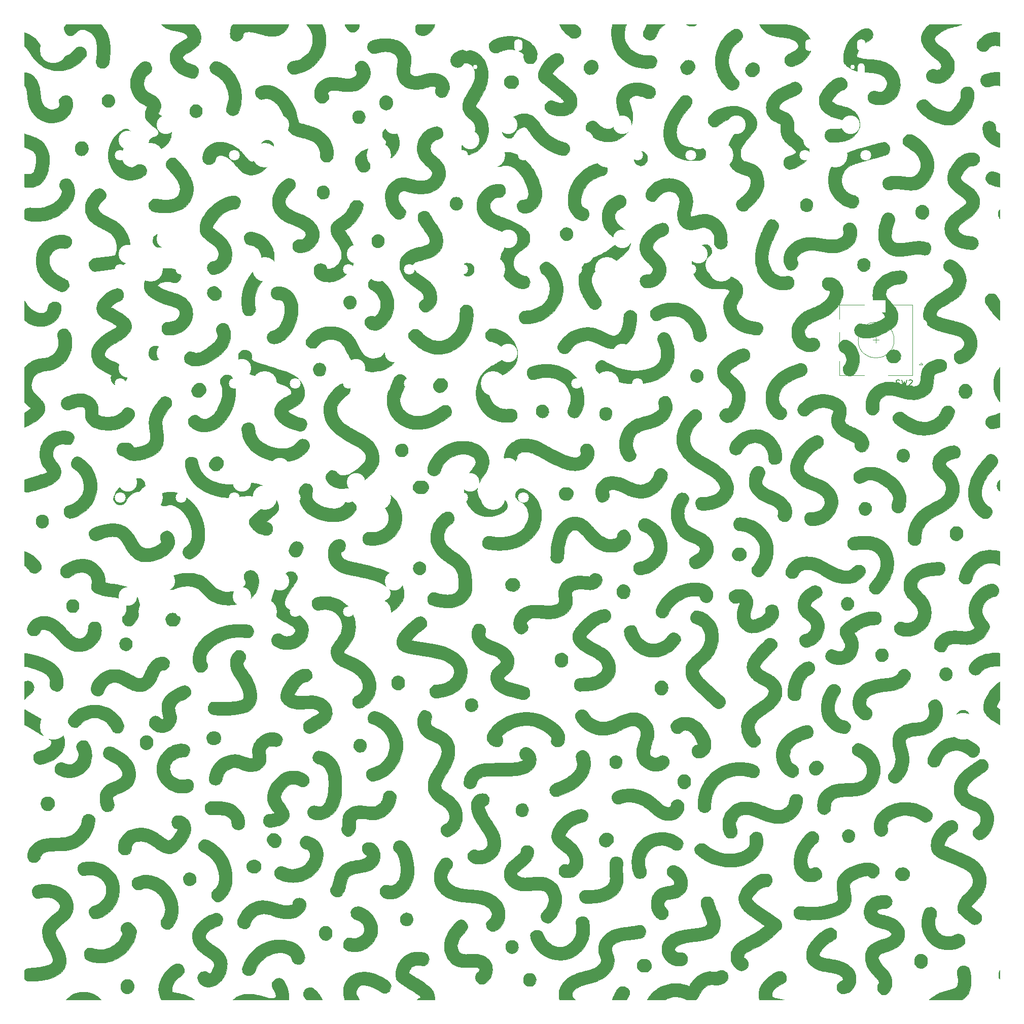
<source format=gto>
G04 #@! TF.GenerationSoftware,KiCad,Pcbnew,(5.1.5-0-10_14)*
G04 #@! TF.CreationDate,2020-11-10T11:32:28+01:00*
G04 #@! TF.ProjectId,Trigon,54726967-6f6e-42e6-9b69-6361645f7063,rev?*
G04 #@! TF.SameCoordinates,Original*
G04 #@! TF.FileFunction,Legend,Top*
G04 #@! TF.FilePolarity,Positive*
%FSLAX46Y46*%
G04 Gerber Fmt 4.6, Leading zero omitted, Abs format (unit mm)*
G04 Created by KiCad (PCBNEW (5.1.5-0-10_14)) date 2020-11-10 11:32:28*
%MOMM*%
%LPD*%
G04 APERTURE LIST*
%ADD10C,0.120000*%
%ADD11C,0.010000*%
%ADD12C,0.150000*%
%ADD13C,1.801800*%
%ADD14C,4.087800*%
%ADD15C,3.100000*%
%ADD16R,2.100000X2.100000*%
%ADD17C,2.100000*%
%ADD18R,3.300000X2.100000*%
%ADD19C,4.500000*%
%ADD20O,1.200000X2.300000*%
%ADD21O,1.400000X2.000000*%
%ADD22C,0.750000*%
G04 APERTURE END LIST*
D10*
X156631250Y-64175000D02*
G75*
G03X156631250Y-64175000I-3000000J0D01*
G01*
X151631250Y-70075000D02*
X147531250Y-70075000D01*
X147531250Y-58275000D02*
X151631250Y-58275000D01*
X155631250Y-58275000D02*
X159731250Y-58275000D01*
X155631250Y-70075000D02*
X159731250Y-70075000D01*
X159731250Y-70075000D02*
X159731250Y-58275000D01*
X161131250Y-67975000D02*
X161431250Y-68275000D01*
X161431250Y-68275000D02*
X160831250Y-68275000D01*
X160831250Y-68275000D02*
X161131250Y-67975000D01*
X147531250Y-70075000D02*
X147531250Y-67675000D01*
X147531250Y-65475000D02*
X147531250Y-62875000D01*
X147531250Y-60675000D02*
X147531250Y-58275000D01*
X153631250Y-64675000D02*
X153631250Y-63675000D01*
X154131250Y-64175000D02*
X153131250Y-64175000D01*
D11*
G36*
X122795742Y-11458655D02*
G01*
X123625545Y-11458817D01*
X123527852Y-11538884D01*
X123383388Y-11643647D01*
X123241030Y-11712878D01*
X123080928Y-11753049D01*
X122883231Y-11770634D01*
X122811442Y-11772508D01*
X122652749Y-11772946D01*
X122541254Y-11766650D01*
X122459162Y-11751038D01*
X122388676Y-11723527D01*
X122355545Y-11706326D01*
X122242141Y-11640248D01*
X122122655Y-11564865D01*
X122095614Y-11546774D01*
X121965939Y-11458494D01*
X122795742Y-11458655D01*
G37*
X122795742Y-11458655D02*
X123625545Y-11458817D01*
X123527852Y-11538884D01*
X123383388Y-11643647D01*
X123241030Y-11712878D01*
X123080928Y-11753049D01*
X122883231Y-11770634D01*
X122811442Y-11772508D01*
X122652749Y-11772946D01*
X122541254Y-11766650D01*
X122459162Y-11751038D01*
X122388676Y-11723527D01*
X122355545Y-11706326D01*
X122242141Y-11640248D01*
X122122655Y-11564865D01*
X122095614Y-11546774D01*
X121965939Y-11458494D01*
X122795742Y-11458655D01*
G36*
X67310483Y-11531763D02*
G01*
X67308555Y-11777229D01*
X67267183Y-11989381D01*
X67220468Y-12112963D01*
X67090531Y-12326604D01*
X66915240Y-12500812D01*
X66704244Y-12631029D01*
X66467193Y-12712696D01*
X66213735Y-12741256D01*
X65953520Y-12712150D01*
X65952491Y-12711914D01*
X65791953Y-12664558D01*
X65655920Y-12597093D01*
X65532218Y-12499760D01*
X65408671Y-12362805D01*
X65273104Y-12176471D01*
X65259858Y-12156887D01*
X65193857Y-12050690D01*
X65122144Y-11922388D01*
X65052264Y-11787220D01*
X64991759Y-11660424D01*
X64948172Y-11557235D01*
X64929047Y-11492893D01*
X64928750Y-11488022D01*
X64960321Y-11480781D01*
X65051066Y-11474303D01*
X65195034Y-11468736D01*
X65386275Y-11464227D01*
X65618838Y-11460925D01*
X65886771Y-11458977D01*
X66117340Y-11458494D01*
X67305929Y-11458494D01*
X67310483Y-11531763D01*
G37*
X67310483Y-11531763D02*
X67308555Y-11777229D01*
X67267183Y-11989381D01*
X67220468Y-12112963D01*
X67090531Y-12326604D01*
X66915240Y-12500812D01*
X66704244Y-12631029D01*
X66467193Y-12712696D01*
X66213735Y-12741256D01*
X65953520Y-12712150D01*
X65952491Y-12711914D01*
X65791953Y-12664558D01*
X65655920Y-12597093D01*
X65532218Y-12499760D01*
X65408671Y-12362805D01*
X65273104Y-12176471D01*
X65259858Y-12156887D01*
X65193857Y-12050690D01*
X65122144Y-11922388D01*
X65052264Y-11787220D01*
X64991759Y-11660424D01*
X64948172Y-11557235D01*
X64929047Y-11492893D01*
X64928750Y-11488022D01*
X64960321Y-11480781D01*
X65051066Y-11474303D01*
X65195034Y-11468736D01*
X65386275Y-11464227D01*
X65618838Y-11460925D01*
X65886771Y-11458977D01*
X66117340Y-11458494D01*
X67305929Y-11458494D01*
X67310483Y-11531763D01*
G36*
X79889220Y-11613173D02*
G01*
X79825320Y-11874535D01*
X79708549Y-12140150D01*
X79547846Y-12399914D01*
X79352153Y-12643725D01*
X79130412Y-12861478D01*
X78891563Y-13043071D01*
X78644547Y-13178398D01*
X78442852Y-13247592D01*
X78149905Y-13300946D01*
X77868926Y-13318350D01*
X77699517Y-13308938D01*
X77567337Y-13289953D01*
X77441980Y-13265523D01*
X77373876Y-13247814D01*
X77163453Y-13149510D01*
X76987066Y-13003737D01*
X76847669Y-12820257D01*
X76748217Y-12608835D01*
X76691666Y-12379236D01*
X76680972Y-12141223D01*
X76719089Y-11904560D01*
X76808973Y-11679012D01*
X76869257Y-11580609D01*
X76953761Y-11458494D01*
X79910066Y-11458494D01*
X79889220Y-11613173D01*
G37*
X79889220Y-11613173D02*
X79825320Y-11874535D01*
X79708549Y-12140150D01*
X79547846Y-12399914D01*
X79352153Y-12643725D01*
X79130412Y-12861478D01*
X78891563Y-13043071D01*
X78644547Y-13178398D01*
X78442852Y-13247592D01*
X78149905Y-13300946D01*
X77868926Y-13318350D01*
X77699517Y-13308938D01*
X77567337Y-13289953D01*
X77441980Y-13265523D01*
X77373876Y-13247814D01*
X77163453Y-13149510D01*
X76987066Y-13003737D01*
X76847669Y-12820257D01*
X76748217Y-12608835D01*
X76691666Y-12379236D01*
X76680972Y-12141223D01*
X76719089Y-11904560D01*
X76808973Y-11679012D01*
X76869257Y-11580609D01*
X76953761Y-11458494D01*
X79910066Y-11458494D01*
X79889220Y-11613173D01*
G36*
X103623041Y-11626324D02*
G01*
X103810472Y-11765409D01*
X103951961Y-11884730D01*
X104058603Y-11995964D01*
X104141492Y-12110790D01*
X104211722Y-12240886D01*
X104216526Y-12251026D01*
X104301575Y-12499748D01*
X104327675Y-12749630D01*
X104297041Y-12991555D01*
X104211888Y-13216404D01*
X104074434Y-13415060D01*
X103895370Y-13572634D01*
X103678770Y-13691840D01*
X103445839Y-13767932D01*
X103211486Y-13798586D01*
X102990617Y-13781479D01*
X102844168Y-13736508D01*
X102725605Y-13673221D01*
X102571318Y-13573012D01*
X102392248Y-13444394D01*
X102199336Y-13295878D01*
X102003523Y-13135975D01*
X101815748Y-12973198D01*
X101646952Y-12816058D01*
X101595336Y-12764928D01*
X101369141Y-12524289D01*
X101187682Y-12301256D01*
X101039775Y-12080043D01*
X100914238Y-11844865D01*
X100861571Y-11729136D01*
X100750989Y-11474776D01*
X102068968Y-11466269D01*
X103386948Y-11457764D01*
X103623041Y-11626324D01*
G37*
X103623041Y-11626324D02*
X103810472Y-11765409D01*
X103951961Y-11884730D01*
X104058603Y-11995964D01*
X104141492Y-12110790D01*
X104211722Y-12240886D01*
X104216526Y-12251026D01*
X104301575Y-12499748D01*
X104327675Y-12749630D01*
X104297041Y-12991555D01*
X104211888Y-13216404D01*
X104074434Y-13415060D01*
X103895370Y-13572634D01*
X103678770Y-13691840D01*
X103445839Y-13767932D01*
X103211486Y-13798586D01*
X102990617Y-13781479D01*
X102844168Y-13736508D01*
X102725605Y-13673221D01*
X102571318Y-13573012D01*
X102392248Y-13444394D01*
X102199336Y-13295878D01*
X102003523Y-13135975D01*
X101815748Y-12973198D01*
X101646952Y-12816058D01*
X101595336Y-12764928D01*
X101369141Y-12524289D01*
X101187682Y-12301256D01*
X101039775Y-12080043D01*
X100914238Y-11844865D01*
X100861571Y-11729136D01*
X100750989Y-11474776D01*
X102068968Y-11466269D01*
X103386948Y-11457764D01*
X103623041Y-11626324D01*
G36*
X118152210Y-11617018D02*
G01*
X117959066Y-11769910D01*
X117756063Y-11958674D01*
X117562411Y-12163661D01*
X117397321Y-12365225D01*
X117336052Y-12451699D01*
X117175436Y-12722429D01*
X117018573Y-13047880D01*
X116904945Y-13322898D01*
X116814500Y-13528218D01*
X116718879Y-13684399D01*
X116606661Y-13807132D01*
X116484711Y-13900191D01*
X116263612Y-14009368D01*
X116014206Y-14067982D01*
X115752178Y-14073498D01*
X115578977Y-14046599D01*
X115336502Y-13964573D01*
X115124159Y-13840939D01*
X114951178Y-13683461D01*
X114826789Y-13499901D01*
X114776812Y-13371859D01*
X114744865Y-13200487D01*
X114744628Y-13014563D01*
X114777802Y-12807338D01*
X114846090Y-12572061D01*
X114951193Y-12301985D01*
X115094814Y-11990360D01*
X115156517Y-11866225D01*
X115354263Y-11474776D01*
X116865928Y-11466306D01*
X118377593Y-11457837D01*
X118152210Y-11617018D01*
G37*
X118152210Y-11617018D02*
X117959066Y-11769910D01*
X117756063Y-11958674D01*
X117562411Y-12163661D01*
X117397321Y-12365225D01*
X117336052Y-12451699D01*
X117175436Y-12722429D01*
X117018573Y-13047880D01*
X116904945Y-13322898D01*
X116814500Y-13528218D01*
X116718879Y-13684399D01*
X116606661Y-13807132D01*
X116484711Y-13900191D01*
X116263612Y-14009368D01*
X116014206Y-14067982D01*
X115752178Y-14073498D01*
X115578977Y-14046599D01*
X115336502Y-13964573D01*
X115124159Y-13840939D01*
X114951178Y-13683461D01*
X114826789Y-13499901D01*
X114776812Y-13371859D01*
X114744865Y-13200487D01*
X114744628Y-13014563D01*
X114777802Y-12807338D01*
X114846090Y-12572061D01*
X114951193Y-12301985D01*
X115094814Y-11990360D01*
X115156517Y-11866225D01*
X115354263Y-11474776D01*
X116865928Y-11466306D01*
X118377593Y-11457837D01*
X118152210Y-11617018D01*
G36*
X55501285Y-11621911D02*
G01*
X55379891Y-11957983D01*
X55201077Y-12275536D01*
X54971664Y-12566749D01*
X54698476Y-12823799D01*
X54388336Y-13038865D01*
X54163731Y-13155364D01*
X53943341Y-13249714D01*
X53744627Y-13320222D01*
X53551464Y-13369918D01*
X53347727Y-13401831D01*
X53117293Y-13418992D01*
X52844035Y-13424431D01*
X52733494Y-13424113D01*
X52577414Y-13422026D01*
X52435310Y-13417183D01*
X52299744Y-13408141D01*
X52163279Y-13393457D01*
X52018476Y-13371690D01*
X51857899Y-13341397D01*
X51674110Y-13301137D01*
X51459671Y-13249466D01*
X51207146Y-13184943D01*
X50909095Y-13106125D01*
X50558083Y-13011571D01*
X50437724Y-12978939D01*
X50235119Y-12925183D01*
X50030747Y-12873105D01*
X49842865Y-12827212D01*
X49689727Y-12792013D01*
X49628731Y-12779202D01*
X49252439Y-12721957D01*
X48902251Y-12703581D01*
X48585562Y-12723766D01*
X48309765Y-12782205D01*
X48156518Y-12840286D01*
X48059784Y-12887527D01*
X48007414Y-12927442D01*
X47984433Y-12979545D01*
X47975862Y-13063348D01*
X47975078Y-13076686D01*
X47934440Y-13383998D01*
X47850550Y-13643166D01*
X47722633Y-13855421D01*
X47549915Y-14021989D01*
X47331619Y-14144099D01*
X47291121Y-14160077D01*
X47113973Y-14208874D01*
X46910605Y-14237940D01*
X46709575Y-14244725D01*
X46541226Y-14227057D01*
X46318015Y-14149212D01*
X46120111Y-14020940D01*
X45959120Y-13852340D01*
X45846650Y-13653513D01*
X45830089Y-13608282D01*
X45797981Y-13461679D01*
X45779356Y-13266657D01*
X45773865Y-13038439D01*
X45781156Y-12792246D01*
X45800879Y-12543304D01*
X45832683Y-12306833D01*
X45863704Y-12149192D01*
X45917322Y-11957841D01*
X45986545Y-11802100D01*
X46085557Y-11652468D01*
X46129216Y-11596891D01*
X46241315Y-11458494D01*
X55544393Y-11458494D01*
X55501285Y-11621911D01*
G37*
X55501285Y-11621911D02*
X55379891Y-11957983D01*
X55201077Y-12275536D01*
X54971664Y-12566749D01*
X54698476Y-12823799D01*
X54388336Y-13038865D01*
X54163731Y-13155364D01*
X53943341Y-13249714D01*
X53744627Y-13320222D01*
X53551464Y-13369918D01*
X53347727Y-13401831D01*
X53117293Y-13418992D01*
X52844035Y-13424431D01*
X52733494Y-13424113D01*
X52577414Y-13422026D01*
X52435310Y-13417183D01*
X52299744Y-13408141D01*
X52163279Y-13393457D01*
X52018476Y-13371690D01*
X51857899Y-13341397D01*
X51674110Y-13301137D01*
X51459671Y-13249466D01*
X51207146Y-13184943D01*
X50909095Y-13106125D01*
X50558083Y-13011571D01*
X50437724Y-12978939D01*
X50235119Y-12925183D01*
X50030747Y-12873105D01*
X49842865Y-12827212D01*
X49689727Y-12792013D01*
X49628731Y-12779202D01*
X49252439Y-12721957D01*
X48902251Y-12703581D01*
X48585562Y-12723766D01*
X48309765Y-12782205D01*
X48156518Y-12840286D01*
X48059784Y-12887527D01*
X48007414Y-12927442D01*
X47984433Y-12979545D01*
X47975862Y-13063348D01*
X47975078Y-13076686D01*
X47934440Y-13383998D01*
X47850550Y-13643166D01*
X47722633Y-13855421D01*
X47549915Y-14021989D01*
X47331619Y-14144099D01*
X47291121Y-14160077D01*
X47113973Y-14208874D01*
X46910605Y-14237940D01*
X46709575Y-14244725D01*
X46541226Y-14227057D01*
X46318015Y-14149212D01*
X46120111Y-14020940D01*
X45959120Y-13852340D01*
X45846650Y-13653513D01*
X45830089Y-13608282D01*
X45797981Y-13461679D01*
X45779356Y-13266657D01*
X45773865Y-13038439D01*
X45781156Y-12792246D01*
X45800879Y-12543304D01*
X45832683Y-12306833D01*
X45863704Y-12149192D01*
X45917322Y-11957841D01*
X45986545Y-11802100D01*
X46085557Y-11652468D01*
X46129216Y-11596891D01*
X46241315Y-11458494D01*
X55544393Y-11458494D01*
X55501285Y-11621911D01*
G36*
X174019538Y-12816094D02*
G01*
X174075481Y-12826497D01*
X174279006Y-12867223D01*
X174279006Y-14017990D01*
X174278845Y-14322223D01*
X174278155Y-14567489D01*
X174276625Y-14759951D01*
X174273944Y-14905768D01*
X174269802Y-15011104D01*
X174263889Y-15082119D01*
X174255894Y-15124975D01*
X174245505Y-15145832D01*
X174232413Y-15150854D01*
X174222019Y-15148442D01*
X174155387Y-15118197D01*
X174132468Y-15103940D01*
X174048249Y-15063941D01*
X173918380Y-15028080D01*
X173762340Y-15000227D01*
X173599608Y-14984255D01*
X173518574Y-14981929D01*
X173263875Y-14998615D01*
X173039472Y-15052662D01*
X172832978Y-15150056D01*
X172632004Y-15296784D01*
X172424163Y-15498831D01*
X172404340Y-15520324D01*
X172266939Y-15663944D01*
X172152069Y-15767106D01*
X172044393Y-15842336D01*
X171947526Y-15893464D01*
X171762071Y-15959375D01*
X171560352Y-15997053D01*
X171370573Y-16002157D01*
X171299391Y-15993206D01*
X171074621Y-15919684D01*
X170864414Y-15791772D01*
X170681010Y-15620170D01*
X170536650Y-15415576D01*
X170468429Y-15266915D01*
X170435448Y-15134823D01*
X170417557Y-14974169D01*
X170414682Y-14805559D01*
X170426748Y-14649597D01*
X170453682Y-14526891D01*
X170471234Y-14486955D01*
X170539456Y-14383985D01*
X170640151Y-14251665D01*
X170759574Y-14106534D01*
X170883980Y-13965132D01*
X170999626Y-13843996D01*
X171029986Y-13814617D01*
X171360400Y-13535155D01*
X171723557Y-13286027D01*
X172098734Y-13080873D01*
X172243818Y-13015735D01*
X172570132Y-12904785D01*
X172931044Y-12827261D01*
X173306371Y-12785248D01*
X173675930Y-12780830D01*
X174019538Y-12816094D01*
G37*
X174019538Y-12816094D02*
X174075481Y-12826497D01*
X174279006Y-12867223D01*
X174279006Y-14017990D01*
X174278845Y-14322223D01*
X174278155Y-14567489D01*
X174276625Y-14759951D01*
X174273944Y-14905768D01*
X174269802Y-15011104D01*
X174263889Y-15082119D01*
X174255894Y-15124975D01*
X174245505Y-15145832D01*
X174232413Y-15150854D01*
X174222019Y-15148442D01*
X174155387Y-15118197D01*
X174132468Y-15103940D01*
X174048249Y-15063941D01*
X173918380Y-15028080D01*
X173762340Y-15000227D01*
X173599608Y-14984255D01*
X173518574Y-14981929D01*
X173263875Y-14998615D01*
X173039472Y-15052662D01*
X172832978Y-15150056D01*
X172632004Y-15296784D01*
X172424163Y-15498831D01*
X172404340Y-15520324D01*
X172266939Y-15663944D01*
X172152069Y-15767106D01*
X172044393Y-15842336D01*
X171947526Y-15893464D01*
X171762071Y-15959375D01*
X171560352Y-15997053D01*
X171370573Y-16002157D01*
X171299391Y-15993206D01*
X171074621Y-15919684D01*
X170864414Y-15791772D01*
X170681010Y-15620170D01*
X170536650Y-15415576D01*
X170468429Y-15266915D01*
X170435448Y-15134823D01*
X170417557Y-14974169D01*
X170414682Y-14805559D01*
X170426748Y-14649597D01*
X170453682Y-14526891D01*
X170471234Y-14486955D01*
X170539456Y-14383985D01*
X170640151Y-14251665D01*
X170759574Y-14106534D01*
X170883980Y-13965132D01*
X170999626Y-13843996D01*
X171029986Y-13814617D01*
X171360400Y-13535155D01*
X171723557Y-13286027D01*
X172098734Y-13080873D01*
X172243818Y-13015735D01*
X172570132Y-12904785D01*
X172931044Y-12827261D01*
X173306371Y-12785248D01*
X173675930Y-12780830D01*
X174019538Y-12816094D01*
G36*
X92657083Y-13460472D02*
G01*
X92888243Y-13463818D01*
X93068329Y-13467892D01*
X93211389Y-13474109D01*
X93331475Y-13483886D01*
X93442635Y-13498639D01*
X93558920Y-13519784D01*
X93694379Y-13548739D01*
X93824683Y-13578179D01*
X94292673Y-13706696D01*
X94742248Y-13873099D01*
X95167430Y-14073229D01*
X95562241Y-14302928D01*
X95920705Y-14558036D01*
X96236843Y-14834395D01*
X96504679Y-15127845D01*
X96718235Y-15434227D01*
X96842634Y-15677996D01*
X96953721Y-16019044D01*
X97002820Y-16377787D01*
X96989774Y-16751469D01*
X96923004Y-17105117D01*
X96835068Y-17378724D01*
X96725691Y-17595974D01*
X96589537Y-17763616D01*
X96421267Y-17888399D01*
X96239826Y-17968996D01*
X96086654Y-18003530D01*
X95900717Y-18019471D01*
X95711916Y-18015957D01*
X95550154Y-17992128D01*
X95538821Y-17989195D01*
X95430711Y-17955497D01*
X95336904Y-17918911D01*
X95314315Y-17907929D01*
X95210523Y-17836756D01*
X95094311Y-17733887D01*
X94985894Y-17619444D01*
X94905484Y-17513546D01*
X94888749Y-17484316D01*
X94807943Y-17260767D01*
X94772589Y-17009460D01*
X94784226Y-16750734D01*
X94820314Y-16579013D01*
X94834363Y-16502078D01*
X94820563Y-16473376D01*
X94820040Y-16473365D01*
X94783431Y-16452670D01*
X94712883Y-16397614D01*
X94621629Y-16318738D01*
X94590929Y-16290845D01*
X94415287Y-16156344D01*
X94191771Y-16026196D01*
X93937562Y-15907827D01*
X93669843Y-15808662D01*
X93405796Y-15736126D01*
X93237223Y-15705816D01*
X93141652Y-15691258D01*
X93075519Y-15677910D01*
X93060416Y-15672860D01*
X93021604Y-15666300D01*
X92931929Y-15657778D01*
X92805581Y-15648491D01*
X92685422Y-15641194D01*
X92212408Y-15645444D01*
X91752851Y-15710434D01*
X91549904Y-15760071D01*
X91430510Y-15793361D01*
X91331992Y-15820834D01*
X91274703Y-15836815D01*
X91273109Y-15837260D01*
X91165522Y-15873584D01*
X91017497Y-15932163D01*
X90846619Y-16005673D01*
X90670473Y-16086786D01*
X90645949Y-16098546D01*
X90402372Y-16195430D01*
X90178560Y-16238300D01*
X89960520Y-16228833D01*
X89822062Y-16197406D01*
X89584632Y-16096777D01*
X89376144Y-15946416D01*
X89204376Y-15756181D01*
X89077105Y-15535932D01*
X89002111Y-15295528D01*
X88985166Y-15136588D01*
X88993688Y-14926989D01*
X89034023Y-14743183D01*
X89111023Y-14580036D01*
X89229535Y-14432417D01*
X89394409Y-14295192D01*
X89610495Y-14163228D01*
X89882641Y-14031392D01*
X90124971Y-13930103D01*
X90461713Y-13804132D01*
X90779034Y-13703982D01*
X91111553Y-13619122D01*
X91242938Y-13590011D01*
X91481576Y-13541149D01*
X91687278Y-13505336D01*
X91878237Y-13480905D01*
X92072646Y-13466189D01*
X92288695Y-13459523D01*
X92544579Y-13459239D01*
X92657083Y-13460472D01*
G37*
X92657083Y-13460472D02*
X92888243Y-13463818D01*
X93068329Y-13467892D01*
X93211389Y-13474109D01*
X93331475Y-13483886D01*
X93442635Y-13498639D01*
X93558920Y-13519784D01*
X93694379Y-13548739D01*
X93824683Y-13578179D01*
X94292673Y-13706696D01*
X94742248Y-13873099D01*
X95167430Y-14073229D01*
X95562241Y-14302928D01*
X95920705Y-14558036D01*
X96236843Y-14834395D01*
X96504679Y-15127845D01*
X96718235Y-15434227D01*
X96842634Y-15677996D01*
X96953721Y-16019044D01*
X97002820Y-16377787D01*
X96989774Y-16751469D01*
X96923004Y-17105117D01*
X96835068Y-17378724D01*
X96725691Y-17595974D01*
X96589537Y-17763616D01*
X96421267Y-17888399D01*
X96239826Y-17968996D01*
X96086654Y-18003530D01*
X95900717Y-18019471D01*
X95711916Y-18015957D01*
X95550154Y-17992128D01*
X95538821Y-17989195D01*
X95430711Y-17955497D01*
X95336904Y-17918911D01*
X95314315Y-17907929D01*
X95210523Y-17836756D01*
X95094311Y-17733887D01*
X94985894Y-17619444D01*
X94905484Y-17513546D01*
X94888749Y-17484316D01*
X94807943Y-17260767D01*
X94772589Y-17009460D01*
X94784226Y-16750734D01*
X94820314Y-16579013D01*
X94834363Y-16502078D01*
X94820563Y-16473376D01*
X94820040Y-16473365D01*
X94783431Y-16452670D01*
X94712883Y-16397614D01*
X94621629Y-16318738D01*
X94590929Y-16290845D01*
X94415287Y-16156344D01*
X94191771Y-16026196D01*
X93937562Y-15907827D01*
X93669843Y-15808662D01*
X93405796Y-15736126D01*
X93237223Y-15705816D01*
X93141652Y-15691258D01*
X93075519Y-15677910D01*
X93060416Y-15672860D01*
X93021604Y-15666300D01*
X92931929Y-15657778D01*
X92805581Y-15648491D01*
X92685422Y-15641194D01*
X92212408Y-15645444D01*
X91752851Y-15710434D01*
X91549904Y-15760071D01*
X91430510Y-15793361D01*
X91331992Y-15820834D01*
X91274703Y-15836815D01*
X91273109Y-15837260D01*
X91165522Y-15873584D01*
X91017497Y-15932163D01*
X90846619Y-16005673D01*
X90670473Y-16086786D01*
X90645949Y-16098546D01*
X90402372Y-16195430D01*
X90178560Y-16238300D01*
X89960520Y-16228833D01*
X89822062Y-16197406D01*
X89584632Y-16096777D01*
X89376144Y-15946416D01*
X89204376Y-15756181D01*
X89077105Y-15535932D01*
X89002111Y-15295528D01*
X88985166Y-15136588D01*
X88993688Y-14926989D01*
X89034023Y-14743183D01*
X89111023Y-14580036D01*
X89229535Y-14432417D01*
X89394409Y-14295192D01*
X89610495Y-14163228D01*
X89882641Y-14031392D01*
X90124971Y-13930103D01*
X90461713Y-13804132D01*
X90779034Y-13703982D01*
X91111553Y-13619122D01*
X91242938Y-13590011D01*
X91481576Y-13541149D01*
X91687278Y-13505336D01*
X91878237Y-13480905D01*
X92072646Y-13466189D01*
X92288695Y-13459523D01*
X92544579Y-13459239D01*
X92657083Y-13460472D01*
G36*
X136284123Y-11460279D02*
G01*
X136655701Y-11461270D01*
X137012102Y-11463078D01*
X137347308Y-11465618D01*
X137655300Y-11468803D01*
X137930059Y-11472549D01*
X138165565Y-11476771D01*
X138355799Y-11481382D01*
X138494742Y-11486297D01*
X138576374Y-11491431D01*
X138588750Y-11492995D01*
X138718861Y-11513783D01*
X138846710Y-11533102D01*
X138898109Y-11540403D01*
X139005171Y-11555951D01*
X139098665Y-11570961D01*
X139109776Y-11572923D01*
X139205095Y-11589746D01*
X139288878Y-11604135D01*
X139386983Y-11622152D01*
X139459840Y-11637260D01*
X139545537Y-11656659D01*
X139590223Y-11666747D01*
X139655788Y-11682868D01*
X139753129Y-11708191D01*
X139793622Y-11719006D01*
X139892617Y-11745005D01*
X139970053Y-11764198D01*
X139988879Y-11768403D01*
X140041519Y-11783732D01*
X140136684Y-11815291D01*
X140255762Y-11856866D01*
X140282083Y-11866295D01*
X140714472Y-12050611D01*
X141124007Y-12281656D01*
X141504382Y-12553420D01*
X141849290Y-12859894D01*
X142152425Y-13195069D01*
X142407480Y-13552937D01*
X142608149Y-13927488D01*
X142706049Y-14175914D01*
X142794165Y-14504275D01*
X142843404Y-14843955D01*
X142852689Y-15177329D01*
X142820942Y-15486776D01*
X142793800Y-15610417D01*
X142651052Y-16042281D01*
X142456236Y-16444068D01*
X142207691Y-16817620D01*
X141903756Y-17164778D01*
X141542771Y-17487383D01*
X141123075Y-17787278D01*
X140643007Y-18066303D01*
X140523702Y-18127809D01*
X140235531Y-18269439D01*
X139994950Y-18378669D01*
X139794463Y-18457842D01*
X139626571Y-18509300D01*
X139483776Y-18535387D01*
X139358583Y-18538443D01*
X139256314Y-18523787D01*
X139025983Y-18443537D01*
X138812652Y-18314424D01*
X138628167Y-18147276D01*
X138484374Y-17952921D01*
X138393119Y-17742188D01*
X138390362Y-17732213D01*
X138371304Y-17629062D01*
X138357792Y-17495378D01*
X138353628Y-17398949D01*
X138382047Y-17166008D01*
X138469746Y-16943986D01*
X138610935Y-16741127D01*
X138799822Y-16565675D01*
X139030613Y-16425873D01*
X139040610Y-16421151D01*
X139319313Y-16288794D01*
X139548057Y-16174930D01*
X139737230Y-16073562D01*
X139897220Y-15978693D01*
X140038416Y-15884325D01*
X140171205Y-15784460D01*
X140239957Y-15728720D01*
X140401336Y-15570581D01*
X140529217Y-15395908D01*
X140617053Y-15217183D01*
X140658298Y-15046889D01*
X140655453Y-14936405D01*
X140599246Y-14776029D01*
X140487950Y-14607152D01*
X140329719Y-14436826D01*
X140132708Y-14272103D01*
X139905071Y-14120037D01*
X139654963Y-13987678D01*
X139467981Y-13909446D01*
X139274050Y-13846620D01*
X139035180Y-13783734D01*
X138771416Y-13725064D01*
X138502803Y-13674884D01*
X138249384Y-13637469D01*
X138132852Y-13624718D01*
X138008524Y-13612256D01*
X137899594Y-13599851D01*
X137839776Y-13591708D01*
X137762752Y-13581144D01*
X137649866Y-13567870D01*
X137562981Y-13558614D01*
X137273190Y-13524375D01*
X136985272Y-13481515D01*
X136716106Y-13433001D01*
X136482569Y-13381807D01*
X136341827Y-13343703D01*
X135889044Y-13178311D01*
X135476674Y-12970628D01*
X135108171Y-12723510D01*
X134786986Y-12439814D01*
X134516572Y-12122394D01*
X134300381Y-11774109D01*
X134209782Y-11579941D01*
X134158599Y-11457158D01*
X136284123Y-11460279D01*
G37*
X136284123Y-11460279D02*
X136655701Y-11461270D01*
X137012102Y-11463078D01*
X137347308Y-11465618D01*
X137655300Y-11468803D01*
X137930059Y-11472549D01*
X138165565Y-11476771D01*
X138355799Y-11481382D01*
X138494742Y-11486297D01*
X138576374Y-11491431D01*
X138588750Y-11492995D01*
X138718861Y-11513783D01*
X138846710Y-11533102D01*
X138898109Y-11540403D01*
X139005171Y-11555951D01*
X139098665Y-11570961D01*
X139109776Y-11572923D01*
X139205095Y-11589746D01*
X139288878Y-11604135D01*
X139386983Y-11622152D01*
X139459840Y-11637260D01*
X139545537Y-11656659D01*
X139590223Y-11666747D01*
X139655788Y-11682868D01*
X139753129Y-11708191D01*
X139793622Y-11719006D01*
X139892617Y-11745005D01*
X139970053Y-11764198D01*
X139988879Y-11768403D01*
X140041519Y-11783732D01*
X140136684Y-11815291D01*
X140255762Y-11856866D01*
X140282083Y-11866295D01*
X140714472Y-12050611D01*
X141124007Y-12281656D01*
X141504382Y-12553420D01*
X141849290Y-12859894D01*
X142152425Y-13195069D01*
X142407480Y-13552937D01*
X142608149Y-13927488D01*
X142706049Y-14175914D01*
X142794165Y-14504275D01*
X142843404Y-14843955D01*
X142852689Y-15177329D01*
X142820942Y-15486776D01*
X142793800Y-15610417D01*
X142651052Y-16042281D01*
X142456236Y-16444068D01*
X142207691Y-16817620D01*
X141903756Y-17164778D01*
X141542771Y-17487383D01*
X141123075Y-17787278D01*
X140643007Y-18066303D01*
X140523702Y-18127809D01*
X140235531Y-18269439D01*
X139994950Y-18378669D01*
X139794463Y-18457842D01*
X139626571Y-18509300D01*
X139483776Y-18535387D01*
X139358583Y-18538443D01*
X139256314Y-18523787D01*
X139025983Y-18443537D01*
X138812652Y-18314424D01*
X138628167Y-18147276D01*
X138484374Y-17952921D01*
X138393119Y-17742188D01*
X138390362Y-17732213D01*
X138371304Y-17629062D01*
X138357792Y-17495378D01*
X138353628Y-17398949D01*
X138382047Y-17166008D01*
X138469746Y-16943986D01*
X138610935Y-16741127D01*
X138799822Y-16565675D01*
X139030613Y-16425873D01*
X139040610Y-16421151D01*
X139319313Y-16288794D01*
X139548057Y-16174930D01*
X139737230Y-16073562D01*
X139897220Y-15978693D01*
X140038416Y-15884325D01*
X140171205Y-15784460D01*
X140239957Y-15728720D01*
X140401336Y-15570581D01*
X140529217Y-15395908D01*
X140617053Y-15217183D01*
X140658298Y-15046889D01*
X140655453Y-14936405D01*
X140599246Y-14776029D01*
X140487950Y-14607152D01*
X140329719Y-14436826D01*
X140132708Y-14272103D01*
X139905071Y-14120037D01*
X139654963Y-13987678D01*
X139467981Y-13909446D01*
X139274050Y-13846620D01*
X139035180Y-13783734D01*
X138771416Y-13725064D01*
X138502803Y-13674884D01*
X138249384Y-13637469D01*
X138132852Y-13624718D01*
X138008524Y-13612256D01*
X137899594Y-13599851D01*
X137839776Y-13591708D01*
X137762752Y-13581144D01*
X137649866Y-13567870D01*
X137562981Y-13558614D01*
X137273190Y-13524375D01*
X136985272Y-13481515D01*
X136716106Y-13433001D01*
X136482569Y-13381807D01*
X136341827Y-13343703D01*
X135889044Y-13178311D01*
X135476674Y-12970628D01*
X135108171Y-12723510D01*
X134786986Y-12439814D01*
X134516572Y-12122394D01*
X134300381Y-11774109D01*
X134209782Y-11579941D01*
X134158599Y-11457158D01*
X136284123Y-11460279D01*
G36*
X111865520Y-11678301D02*
G01*
X111787769Y-11904014D01*
X111716054Y-12157716D01*
X111659047Y-12406755D01*
X111634172Y-12549391D01*
X111622455Y-12673072D01*
X111614863Y-12842221D01*
X111611404Y-13037310D01*
X111612084Y-13238810D01*
X111616907Y-13427192D01*
X111625882Y-13582927D01*
X111633824Y-13656570D01*
X111727157Y-14081101D01*
X111880830Y-14492372D01*
X112090508Y-14884807D01*
X112351857Y-15252827D01*
X112660543Y-15590857D01*
X113012232Y-15893318D01*
X113402589Y-16154634D01*
X113695565Y-16309629D01*
X114107308Y-16479048D01*
X114512409Y-16590117D01*
X114925737Y-16645964D01*
X115321699Y-16651420D01*
X115574266Y-16642535D01*
X115771871Y-16637487D01*
X115924595Y-16636810D01*
X116042522Y-16641036D01*
X116135733Y-16650699D01*
X116214310Y-16666333D01*
X116288335Y-16688472D01*
X116334507Y-16705004D01*
X116544131Y-16801902D01*
X116706972Y-16923349D01*
X116838369Y-17079347D01*
X116946379Y-17291578D01*
X117002078Y-17529508D01*
X117005909Y-17780638D01*
X116958309Y-18032468D01*
X116859719Y-18272500D01*
X116792505Y-18382639D01*
X116659887Y-18538423D01*
X116501096Y-18650656D01*
X116303789Y-18726300D01*
X116115759Y-18764300D01*
X116000371Y-18777818D01*
X115852394Y-18790220D01*
X115684644Y-18801010D01*
X115509936Y-18809690D01*
X115341083Y-18815766D01*
X115190901Y-18818741D01*
X115072204Y-18818118D01*
X114997807Y-18813401D01*
X114979641Y-18808292D01*
X114941903Y-18799468D01*
X114855243Y-18788778D01*
X114735759Y-18778081D01*
X114686699Y-18774509D01*
X114124833Y-18704560D01*
X113564936Y-18573949D01*
X113015210Y-18386576D01*
X112483860Y-18146338D01*
X111979090Y-17857136D01*
X111509104Y-17522868D01*
X111082106Y-17147432D01*
X110925677Y-16987137D01*
X110544953Y-16531693D01*
X110216569Y-16039405D01*
X109941972Y-15514068D01*
X109722608Y-14959476D01*
X109559922Y-14379422D01*
X109455362Y-13777702D01*
X109410373Y-13158109D01*
X109408600Y-13006803D01*
X109415020Y-12681468D01*
X109436428Y-12388922D01*
X109476047Y-12101366D01*
X109537102Y-11790996D01*
X109562626Y-11678301D01*
X109613714Y-11458494D01*
X111950754Y-11458494D01*
X111865520Y-11678301D01*
G37*
X111865520Y-11678301D02*
X111787769Y-11904014D01*
X111716054Y-12157716D01*
X111659047Y-12406755D01*
X111634172Y-12549391D01*
X111622455Y-12673072D01*
X111614863Y-12842221D01*
X111611404Y-13037310D01*
X111612084Y-13238810D01*
X111616907Y-13427192D01*
X111625882Y-13582927D01*
X111633824Y-13656570D01*
X111727157Y-14081101D01*
X111880830Y-14492372D01*
X112090508Y-14884807D01*
X112351857Y-15252827D01*
X112660543Y-15590857D01*
X113012232Y-15893318D01*
X113402589Y-16154634D01*
X113695565Y-16309629D01*
X114107308Y-16479048D01*
X114512409Y-16590117D01*
X114925737Y-16645964D01*
X115321699Y-16651420D01*
X115574266Y-16642535D01*
X115771871Y-16637487D01*
X115924595Y-16636810D01*
X116042522Y-16641036D01*
X116135733Y-16650699D01*
X116214310Y-16666333D01*
X116288335Y-16688472D01*
X116334507Y-16705004D01*
X116544131Y-16801902D01*
X116706972Y-16923349D01*
X116838369Y-17079347D01*
X116946379Y-17291578D01*
X117002078Y-17529508D01*
X117005909Y-17780638D01*
X116958309Y-18032468D01*
X116859719Y-18272500D01*
X116792505Y-18382639D01*
X116659887Y-18538423D01*
X116501096Y-18650656D01*
X116303789Y-18726300D01*
X116115759Y-18764300D01*
X116000371Y-18777818D01*
X115852394Y-18790220D01*
X115684644Y-18801010D01*
X115509936Y-18809690D01*
X115341083Y-18815766D01*
X115190901Y-18818741D01*
X115072204Y-18818118D01*
X114997807Y-18813401D01*
X114979641Y-18808292D01*
X114941903Y-18799468D01*
X114855243Y-18788778D01*
X114735759Y-18778081D01*
X114686699Y-18774509D01*
X114124833Y-18704560D01*
X113564936Y-18573949D01*
X113015210Y-18386576D01*
X112483860Y-18146338D01*
X111979090Y-17857136D01*
X111509104Y-17522868D01*
X111082106Y-17147432D01*
X110925677Y-16987137D01*
X110544953Y-16531693D01*
X110216569Y-16039405D01*
X109941972Y-15514068D01*
X109722608Y-14959476D01*
X109559922Y-14379422D01*
X109455362Y-13777702D01*
X109410373Y-13158109D01*
X109408600Y-13006803D01*
X109415020Y-12681468D01*
X109436428Y-12388922D01*
X109476047Y-12101366D01*
X109537102Y-11790996D01*
X109562626Y-11678301D01*
X109613714Y-11458494D01*
X111950754Y-11458494D01*
X111865520Y-11678301D01*
G36*
X24239904Y-11459602D02*
G01*
X24417707Y-11670263D01*
X24760521Y-12122208D01*
X25050866Y-12604932D01*
X25291269Y-13123490D01*
X25484253Y-13682941D01*
X25557058Y-13952435D01*
X25590782Y-14094329D01*
X25620152Y-14229024D01*
X25639611Y-14330830D01*
X25641562Y-14343204D01*
X25658249Y-14449663D01*
X25674075Y-14542668D01*
X25675807Y-14552083D01*
X25700326Y-14729623D01*
X25718892Y-14959618D01*
X25731538Y-15229672D01*
X25738298Y-15527388D01*
X25739203Y-15840369D01*
X25734287Y-16156217D01*
X25723583Y-16462537D01*
X25707123Y-16746931D01*
X25684941Y-16997001D01*
X25669007Y-17124647D01*
X25654170Y-17224992D01*
X25632984Y-17364089D01*
X25608430Y-17522834D01*
X25583488Y-17682124D01*
X25561138Y-17822853D01*
X25544361Y-17925920D01*
X25539885Y-17952283D01*
X25469449Y-18177978D01*
X25346980Y-18376278D01*
X25181566Y-18542273D01*
X24982298Y-18671055D01*
X24758263Y-18757714D01*
X24518553Y-18797343D01*
X24272255Y-18785033D01*
X24085593Y-18737687D01*
X23853907Y-18624431D01*
X23665446Y-18463441D01*
X23522673Y-18257775D01*
X23428048Y-18010494D01*
X23402134Y-17888286D01*
X23390747Y-17812064D01*
X23384422Y-17740674D01*
X23384098Y-17663759D01*
X23390716Y-17570965D01*
X23405219Y-17451938D01*
X23428546Y-17296322D01*
X23461640Y-17093762D01*
X23489300Y-16929263D01*
X23527984Y-16653609D01*
X23558024Y-16344427D01*
X23578731Y-16019206D01*
X23589410Y-15695432D01*
X23589371Y-15390592D01*
X23577921Y-15122175D01*
X23565968Y-14991699D01*
X23483975Y-14519138D01*
X23352712Y-14085932D01*
X23173210Y-13693657D01*
X22946502Y-13343885D01*
X22673620Y-13038191D01*
X22355596Y-12778148D01*
X21993464Y-12565331D01*
X21965413Y-12551727D01*
X21668456Y-12426670D01*
X21399610Y-12351388D01*
X21147450Y-12323901D01*
X20900552Y-12342228D01*
X20831588Y-12355135D01*
X20627324Y-12415642D01*
X20443001Y-12511078D01*
X20264411Y-12650498D01*
X20091763Y-12826735D01*
X19873435Y-13043708D01*
X19660482Y-13199026D01*
X19448825Y-13295473D01*
X19376117Y-13315422D01*
X19130509Y-13340627D01*
X18893673Y-13306810D01*
X18672889Y-13220062D01*
X18475436Y-13086470D01*
X18308594Y-12912126D01*
X18179640Y-12703118D01*
X18095854Y-12465536D01*
X18064711Y-12218320D01*
X18084961Y-11988747D01*
X18159726Y-11784280D01*
X18265858Y-11623341D01*
X18396162Y-11458494D01*
X24239904Y-11459602D01*
G37*
X24239904Y-11459602D02*
X24417707Y-11670263D01*
X24760521Y-12122208D01*
X25050866Y-12604932D01*
X25291269Y-13123490D01*
X25484253Y-13682941D01*
X25557058Y-13952435D01*
X25590782Y-14094329D01*
X25620152Y-14229024D01*
X25639611Y-14330830D01*
X25641562Y-14343204D01*
X25658249Y-14449663D01*
X25674075Y-14542668D01*
X25675807Y-14552083D01*
X25700326Y-14729623D01*
X25718892Y-14959618D01*
X25731538Y-15229672D01*
X25738298Y-15527388D01*
X25739203Y-15840369D01*
X25734287Y-16156217D01*
X25723583Y-16462537D01*
X25707123Y-16746931D01*
X25684941Y-16997001D01*
X25669007Y-17124647D01*
X25654170Y-17224992D01*
X25632984Y-17364089D01*
X25608430Y-17522834D01*
X25583488Y-17682124D01*
X25561138Y-17822853D01*
X25544361Y-17925920D01*
X25539885Y-17952283D01*
X25469449Y-18177978D01*
X25346980Y-18376278D01*
X25181566Y-18542273D01*
X24982298Y-18671055D01*
X24758263Y-18757714D01*
X24518553Y-18797343D01*
X24272255Y-18785033D01*
X24085593Y-18737687D01*
X23853907Y-18624431D01*
X23665446Y-18463441D01*
X23522673Y-18257775D01*
X23428048Y-18010494D01*
X23402134Y-17888286D01*
X23390747Y-17812064D01*
X23384422Y-17740674D01*
X23384098Y-17663759D01*
X23390716Y-17570965D01*
X23405219Y-17451938D01*
X23428546Y-17296322D01*
X23461640Y-17093762D01*
X23489300Y-16929263D01*
X23527984Y-16653609D01*
X23558024Y-16344427D01*
X23578731Y-16019206D01*
X23589410Y-15695432D01*
X23589371Y-15390592D01*
X23577921Y-15122175D01*
X23565968Y-14991699D01*
X23483975Y-14519138D01*
X23352712Y-14085932D01*
X23173210Y-13693657D01*
X22946502Y-13343885D01*
X22673620Y-13038191D01*
X22355596Y-12778148D01*
X21993464Y-12565331D01*
X21965413Y-12551727D01*
X21668456Y-12426670D01*
X21399610Y-12351388D01*
X21147450Y-12323901D01*
X20900552Y-12342228D01*
X20831588Y-12355135D01*
X20627324Y-12415642D01*
X20443001Y-12511078D01*
X20264411Y-12650498D01*
X20091763Y-12826735D01*
X19873435Y-13043708D01*
X19660482Y-13199026D01*
X19448825Y-13295473D01*
X19376117Y-13315422D01*
X19130509Y-13340627D01*
X18893673Y-13306810D01*
X18672889Y-13220062D01*
X18475436Y-13086470D01*
X18308594Y-12912126D01*
X18179640Y-12703118D01*
X18095854Y-12465536D01*
X18064711Y-12218320D01*
X18084961Y-11988747D01*
X18159726Y-11784280D01*
X18265858Y-11623341D01*
X18396162Y-11458494D01*
X24239904Y-11459602D01*
G36*
X11522064Y-12870287D02*
G01*
X11620605Y-12901294D01*
X11750206Y-12946362D01*
X11896303Y-13000084D01*
X12044330Y-13057050D01*
X12179722Y-13111854D01*
X12287915Y-13159087D01*
X12321442Y-13175216D01*
X12585213Y-13319463D01*
X12830295Y-13479485D01*
X13063084Y-13661664D01*
X13289973Y-13872384D01*
X13517359Y-14118028D01*
X13751637Y-14404978D01*
X13999201Y-14739619D01*
X14242805Y-15093030D01*
X14501772Y-15459201D01*
X14762241Y-15789634D01*
X15018409Y-16077773D01*
X15264470Y-16317061D01*
X15480153Y-16490726D01*
X15648228Y-16600809D01*
X15834312Y-16706815D01*
X16019353Y-16799018D01*
X16184303Y-16867692D01*
X16272612Y-16895328D01*
X16398485Y-16927024D01*
X16529752Y-16960360D01*
X16546635Y-16964675D01*
X16670586Y-16984665D01*
X16841489Y-16996392D01*
X17041724Y-17000108D01*
X17253674Y-16996066D01*
X17459720Y-16984517D01*
X17642245Y-16965714D01*
X17751173Y-16947414D01*
X18192143Y-16831653D01*
X18585279Y-16678337D01*
X18939357Y-16482109D01*
X19263155Y-16237609D01*
X19565451Y-15939482D01*
X19739024Y-15734063D01*
X19923288Y-15524895D01*
X20103274Y-15371659D01*
X20290987Y-15267227D01*
X20498430Y-15204470D01*
X20670811Y-15180744D01*
X20914387Y-15187621D01*
X21137645Y-15252700D01*
X21346265Y-15378362D01*
X21517279Y-15535608D01*
X21643623Y-15711831D01*
X21738697Y-15927133D01*
X21796158Y-16160421D01*
X21809660Y-16390605D01*
X21801052Y-16478952D01*
X21754215Y-16629667D01*
X21658395Y-16808360D01*
X21519727Y-17008317D01*
X21344349Y-17222825D01*
X21138396Y-17445170D01*
X20908004Y-17668637D01*
X20659310Y-17886513D01*
X20398448Y-18092084D01*
X20194355Y-18236955D01*
X19747561Y-18509375D01*
X19278227Y-18737090D01*
X18777245Y-18923594D01*
X18235504Y-19072384D01*
X17775929Y-19165006D01*
X17715973Y-19170808D01*
X17609280Y-19176783D01*
X17468572Y-19182615D01*
X17306572Y-19187990D01*
X17136000Y-19192593D01*
X16969581Y-19196111D01*
X16820035Y-19198228D01*
X16700084Y-19198631D01*
X16622452Y-19197005D01*
X16599414Y-19194084D01*
X16562877Y-19184295D01*
X16482486Y-19171953D01*
X16420067Y-19164560D01*
X16317067Y-19152520D01*
X16224842Y-19138385D01*
X16125449Y-19118531D01*
X16000944Y-19089334D01*
X15833382Y-19047169D01*
X15812638Y-19041862D01*
X15292767Y-18875148D01*
X14788824Y-18645451D01*
X14301288Y-18353057D01*
X13830640Y-17998251D01*
X13394562Y-17598599D01*
X13235510Y-17436312D01*
X13100104Y-17289596D01*
X12978896Y-17146155D01*
X12862435Y-16993690D01*
X12741271Y-16819902D01*
X12605955Y-16612492D01*
X12467392Y-16391955D01*
X12310012Y-16142089D01*
X12176859Y-15939382D01*
X12060524Y-15774061D01*
X11953599Y-15636358D01*
X11848677Y-15516499D01*
X11738351Y-15404715D01*
X11671234Y-15341806D01*
X11458494Y-15146868D01*
X11458494Y-14002809D01*
X11458785Y-13737170D01*
X11459615Y-13493360D01*
X11460915Y-13278733D01*
X11462615Y-13100646D01*
X11464648Y-12966452D01*
X11466945Y-12883508D01*
X11469148Y-12858750D01*
X11522064Y-12870287D01*
G37*
X11522064Y-12870287D02*
X11620605Y-12901294D01*
X11750206Y-12946362D01*
X11896303Y-13000084D01*
X12044330Y-13057050D01*
X12179722Y-13111854D01*
X12287915Y-13159087D01*
X12321442Y-13175216D01*
X12585213Y-13319463D01*
X12830295Y-13479485D01*
X13063084Y-13661664D01*
X13289973Y-13872384D01*
X13517359Y-14118028D01*
X13751637Y-14404978D01*
X13999201Y-14739619D01*
X14242805Y-15093030D01*
X14501772Y-15459201D01*
X14762241Y-15789634D01*
X15018409Y-16077773D01*
X15264470Y-16317061D01*
X15480153Y-16490726D01*
X15648228Y-16600809D01*
X15834312Y-16706815D01*
X16019353Y-16799018D01*
X16184303Y-16867692D01*
X16272612Y-16895328D01*
X16398485Y-16927024D01*
X16529752Y-16960360D01*
X16546635Y-16964675D01*
X16670586Y-16984665D01*
X16841489Y-16996392D01*
X17041724Y-17000108D01*
X17253674Y-16996066D01*
X17459720Y-16984517D01*
X17642245Y-16965714D01*
X17751173Y-16947414D01*
X18192143Y-16831653D01*
X18585279Y-16678337D01*
X18939357Y-16482109D01*
X19263155Y-16237609D01*
X19565451Y-15939482D01*
X19739024Y-15734063D01*
X19923288Y-15524895D01*
X20103274Y-15371659D01*
X20290987Y-15267227D01*
X20498430Y-15204470D01*
X20670811Y-15180744D01*
X20914387Y-15187621D01*
X21137645Y-15252700D01*
X21346265Y-15378362D01*
X21517279Y-15535608D01*
X21643623Y-15711831D01*
X21738697Y-15927133D01*
X21796158Y-16160421D01*
X21809660Y-16390605D01*
X21801052Y-16478952D01*
X21754215Y-16629667D01*
X21658395Y-16808360D01*
X21519727Y-17008317D01*
X21344349Y-17222825D01*
X21138396Y-17445170D01*
X20908004Y-17668637D01*
X20659310Y-17886513D01*
X20398448Y-18092084D01*
X20194355Y-18236955D01*
X19747561Y-18509375D01*
X19278227Y-18737090D01*
X18777245Y-18923594D01*
X18235504Y-19072384D01*
X17775929Y-19165006D01*
X17715973Y-19170808D01*
X17609280Y-19176783D01*
X17468572Y-19182615D01*
X17306572Y-19187990D01*
X17136000Y-19192593D01*
X16969581Y-19196111D01*
X16820035Y-19198228D01*
X16700084Y-19198631D01*
X16622452Y-19197005D01*
X16599414Y-19194084D01*
X16562877Y-19184295D01*
X16482486Y-19171953D01*
X16420067Y-19164560D01*
X16317067Y-19152520D01*
X16224842Y-19138385D01*
X16125449Y-19118531D01*
X16000944Y-19089334D01*
X15833382Y-19047169D01*
X15812638Y-19041862D01*
X15292767Y-18875148D01*
X14788824Y-18645451D01*
X14301288Y-18353057D01*
X13830640Y-17998251D01*
X13394562Y-17598599D01*
X13235510Y-17436312D01*
X13100104Y-17289596D01*
X12978896Y-17146155D01*
X12862435Y-16993690D01*
X12741271Y-16819902D01*
X12605955Y-16612492D01*
X12467392Y-16391955D01*
X12310012Y-16142089D01*
X12176859Y-15939382D01*
X12060524Y-15774061D01*
X11953599Y-15636358D01*
X11848677Y-15516499D01*
X11738351Y-15404715D01*
X11671234Y-15341806D01*
X11458494Y-15146868D01*
X11458494Y-14002809D01*
X11458785Y-13737170D01*
X11459615Y-13493360D01*
X11460915Y-13278733D01*
X11462615Y-13100646D01*
X11464648Y-12966452D01*
X11466945Y-12883508D01*
X11469148Y-12858750D01*
X11522064Y-12870287D01*
G36*
X61340817Y-11873686D02*
G01*
X61481093Y-12257108D01*
X61589226Y-12611070D01*
X61671462Y-12958723D01*
X61734046Y-13323219D01*
X61736504Y-13340414D01*
X61746520Y-13441957D01*
X61755156Y-13587564D01*
X61762192Y-13763630D01*
X61767409Y-13956549D01*
X61770589Y-14152717D01*
X61771511Y-14338527D01*
X61769958Y-14500376D01*
X61765710Y-14624657D01*
X61758548Y-14697766D01*
X61758372Y-14698622D01*
X61745918Y-14769331D01*
X61730211Y-14872998D01*
X61723254Y-14923060D01*
X61632220Y-15382305D01*
X61483862Y-15852156D01*
X61283180Y-16324312D01*
X61035174Y-16790473D01*
X60744845Y-17242337D01*
X60417191Y-17671605D01*
X60057213Y-18069976D01*
X59669911Y-18429149D01*
X59554190Y-18524001D01*
X59108921Y-18841030D01*
X58619068Y-19121648D01*
X58097571Y-19359980D01*
X57557374Y-19550153D01*
X57011416Y-19686293D01*
X56980208Y-19692338D01*
X56727403Y-19737757D01*
X56526636Y-19766681D01*
X56367079Y-19779628D01*
X56237902Y-19777121D01*
X56128280Y-19759678D01*
X56051892Y-19736935D01*
X55825697Y-19623604D01*
X55634621Y-19461534D01*
X55484637Y-19260229D01*
X55381721Y-19029193D01*
X55331847Y-18777932D01*
X55331974Y-18591732D01*
X55379870Y-18334220D01*
X55477728Y-18114296D01*
X55626823Y-17930881D01*
X55828429Y-17782892D01*
X56083823Y-17669249D01*
X56394278Y-17588870D01*
X56543494Y-17564478D01*
X56763952Y-17521780D01*
X57008476Y-17454704D01*
X57255486Y-17370675D01*
X57483400Y-17277119D01*
X57670638Y-17181460D01*
X57689246Y-17170256D01*
X58049396Y-16927808D01*
X58379715Y-16663689D01*
X58670417Y-16386835D01*
X58911711Y-16106179D01*
X59016115Y-15959102D01*
X59172563Y-15684879D01*
X59313282Y-15369051D01*
X59428319Y-15034883D01*
X59459390Y-14922855D01*
X59504832Y-14691611D01*
X59535187Y-14418440D01*
X59549715Y-14124945D01*
X59547673Y-13832729D01*
X59528320Y-13563393D01*
X59510424Y-13435141D01*
X59415655Y-13030679D01*
X59272762Y-12629026D01*
X59088858Y-12245084D01*
X58871057Y-11893756D01*
X58633245Y-11597269D01*
X58505327Y-11458494D01*
X61178749Y-11458494D01*
X61340817Y-11873686D01*
G37*
X61340817Y-11873686D02*
X61481093Y-12257108D01*
X61589226Y-12611070D01*
X61671462Y-12958723D01*
X61734046Y-13323219D01*
X61736504Y-13340414D01*
X61746520Y-13441957D01*
X61755156Y-13587564D01*
X61762192Y-13763630D01*
X61767409Y-13956549D01*
X61770589Y-14152717D01*
X61771511Y-14338527D01*
X61769958Y-14500376D01*
X61765710Y-14624657D01*
X61758548Y-14697766D01*
X61758372Y-14698622D01*
X61745918Y-14769331D01*
X61730211Y-14872998D01*
X61723254Y-14923060D01*
X61632220Y-15382305D01*
X61483862Y-15852156D01*
X61283180Y-16324312D01*
X61035174Y-16790473D01*
X60744845Y-17242337D01*
X60417191Y-17671605D01*
X60057213Y-18069976D01*
X59669911Y-18429149D01*
X59554190Y-18524001D01*
X59108921Y-18841030D01*
X58619068Y-19121648D01*
X58097571Y-19359980D01*
X57557374Y-19550153D01*
X57011416Y-19686293D01*
X56980208Y-19692338D01*
X56727403Y-19737757D01*
X56526636Y-19766681D01*
X56367079Y-19779628D01*
X56237902Y-19777121D01*
X56128280Y-19759678D01*
X56051892Y-19736935D01*
X55825697Y-19623604D01*
X55634621Y-19461534D01*
X55484637Y-19260229D01*
X55381721Y-19029193D01*
X55331847Y-18777932D01*
X55331974Y-18591732D01*
X55379870Y-18334220D01*
X55477728Y-18114296D01*
X55626823Y-17930881D01*
X55828429Y-17782892D01*
X56083823Y-17669249D01*
X56394278Y-17588870D01*
X56543494Y-17564478D01*
X56763952Y-17521780D01*
X57008476Y-17454704D01*
X57255486Y-17370675D01*
X57483400Y-17277119D01*
X57670638Y-17181460D01*
X57689246Y-17170256D01*
X58049396Y-16927808D01*
X58379715Y-16663689D01*
X58670417Y-16386835D01*
X58911711Y-16106179D01*
X59016115Y-15959102D01*
X59172563Y-15684879D01*
X59313282Y-15369051D01*
X59428319Y-15034883D01*
X59459390Y-14922855D01*
X59504832Y-14691611D01*
X59535187Y-14418440D01*
X59549715Y-14124945D01*
X59547673Y-13832729D01*
X59528320Y-13563393D01*
X59510424Y-13435141D01*
X59415655Y-13030679D01*
X59272762Y-12629026D01*
X59088858Y-12245084D01*
X58871057Y-11893756D01*
X58633245Y-11597269D01*
X58505327Y-11458494D01*
X61178749Y-11458494D01*
X61340817Y-11873686D01*
G36*
X122518986Y-17453923D02*
G01*
X122751035Y-17524828D01*
X122952840Y-17639485D01*
X122993626Y-17672147D01*
X123155340Y-17850527D01*
X123272881Y-18063581D01*
X123344208Y-18298413D01*
X123367280Y-18542127D01*
X123340053Y-18781826D01*
X123260487Y-19004613D01*
X123216712Y-19081207D01*
X123120364Y-19209838D01*
X122992908Y-19350193D01*
X122849522Y-19488186D01*
X122705382Y-19609731D01*
X122575665Y-19700740D01*
X122513763Y-19733656D01*
X122394223Y-19771169D01*
X122238413Y-19799877D01*
X122071061Y-19817205D01*
X121916894Y-19820581D01*
X121801955Y-19807754D01*
X121553435Y-19716415D01*
X121343448Y-19577969D01*
X121175609Y-19400284D01*
X121053533Y-19191230D01*
X120980836Y-18958676D01*
X120961132Y-18710493D01*
X120998036Y-18454548D01*
X121078444Y-18232875D01*
X121159285Y-18102173D01*
X121280794Y-17954543D01*
X121427131Y-17805438D01*
X121582454Y-17670310D01*
X121730924Y-17564612D01*
X121805006Y-17524112D01*
X122029608Y-17451528D01*
X122273056Y-17428811D01*
X122518986Y-17453923D01*
G37*
X122518986Y-17453923D02*
X122751035Y-17524828D01*
X122952840Y-17639485D01*
X122993626Y-17672147D01*
X123155340Y-17850527D01*
X123272881Y-18063581D01*
X123344208Y-18298413D01*
X123367280Y-18542127D01*
X123340053Y-18781826D01*
X123260487Y-19004613D01*
X123216712Y-19081207D01*
X123120364Y-19209838D01*
X122992908Y-19350193D01*
X122849522Y-19488186D01*
X122705382Y-19609731D01*
X122575665Y-19700740D01*
X122513763Y-19733656D01*
X122394223Y-19771169D01*
X122238413Y-19799877D01*
X122071061Y-19817205D01*
X121916894Y-19820581D01*
X121801955Y-19807754D01*
X121553435Y-19716415D01*
X121343448Y-19577969D01*
X121175609Y-19400284D01*
X121053533Y-19191230D01*
X120980836Y-18958676D01*
X120961132Y-18710493D01*
X120998036Y-18454548D01*
X121078444Y-18232875D01*
X121159285Y-18102173D01*
X121280794Y-17954543D01*
X121427131Y-17805438D01*
X121582454Y-17670310D01*
X121730924Y-17564612D01*
X121805006Y-17524112D01*
X122029608Y-17451528D01*
X122273056Y-17428811D01*
X122518986Y-17453923D01*
G36*
X106138622Y-17435963D02*
G01*
X106292896Y-17439912D01*
X106405811Y-17452379D01*
X106501020Y-17477952D01*
X106602173Y-17521220D01*
X106618339Y-17529041D01*
X106833677Y-17669620D01*
X107008854Y-17861433D01*
X107126284Y-18065098D01*
X107198344Y-18293754D01*
X107217617Y-18541064D01*
X107184203Y-18787675D01*
X107121529Y-18967323D01*
X107035508Y-19113221D01*
X106910976Y-19273172D01*
X106762916Y-19431958D01*
X106606312Y-19574359D01*
X106456148Y-19685157D01*
X106366570Y-19734146D01*
X106199772Y-19786255D01*
X106001887Y-19815060D01*
X105798478Y-19819279D01*
X105615109Y-19797632D01*
X105536186Y-19775737D01*
X105307713Y-19661579D01*
X105118373Y-19501897D01*
X104971757Y-19305746D01*
X104871458Y-19082176D01*
X104821067Y-18840240D01*
X104824176Y-18588992D01*
X104884377Y-18337484D01*
X104925867Y-18237515D01*
X105004161Y-18110799D01*
X105122875Y-17965897D01*
X105266488Y-17817981D01*
X105419484Y-17682221D01*
X105566343Y-17573791D01*
X105657720Y-17522022D01*
X105761970Y-17477631D01*
X105856489Y-17451293D01*
X105964946Y-17438772D01*
X106111013Y-17435832D01*
X106138622Y-17435963D01*
G37*
X106138622Y-17435963D02*
X106292896Y-17439912D01*
X106405811Y-17452379D01*
X106501020Y-17477952D01*
X106602173Y-17521220D01*
X106618339Y-17529041D01*
X106833677Y-17669620D01*
X107008854Y-17861433D01*
X107126284Y-18065098D01*
X107198344Y-18293754D01*
X107217617Y-18541064D01*
X107184203Y-18787675D01*
X107121529Y-18967323D01*
X107035508Y-19113221D01*
X106910976Y-19273172D01*
X106762916Y-19431958D01*
X106606312Y-19574359D01*
X106456148Y-19685157D01*
X106366570Y-19734146D01*
X106199772Y-19786255D01*
X106001887Y-19815060D01*
X105798478Y-19819279D01*
X105615109Y-19797632D01*
X105536186Y-19775737D01*
X105307713Y-19661579D01*
X105118373Y-19501897D01*
X104971757Y-19305746D01*
X104871458Y-19082176D01*
X104821067Y-18840240D01*
X104824176Y-18588992D01*
X104884377Y-18337484D01*
X104925867Y-18237515D01*
X105004161Y-18110799D01*
X105122875Y-17965897D01*
X105266488Y-17817981D01*
X105419484Y-17682221D01*
X105566343Y-17573791D01*
X105657720Y-17522022D01*
X105761970Y-17477631D01*
X105856489Y-17451293D01*
X105964946Y-17438772D01*
X106111013Y-17435832D01*
X106138622Y-17435963D01*
G36*
X133444944Y-17886812D02*
G01*
X133525317Y-17918410D01*
X133758376Y-18056973D01*
X133939677Y-18234891D01*
X134068139Y-18450641D01*
X134142676Y-18702705D01*
X134156281Y-18803927D01*
X134159327Y-19061153D01*
X134113392Y-19292226D01*
X134014295Y-19507311D01*
X133857856Y-19716574D01*
X133724941Y-19852873D01*
X133493170Y-20035964D01*
X133250077Y-20159575D01*
X133000554Y-20222117D01*
X132749492Y-20222002D01*
X132645801Y-20203134D01*
X132384538Y-20111521D01*
X132165488Y-19971078D01*
X131990413Y-19783196D01*
X131884446Y-19602335D01*
X131824106Y-19413763D01*
X131797781Y-19194183D01*
X131805558Y-18968183D01*
X131847525Y-18760350D01*
X131881122Y-18671442D01*
X131951257Y-18553750D01*
X132058749Y-18414168D01*
X132188328Y-18269173D01*
X132324721Y-18135238D01*
X132452656Y-18028838D01*
X132515545Y-17987056D01*
X132735155Y-17891807D01*
X132975492Y-17842518D01*
X133218205Y-17840437D01*
X133444944Y-17886812D01*
G37*
X133444944Y-17886812D02*
X133525317Y-17918410D01*
X133758376Y-18056973D01*
X133939677Y-18234891D01*
X134068139Y-18450641D01*
X134142676Y-18702705D01*
X134156281Y-18803927D01*
X134159327Y-19061153D01*
X134113392Y-19292226D01*
X134014295Y-19507311D01*
X133857856Y-19716574D01*
X133724941Y-19852873D01*
X133493170Y-20035964D01*
X133250077Y-20159575D01*
X133000554Y-20222117D01*
X132749492Y-20222002D01*
X132645801Y-20203134D01*
X132384538Y-20111521D01*
X132165488Y-19971078D01*
X131990413Y-19783196D01*
X131884446Y-19602335D01*
X131824106Y-19413763D01*
X131797781Y-19194183D01*
X131805558Y-18968183D01*
X131847525Y-18760350D01*
X131881122Y-18671442D01*
X131951257Y-18553750D01*
X132058749Y-18414168D01*
X132188328Y-18269173D01*
X132324721Y-18135238D01*
X132452656Y-18028838D01*
X132515545Y-17987056D01*
X132735155Y-17891807D01*
X132975492Y-17842518D01*
X133218205Y-17840437D01*
X133444944Y-17886812D01*
G36*
X39908072Y-11580421D02*
G01*
X40037549Y-11702803D01*
X40182722Y-11864651D01*
X40329132Y-12047707D01*
X40462317Y-12233711D01*
X40567817Y-12404404D01*
X40583068Y-12432700D01*
X40690014Y-12666474D01*
X40783509Y-12927558D01*
X40858105Y-13196048D01*
X40908354Y-13452043D01*
X40928809Y-13675641D01*
X40929006Y-13696488D01*
X40911000Y-13911193D01*
X40862061Y-14148166D01*
X40789809Y-14377455D01*
X40711366Y-14552083D01*
X40589859Y-14752878D01*
X40446612Y-14945645D01*
X40276587Y-15134555D01*
X40074745Y-15323785D01*
X39836045Y-15517506D01*
X39555449Y-15719894D01*
X39227917Y-15935122D01*
X38848410Y-16167364D01*
X38551827Y-16340741D01*
X38310638Y-16485560D01*
X38126304Y-16612019D01*
X37995157Y-16725817D01*
X37913531Y-16832653D01*
X37877758Y-16938226D01*
X37884171Y-17048235D01*
X37929103Y-17168378D01*
X37970709Y-17243854D01*
X38104515Y-17431133D01*
X38272625Y-17600196D01*
X38481087Y-17754892D01*
X38735945Y-17899072D01*
X39043246Y-18036585D01*
X39409035Y-18171282D01*
X39447340Y-18184169D01*
X39697726Y-18271096D01*
X39894662Y-18349086D01*
X40047910Y-18424880D01*
X40167233Y-18505220D01*
X40262394Y-18596846D01*
X40343154Y-18706501D01*
X40419277Y-18840925D01*
X40430672Y-18863192D01*
X40483982Y-18991289D01*
X40512719Y-19127851D01*
X40522844Y-19269553D01*
X40505648Y-19551227D01*
X40438138Y-19803857D01*
X40325716Y-20022519D01*
X40173788Y-20202288D01*
X39987756Y-20338238D01*
X39773026Y-20425444D01*
X39535001Y-20458981D01*
X39279085Y-20433924D01*
X39251955Y-20427826D01*
X39143452Y-20398425D01*
X39000476Y-20354709D01*
X38849655Y-20304909D01*
X38812340Y-20291944D01*
X38304030Y-20100729D01*
X37855877Y-19904994D01*
X37462929Y-19701819D01*
X37120235Y-19488285D01*
X36822841Y-19261472D01*
X36565797Y-19018463D01*
X36467752Y-18909787D01*
X36282321Y-18678512D01*
X36131958Y-18451827D01*
X35999880Y-18202788D01*
X35926500Y-18040869D01*
X35815449Y-17738301D01*
X35745941Y-17432359D01*
X35713581Y-17100815D01*
X35709996Y-16945545D01*
X35717435Y-16669519D01*
X35745016Y-16436435D01*
X35796667Y-16226161D01*
X35876314Y-16018560D01*
X35901458Y-15963879D01*
X36042641Y-15706932D01*
X36220173Y-15459462D01*
X36438258Y-15217790D01*
X36701101Y-14978238D01*
X37012907Y-14737127D01*
X37377880Y-14490780D01*
X37800226Y-14235517D01*
X38017851Y-14112468D01*
X38180567Y-14018641D01*
X38336082Y-13922656D01*
X38468673Y-13834632D01*
X38562615Y-13764689D01*
X38575863Y-13753333D01*
X38723053Y-13622147D01*
X38640253Y-13460256D01*
X38523867Y-13279200D01*
X38368031Y-13117631D01*
X38169171Y-12973972D01*
X37923713Y-12846646D01*
X37628080Y-12734074D01*
X37278700Y-12634680D01*
X36871995Y-12546886D01*
X36404392Y-12469115D01*
X36388816Y-12466837D01*
X35946395Y-12382685D01*
X35539539Y-12265433D01*
X35173914Y-12117585D01*
X34855183Y-11941645D01*
X34589010Y-11740117D01*
X34464240Y-11616152D01*
X34336511Y-11474776D01*
X37048320Y-11466447D01*
X39760128Y-11458120D01*
X39908072Y-11580421D01*
G37*
X39908072Y-11580421D02*
X40037549Y-11702803D01*
X40182722Y-11864651D01*
X40329132Y-12047707D01*
X40462317Y-12233711D01*
X40567817Y-12404404D01*
X40583068Y-12432700D01*
X40690014Y-12666474D01*
X40783509Y-12927558D01*
X40858105Y-13196048D01*
X40908354Y-13452043D01*
X40928809Y-13675641D01*
X40929006Y-13696488D01*
X40911000Y-13911193D01*
X40862061Y-14148166D01*
X40789809Y-14377455D01*
X40711366Y-14552083D01*
X40589859Y-14752878D01*
X40446612Y-14945645D01*
X40276587Y-15134555D01*
X40074745Y-15323785D01*
X39836045Y-15517506D01*
X39555449Y-15719894D01*
X39227917Y-15935122D01*
X38848410Y-16167364D01*
X38551827Y-16340741D01*
X38310638Y-16485560D01*
X38126304Y-16612019D01*
X37995157Y-16725817D01*
X37913531Y-16832653D01*
X37877758Y-16938226D01*
X37884171Y-17048235D01*
X37929103Y-17168378D01*
X37970709Y-17243854D01*
X38104515Y-17431133D01*
X38272625Y-17600196D01*
X38481087Y-17754892D01*
X38735945Y-17899072D01*
X39043246Y-18036585D01*
X39409035Y-18171282D01*
X39447340Y-18184169D01*
X39697726Y-18271096D01*
X39894662Y-18349086D01*
X40047910Y-18424880D01*
X40167233Y-18505220D01*
X40262394Y-18596846D01*
X40343154Y-18706501D01*
X40419277Y-18840925D01*
X40430672Y-18863192D01*
X40483982Y-18991289D01*
X40512719Y-19127851D01*
X40522844Y-19269553D01*
X40505648Y-19551227D01*
X40438138Y-19803857D01*
X40325716Y-20022519D01*
X40173788Y-20202288D01*
X39987756Y-20338238D01*
X39773026Y-20425444D01*
X39535001Y-20458981D01*
X39279085Y-20433924D01*
X39251955Y-20427826D01*
X39143452Y-20398425D01*
X39000476Y-20354709D01*
X38849655Y-20304909D01*
X38812340Y-20291944D01*
X38304030Y-20100729D01*
X37855877Y-19904994D01*
X37462929Y-19701819D01*
X37120235Y-19488285D01*
X36822841Y-19261472D01*
X36565797Y-19018463D01*
X36467752Y-18909787D01*
X36282321Y-18678512D01*
X36131958Y-18451827D01*
X35999880Y-18202788D01*
X35926500Y-18040869D01*
X35815449Y-17738301D01*
X35745941Y-17432359D01*
X35713581Y-17100815D01*
X35709996Y-16945545D01*
X35717435Y-16669519D01*
X35745016Y-16436435D01*
X35796667Y-16226161D01*
X35876314Y-16018560D01*
X35901458Y-15963879D01*
X36042641Y-15706932D01*
X36220173Y-15459462D01*
X36438258Y-15217790D01*
X36701101Y-14978238D01*
X37012907Y-14737127D01*
X37377880Y-14490780D01*
X37800226Y-14235517D01*
X38017851Y-14112468D01*
X38180567Y-14018641D01*
X38336082Y-13922656D01*
X38468673Y-13834632D01*
X38562615Y-13764689D01*
X38575863Y-13753333D01*
X38723053Y-13622147D01*
X38640253Y-13460256D01*
X38523867Y-13279200D01*
X38368031Y-13117631D01*
X38169171Y-12973972D01*
X37923713Y-12846646D01*
X37628080Y-12734074D01*
X37278700Y-12634680D01*
X36871995Y-12546886D01*
X36404392Y-12469115D01*
X36388816Y-12466837D01*
X35946395Y-12382685D01*
X35539539Y-12265433D01*
X35173914Y-12117585D01*
X34855183Y-11941645D01*
X34589010Y-11740117D01*
X34464240Y-11616152D01*
X34336511Y-11474776D01*
X37048320Y-11466447D01*
X39760128Y-11458120D01*
X39908072Y-11580421D01*
G36*
X165612524Y-11458659D02*
G01*
X166009033Y-11459139D01*
X166381314Y-11459908D01*
X166724648Y-11460943D01*
X167034319Y-11462217D01*
X167305610Y-11463708D01*
X167533804Y-11465389D01*
X167714184Y-11467236D01*
X167842033Y-11469224D01*
X167912635Y-11471329D01*
X167925560Y-11472794D01*
X167873730Y-11501816D01*
X167767700Y-11543708D01*
X167616530Y-11595847D01*
X167429279Y-11655610D01*
X167215006Y-11720372D01*
X166982770Y-11787510D01*
X166741631Y-11854401D01*
X166500647Y-11918420D01*
X166268877Y-11976944D01*
X166055381Y-12027349D01*
X165884004Y-12064073D01*
X165716671Y-12110469D01*
X165508539Y-12188513D01*
X165272009Y-12292282D01*
X165019480Y-12415854D01*
X164763351Y-12553304D01*
X164516022Y-12698710D01*
X164395801Y-12774979D01*
X164243854Y-12881612D01*
X164079180Y-13009656D01*
X163912297Y-13149593D01*
X163753723Y-13291904D01*
X163613977Y-13427072D01*
X163503577Y-13545577D01*
X163433042Y-13637902D01*
X163423218Y-13655099D01*
X163369801Y-13808508D01*
X163368650Y-13967405D01*
X163421367Y-14138911D01*
X163529555Y-14330146D01*
X163596298Y-14423912D01*
X163712754Y-14562648D01*
X163859499Y-14706336D01*
X164043753Y-14861081D01*
X164272737Y-15032988D01*
X164522579Y-15207114D01*
X164755472Y-15366682D01*
X164945608Y-15501246D01*
X165105240Y-15620665D01*
X165246623Y-15734797D01*
X165382011Y-15853500D01*
X165523658Y-15986632D01*
X165669468Y-16129768D01*
X165972203Y-16455088D01*
X166215586Y-16772721D01*
X166403460Y-17090740D01*
X166539668Y-17417214D01*
X166628051Y-17760215D01*
X166672451Y-18127814D01*
X166677887Y-18248109D01*
X166669868Y-18642592D01*
X166618881Y-19001229D01*
X166520954Y-19340336D01*
X166372114Y-19676230D01*
X166296422Y-19815111D01*
X166064629Y-20160998D01*
X165788807Y-20470560D01*
X165476512Y-20738384D01*
X165135296Y-20959060D01*
X164772715Y-21127176D01*
X164396322Y-21237322D01*
X164281827Y-21258254D01*
X164113530Y-21283522D01*
X163985804Y-21298282D01*
X163875130Y-21303594D01*
X163757986Y-21300517D01*
X163610851Y-21290112D01*
X163597981Y-21289068D01*
X163210616Y-21237223D01*
X162873584Y-21149231D01*
X162588218Y-21025667D01*
X162355851Y-20867103D01*
X162181764Y-20679586D01*
X162051885Y-20449615D01*
X161983587Y-20207734D01*
X161976307Y-19961519D01*
X162029479Y-19718544D01*
X162142540Y-19486385D01*
X162284171Y-19304427D01*
X162440819Y-19158255D01*
X162602198Y-19057664D01*
X162794478Y-18986739D01*
X162816625Y-18980607D01*
X162959343Y-18950085D01*
X163091662Y-18943172D01*
X163234351Y-18961310D01*
X163408181Y-19005939D01*
X163474354Y-19026232D01*
X163658583Y-19062260D01*
X163859467Y-19065821D01*
X164052252Y-19038518D01*
X164212179Y-18981956D01*
X164219701Y-18977934D01*
X164366845Y-18864271D01*
X164460235Y-18713988D01*
X164499614Y-18527620D01*
X164497939Y-18407231D01*
X164467152Y-18224772D01*
X164402362Y-18050538D01*
X164298833Y-17878431D01*
X164151828Y-17702355D01*
X163956612Y-17516214D01*
X163708448Y-17313913D01*
X163564748Y-17206058D01*
X163152727Y-16894727D01*
X162793900Y-16604015D01*
X162481945Y-16328095D01*
X162210541Y-16061139D01*
X161973365Y-15797318D01*
X161799967Y-15579211D01*
X161634105Y-15337014D01*
X161482981Y-15075767D01*
X161353477Y-14810201D01*
X161252474Y-14555045D01*
X161186852Y-14325028D01*
X161170413Y-14231506D01*
X161158844Y-14096747D01*
X161153793Y-13932223D01*
X161154863Y-13757565D01*
X161161661Y-13592401D01*
X161173791Y-13456360D01*
X161187549Y-13379902D01*
X161214583Y-13277288D01*
X161235041Y-13192867D01*
X161239518Y-13171749D01*
X161269325Y-13080538D01*
X161327955Y-12949552D01*
X161407703Y-12792940D01*
X161500864Y-12624848D01*
X161599734Y-12459422D01*
X161696608Y-12310810D01*
X161746163Y-12241477D01*
X161865145Y-12090811D01*
X162007556Y-11923452D01*
X162149347Y-11767290D01*
X162202378Y-11712311D01*
X162453143Y-11458494D01*
X165196502Y-11458494D01*
X165612524Y-11458659D01*
G37*
X165612524Y-11458659D02*
X166009033Y-11459139D01*
X166381314Y-11459908D01*
X166724648Y-11460943D01*
X167034319Y-11462217D01*
X167305610Y-11463708D01*
X167533804Y-11465389D01*
X167714184Y-11467236D01*
X167842033Y-11469224D01*
X167912635Y-11471329D01*
X167925560Y-11472794D01*
X167873730Y-11501816D01*
X167767700Y-11543708D01*
X167616530Y-11595847D01*
X167429279Y-11655610D01*
X167215006Y-11720372D01*
X166982770Y-11787510D01*
X166741631Y-11854401D01*
X166500647Y-11918420D01*
X166268877Y-11976944D01*
X166055381Y-12027349D01*
X165884004Y-12064073D01*
X165716671Y-12110469D01*
X165508539Y-12188513D01*
X165272009Y-12292282D01*
X165019480Y-12415854D01*
X164763351Y-12553304D01*
X164516022Y-12698710D01*
X164395801Y-12774979D01*
X164243854Y-12881612D01*
X164079180Y-13009656D01*
X163912297Y-13149593D01*
X163753723Y-13291904D01*
X163613977Y-13427072D01*
X163503577Y-13545577D01*
X163433042Y-13637902D01*
X163423218Y-13655099D01*
X163369801Y-13808508D01*
X163368650Y-13967405D01*
X163421367Y-14138911D01*
X163529555Y-14330146D01*
X163596298Y-14423912D01*
X163712754Y-14562648D01*
X163859499Y-14706336D01*
X164043753Y-14861081D01*
X164272737Y-15032988D01*
X164522579Y-15207114D01*
X164755472Y-15366682D01*
X164945608Y-15501246D01*
X165105240Y-15620665D01*
X165246623Y-15734797D01*
X165382011Y-15853500D01*
X165523658Y-15986632D01*
X165669468Y-16129768D01*
X165972203Y-16455088D01*
X166215586Y-16772721D01*
X166403460Y-17090740D01*
X166539668Y-17417214D01*
X166628051Y-17760215D01*
X166672451Y-18127814D01*
X166677887Y-18248109D01*
X166669868Y-18642592D01*
X166618881Y-19001229D01*
X166520954Y-19340336D01*
X166372114Y-19676230D01*
X166296422Y-19815111D01*
X166064629Y-20160998D01*
X165788807Y-20470560D01*
X165476512Y-20738384D01*
X165135296Y-20959060D01*
X164772715Y-21127176D01*
X164396322Y-21237322D01*
X164281827Y-21258254D01*
X164113530Y-21283522D01*
X163985804Y-21298282D01*
X163875130Y-21303594D01*
X163757986Y-21300517D01*
X163610851Y-21290112D01*
X163597981Y-21289068D01*
X163210616Y-21237223D01*
X162873584Y-21149231D01*
X162588218Y-21025667D01*
X162355851Y-20867103D01*
X162181764Y-20679586D01*
X162051885Y-20449615D01*
X161983587Y-20207734D01*
X161976307Y-19961519D01*
X162029479Y-19718544D01*
X162142540Y-19486385D01*
X162284171Y-19304427D01*
X162440819Y-19158255D01*
X162602198Y-19057664D01*
X162794478Y-18986739D01*
X162816625Y-18980607D01*
X162959343Y-18950085D01*
X163091662Y-18943172D01*
X163234351Y-18961310D01*
X163408181Y-19005939D01*
X163474354Y-19026232D01*
X163658583Y-19062260D01*
X163859467Y-19065821D01*
X164052252Y-19038518D01*
X164212179Y-18981956D01*
X164219701Y-18977934D01*
X164366845Y-18864271D01*
X164460235Y-18713988D01*
X164499614Y-18527620D01*
X164497939Y-18407231D01*
X164467152Y-18224772D01*
X164402362Y-18050538D01*
X164298833Y-17878431D01*
X164151828Y-17702355D01*
X163956612Y-17516214D01*
X163708448Y-17313913D01*
X163564748Y-17206058D01*
X163152727Y-16894727D01*
X162793900Y-16604015D01*
X162481945Y-16328095D01*
X162210541Y-16061139D01*
X161973365Y-15797318D01*
X161799967Y-15579211D01*
X161634105Y-15337014D01*
X161482981Y-15075767D01*
X161353477Y-14810201D01*
X161252474Y-14555045D01*
X161186852Y-14325028D01*
X161170413Y-14231506D01*
X161158844Y-14096747D01*
X161153793Y-13932223D01*
X161154863Y-13757565D01*
X161161661Y-13592401D01*
X161173791Y-13456360D01*
X161187549Y-13379902D01*
X161214583Y-13277288D01*
X161235041Y-13192867D01*
X161239518Y-13171749D01*
X161269325Y-13080538D01*
X161327955Y-12949552D01*
X161407703Y-12792940D01*
X161500864Y-12624848D01*
X161599734Y-12459422D01*
X161696608Y-12310810D01*
X161746163Y-12241477D01*
X161865145Y-12090811D01*
X162007556Y-11923452D01*
X162149347Y-11767290D01*
X162202378Y-11712311D01*
X162453143Y-11458494D01*
X165196502Y-11458494D01*
X165612524Y-11458659D01*
G36*
X173936690Y-19465214D02*
G01*
X174077540Y-19468126D01*
X174182840Y-19473576D01*
X174239020Y-19481612D01*
X174242801Y-19483295D01*
X174253615Y-19514704D01*
X174262391Y-19596122D01*
X174269215Y-19730329D01*
X174274176Y-19920105D01*
X174277362Y-20168229D01*
X174278859Y-20477482D01*
X174279006Y-20630694D01*
X174278843Y-20931110D01*
X174278137Y-21172609D01*
X174276568Y-21361404D01*
X174273815Y-21503705D01*
X174269557Y-21605724D01*
X174263471Y-21673673D01*
X174255237Y-21713764D01*
X174244534Y-21732207D01*
X174231039Y-21735214D01*
X174222019Y-21732420D01*
X174037327Y-21673853D01*
X173833604Y-21643801D01*
X173602868Y-21642624D01*
X173337133Y-21670685D01*
X173028414Y-21728345D01*
X172730219Y-21799868D01*
X172498898Y-21857323D01*
X172317434Y-21895985D01*
X172173748Y-21917190D01*
X172055756Y-21922270D01*
X171951377Y-21912560D01*
X171869263Y-21894965D01*
X171699213Y-21839236D01*
X171560823Y-21762433D01*
X171428303Y-21648874D01*
X171376404Y-21595267D01*
X171231132Y-21398070D01*
X171132437Y-21174582D01*
X171080183Y-20936189D01*
X171074229Y-20694279D01*
X171114440Y-20460238D01*
X171200675Y-20245454D01*
X171332797Y-20061313D01*
X171395757Y-20001099D01*
X171496625Y-19921376D01*
X171597367Y-19860074D01*
X171716845Y-19808114D01*
X171873925Y-19756417D01*
X171950673Y-19734017D01*
X172104540Y-19693930D01*
X172298611Y-19648986D01*
X172514235Y-19602949D01*
X172732765Y-19559584D01*
X172935550Y-19522656D01*
X173103942Y-19495929D01*
X173174115Y-19487051D01*
X173289174Y-19477990D01*
X173436531Y-19471227D01*
X173602615Y-19466812D01*
X173773858Y-19464792D01*
X173936690Y-19465214D01*
G37*
X173936690Y-19465214D02*
X174077540Y-19468126D01*
X174182840Y-19473576D01*
X174239020Y-19481612D01*
X174242801Y-19483295D01*
X174253615Y-19514704D01*
X174262391Y-19596122D01*
X174269215Y-19730329D01*
X174274176Y-19920105D01*
X174277362Y-20168229D01*
X174278859Y-20477482D01*
X174279006Y-20630694D01*
X174278843Y-20931110D01*
X174278137Y-21172609D01*
X174276568Y-21361404D01*
X174273815Y-21503705D01*
X174269557Y-21605724D01*
X174263471Y-21673673D01*
X174255237Y-21713764D01*
X174244534Y-21732207D01*
X174231039Y-21735214D01*
X174222019Y-21732420D01*
X174037327Y-21673853D01*
X173833604Y-21643801D01*
X173602868Y-21642624D01*
X173337133Y-21670685D01*
X173028414Y-21728345D01*
X172730219Y-21799868D01*
X172498898Y-21857323D01*
X172317434Y-21895985D01*
X172173748Y-21917190D01*
X172055756Y-21922270D01*
X171951377Y-21912560D01*
X171869263Y-21894965D01*
X171699213Y-21839236D01*
X171560823Y-21762433D01*
X171428303Y-21648874D01*
X171376404Y-21595267D01*
X171231132Y-21398070D01*
X171132437Y-21174582D01*
X171080183Y-20936189D01*
X171074229Y-20694279D01*
X171114440Y-20460238D01*
X171200675Y-20245454D01*
X171332797Y-20061313D01*
X171395757Y-20001099D01*
X171496625Y-19921376D01*
X171597367Y-19860074D01*
X171716845Y-19808114D01*
X171873925Y-19756417D01*
X171950673Y-19734017D01*
X172104540Y-19693930D01*
X172298611Y-19648986D01*
X172514235Y-19602949D01*
X172732765Y-19559584D01*
X172935550Y-19522656D01*
X173103942Y-19495929D01*
X173174115Y-19487051D01*
X173289174Y-19477990D01*
X173436531Y-19471227D01*
X173602615Y-19466812D01*
X173773858Y-19464792D01*
X173936690Y-19465214D01*
G36*
X92985190Y-20014704D02*
G01*
X93175544Y-20055374D01*
X93226955Y-20073242D01*
X93407005Y-20168313D01*
X93579181Y-20301893D01*
X93717556Y-20453217D01*
X93738247Y-20482804D01*
X93822093Y-20648861D01*
X93884606Y-20849559D01*
X93918358Y-21055910D01*
X93920528Y-21194044D01*
X93881501Y-21385818D01*
X93796406Y-21585836D01*
X93677121Y-21772605D01*
X93535522Y-21924634D01*
X93501700Y-21951932D01*
X93366669Y-22043702D01*
X93234286Y-22106991D01*
X93087686Y-22146376D01*
X92910002Y-22166438D01*
X92691987Y-22171765D01*
X92523141Y-22169772D01*
X92401240Y-22162336D01*
X92308159Y-22146743D01*
X92225772Y-22120281D01*
X92161675Y-22092406D01*
X92009329Y-22001097D01*
X91857317Y-21875650D01*
X91726676Y-21735555D01*
X91645173Y-21613859D01*
X91551840Y-21368273D01*
X91518720Y-21119298D01*
X91541994Y-20875443D01*
X91617842Y-20645216D01*
X91742447Y-20437127D01*
X91911988Y-20259686D01*
X92122646Y-20121402D01*
X92353803Y-20034962D01*
X92548470Y-20003365D01*
X92767549Y-19996990D01*
X92985190Y-20014704D01*
G37*
X92985190Y-20014704D02*
X93175544Y-20055374D01*
X93226955Y-20073242D01*
X93407005Y-20168313D01*
X93579181Y-20301893D01*
X93717556Y-20453217D01*
X93738247Y-20482804D01*
X93822093Y-20648861D01*
X93884606Y-20849559D01*
X93918358Y-21055910D01*
X93920528Y-21194044D01*
X93881501Y-21385818D01*
X93796406Y-21585836D01*
X93677121Y-21772605D01*
X93535522Y-21924634D01*
X93501700Y-21951932D01*
X93366669Y-22043702D01*
X93234286Y-22106991D01*
X93087686Y-22146376D01*
X92910002Y-22166438D01*
X92691987Y-22171765D01*
X92523141Y-22169772D01*
X92401240Y-22162336D01*
X92308159Y-22146743D01*
X92225772Y-22120281D01*
X92161675Y-22092406D01*
X92009329Y-22001097D01*
X91857317Y-21875650D01*
X91726676Y-21735555D01*
X91645173Y-21613859D01*
X91551840Y-21368273D01*
X91518720Y-21119298D01*
X91541994Y-20875443D01*
X91617842Y-20645216D01*
X91742447Y-20437127D01*
X91911988Y-20259686D01*
X92122646Y-20121402D01*
X92353803Y-20034962D01*
X92548470Y-20003365D01*
X92767549Y-19996990D01*
X92985190Y-20014704D01*
G36*
X130504530Y-12227459D02*
G01*
X130713086Y-12305100D01*
X130843945Y-12386924D01*
X131027656Y-12556873D01*
X131167642Y-12761704D01*
X131262304Y-12990487D01*
X131310045Y-13232296D01*
X131309265Y-13476202D01*
X131258367Y-13711278D01*
X131155752Y-13926595D01*
X131083503Y-14024672D01*
X131008901Y-14098604D01*
X130902536Y-14186968D01*
X130793416Y-14266452D01*
X130367714Y-14587721D01*
X129999543Y-14939331D01*
X129688453Y-15321958D01*
X129433994Y-15736282D01*
X129235715Y-16182980D01*
X129093168Y-16662732D01*
X129045216Y-16900279D01*
X128993582Y-17371504D01*
X129002463Y-17845907D01*
X129072346Y-18328746D01*
X129203715Y-18825283D01*
X129230186Y-18905505D01*
X129301111Y-19084018D01*
X129400861Y-19293483D01*
X129518527Y-19513252D01*
X129643201Y-19722673D01*
X129734396Y-19860032D01*
X129821941Y-19974682D01*
X129941850Y-20118413D01*
X130079898Y-20274794D01*
X130221862Y-20427394D01*
X130257431Y-20464190D01*
X130429138Y-20645725D01*
X130556776Y-20796215D01*
X130646247Y-20926384D01*
X130703452Y-21046958D01*
X130734293Y-21168660D01*
X130744673Y-21302214D01*
X130744633Y-21349474D01*
X130709771Y-21590053D01*
X130617730Y-21817641D01*
X130476346Y-22023089D01*
X130293455Y-22197247D01*
X130076893Y-22330969D01*
X129834496Y-22415103D01*
X129831316Y-22415807D01*
X129746126Y-22430377D01*
X129644669Y-22442242D01*
X129549052Y-22449547D01*
X129481381Y-22450439D01*
X129462845Y-22446696D01*
X129428405Y-22436733D01*
X129356115Y-22423387D01*
X129350313Y-22422472D01*
X129184196Y-22369963D01*
X128995397Y-22263381D01*
X128789029Y-22107550D01*
X128570207Y-21907295D01*
X128344044Y-21667440D01*
X128115654Y-21392811D01*
X127890151Y-21088232D01*
X127806374Y-20965783D01*
X127577251Y-20604422D01*
X127386690Y-20259348D01*
X127221995Y-19906675D01*
X127148995Y-19729184D01*
X127094052Y-19579171D01*
X127034641Y-19398700D01*
X126975719Y-19204925D01*
X126922245Y-19014999D01*
X126879175Y-18846078D01*
X126851467Y-18715314D01*
X126846337Y-18681900D01*
X126828681Y-18567136D01*
X126807901Y-18461531D01*
X126803583Y-18443494D01*
X126784097Y-18327937D01*
X126769062Y-18162384D01*
X126758756Y-17961830D01*
X126753455Y-17741273D01*
X126753436Y-17515711D01*
X126758974Y-17300140D01*
X126770347Y-17109558D01*
X126777602Y-17034515D01*
X126795427Y-16907712D01*
X126823153Y-16745751D01*
X126855822Y-16576882D01*
X126868312Y-16517648D01*
X126898734Y-16376566D01*
X126924766Y-16254607D01*
X126942716Y-16169140D01*
X126947874Y-16143620D01*
X126965895Y-16078403D01*
X126976102Y-16055769D01*
X126994497Y-16005432D01*
X127007486Y-15950058D01*
X127035014Y-15846051D01*
X127084825Y-15697334D01*
X127151375Y-15518082D01*
X127229119Y-15322467D01*
X127312515Y-15124664D01*
X127396017Y-14938847D01*
X127434935Y-14857199D01*
X127732903Y-14320061D01*
X128085667Y-13815274D01*
X128488982Y-13347698D01*
X128938602Y-12922189D01*
X129430281Y-12543608D01*
X129494996Y-12499485D01*
X129689870Y-12374713D01*
X129850776Y-12288004D01*
X129992101Y-12233787D01*
X130128229Y-12206491D01*
X130267209Y-12200441D01*
X130504530Y-12227459D01*
G37*
X130504530Y-12227459D02*
X130713086Y-12305100D01*
X130843945Y-12386924D01*
X131027656Y-12556873D01*
X131167642Y-12761704D01*
X131262304Y-12990487D01*
X131310045Y-13232296D01*
X131309265Y-13476202D01*
X131258367Y-13711278D01*
X131155752Y-13926595D01*
X131083503Y-14024672D01*
X131008901Y-14098604D01*
X130902536Y-14186968D01*
X130793416Y-14266452D01*
X130367714Y-14587721D01*
X129999543Y-14939331D01*
X129688453Y-15321958D01*
X129433994Y-15736282D01*
X129235715Y-16182980D01*
X129093168Y-16662732D01*
X129045216Y-16900279D01*
X128993582Y-17371504D01*
X129002463Y-17845907D01*
X129072346Y-18328746D01*
X129203715Y-18825283D01*
X129230186Y-18905505D01*
X129301111Y-19084018D01*
X129400861Y-19293483D01*
X129518527Y-19513252D01*
X129643201Y-19722673D01*
X129734396Y-19860032D01*
X129821941Y-19974682D01*
X129941850Y-20118413D01*
X130079898Y-20274794D01*
X130221862Y-20427394D01*
X130257431Y-20464190D01*
X130429138Y-20645725D01*
X130556776Y-20796215D01*
X130646247Y-20926384D01*
X130703452Y-21046958D01*
X130734293Y-21168660D01*
X130744673Y-21302214D01*
X130744633Y-21349474D01*
X130709771Y-21590053D01*
X130617730Y-21817641D01*
X130476346Y-22023089D01*
X130293455Y-22197247D01*
X130076893Y-22330969D01*
X129834496Y-22415103D01*
X129831316Y-22415807D01*
X129746126Y-22430377D01*
X129644669Y-22442242D01*
X129549052Y-22449547D01*
X129481381Y-22450439D01*
X129462845Y-22446696D01*
X129428405Y-22436733D01*
X129356115Y-22423387D01*
X129350313Y-22422472D01*
X129184196Y-22369963D01*
X128995397Y-22263381D01*
X128789029Y-22107550D01*
X128570207Y-21907295D01*
X128344044Y-21667440D01*
X128115654Y-21392811D01*
X127890151Y-21088232D01*
X127806374Y-20965783D01*
X127577251Y-20604422D01*
X127386690Y-20259348D01*
X127221995Y-19906675D01*
X127148995Y-19729184D01*
X127094052Y-19579171D01*
X127034641Y-19398700D01*
X126975719Y-19204925D01*
X126922245Y-19014999D01*
X126879175Y-18846078D01*
X126851467Y-18715314D01*
X126846337Y-18681900D01*
X126828681Y-18567136D01*
X126807901Y-18461531D01*
X126803583Y-18443494D01*
X126784097Y-18327937D01*
X126769062Y-18162384D01*
X126758756Y-17961830D01*
X126753455Y-17741273D01*
X126753436Y-17515711D01*
X126758974Y-17300140D01*
X126770347Y-17109558D01*
X126777602Y-17034515D01*
X126795427Y-16907712D01*
X126823153Y-16745751D01*
X126855822Y-16576882D01*
X126868312Y-16517648D01*
X126898734Y-16376566D01*
X126924766Y-16254607D01*
X126942716Y-16169140D01*
X126947874Y-16143620D01*
X126965895Y-16078403D01*
X126976102Y-16055769D01*
X126994497Y-16005432D01*
X127007486Y-15950058D01*
X127035014Y-15846051D01*
X127084825Y-15697334D01*
X127151375Y-15518082D01*
X127229119Y-15322467D01*
X127312515Y-15124664D01*
X127396017Y-14938847D01*
X127434935Y-14857199D01*
X127732903Y-14320061D01*
X128085667Y-13815274D01*
X128488982Y-13347698D01*
X128938602Y-12922189D01*
X129430281Y-12543608D01*
X129494996Y-12499485D01*
X129689870Y-12374713D01*
X129850776Y-12288004D01*
X129992101Y-12233787D01*
X130128229Y-12206491D01*
X130267209Y-12200441D01*
X130504530Y-12227459D01*
G36*
X71732478Y-13836795D02*
G01*
X71942665Y-13840270D01*
X72146858Y-13845985D01*
X72330851Y-13853715D01*
X72480435Y-13863235D01*
X72571594Y-13872810D01*
X72698631Y-13891280D01*
X72804090Y-13906615D01*
X72868406Y-13915969D01*
X72874391Y-13916840D01*
X73018212Y-13946609D01*
X73202545Y-13997651D01*
X73408825Y-14063822D01*
X73618488Y-14138979D01*
X73812970Y-14216978D01*
X73904030Y-14257597D01*
X74297246Y-14476135D01*
X74666333Y-14751176D01*
X75004970Y-15076578D01*
X75306841Y-15446197D01*
X75565625Y-15853892D01*
X75587758Y-15894416D01*
X75748143Y-16227543D01*
X75861132Y-16550342D01*
X75930571Y-16880185D01*
X75960310Y-17234441D01*
X75957430Y-17563446D01*
X75949388Y-17734381D01*
X75940818Y-17886020D01*
X75932611Y-18004416D01*
X75925660Y-18075623D01*
X75924043Y-18085288D01*
X75910988Y-18157611D01*
X75895126Y-18260255D01*
X75889939Y-18296955D01*
X75873947Y-18407159D01*
X75858595Y-18503457D01*
X75854814Y-18524904D01*
X75819462Y-18734830D01*
X75790210Y-18943382D01*
X75768868Y-19134562D01*
X75757247Y-19292374D01*
X75756602Y-19392766D01*
X75785332Y-19568149D01*
X75855310Y-19713164D01*
X75976910Y-19847921D01*
X76003487Y-19871278D01*
X76143797Y-19971012D01*
X76303038Y-20041050D01*
X76495704Y-20086042D01*
X76736288Y-20110639D01*
X76752230Y-20111549D01*
X76880975Y-20114681D01*
X77013405Y-20108659D01*
X77158120Y-20091791D01*
X77323718Y-20062384D01*
X77518797Y-20018746D01*
X77751956Y-19959184D01*
X78031792Y-19882006D01*
X78280032Y-19810802D01*
X78447776Y-19763561D01*
X78612311Y-19719695D01*
X78752558Y-19684691D01*
X78833622Y-19666654D01*
X78950068Y-19643088D01*
X79052182Y-19621597D01*
X79094135Y-19612285D01*
X79158828Y-19603769D01*
X79271784Y-19595157D01*
X79416152Y-19587542D01*
X79550032Y-19582697D01*
X79953141Y-19598130D01*
X80351287Y-19664882D01*
X80734647Y-19779118D01*
X81093397Y-19936999D01*
X81417715Y-20134688D01*
X81697776Y-20368348D01*
X81779644Y-20453617D01*
X81895731Y-20603032D01*
X82017091Y-20794806D01*
X82132764Y-21008225D01*
X82231790Y-21222578D01*
X82303209Y-21417149D01*
X82318469Y-21471955D01*
X82346426Y-21631325D01*
X82362951Y-21825966D01*
X82367611Y-22032025D01*
X82359974Y-22225651D01*
X82339606Y-22382990D01*
X82335360Y-22402267D01*
X82253743Y-22669290D01*
X82141590Y-22923674D01*
X82006221Y-23153851D01*
X81854954Y-23348257D01*
X81695107Y-23495325D01*
X81608854Y-23550422D01*
X81430319Y-23617847D01*
X81218699Y-23653466D01*
X80999369Y-23654184D01*
X80885160Y-23638681D01*
X80634818Y-23558076D01*
X80413780Y-23422141D01*
X80229988Y-23237071D01*
X80099089Y-23025535D01*
X80046327Y-22908542D01*
X80017742Y-22817770D01*
X80008222Y-22725175D01*
X80012656Y-22602714D01*
X80015246Y-22565516D01*
X80038004Y-22391639D01*
X80077106Y-22227242D01*
X80105158Y-22147945D01*
X80144760Y-22046210D01*
X80157357Y-21983563D01*
X80145247Y-21940929D01*
X80132268Y-21923093D01*
X80033994Y-21849337D01*
X79888766Y-21799291D01*
X79711949Y-21777734D01*
X79663953Y-21777366D01*
X79538882Y-21787333D01*
X79368475Y-21812063D01*
X79169936Y-21848154D01*
X78960471Y-21892204D01*
X78757287Y-21940812D01*
X78577589Y-21990573D01*
X78562718Y-21995128D01*
X78171794Y-22108424D01*
X77823096Y-22192036D01*
X77502155Y-22248335D01*
X77194503Y-22279691D01*
X76885672Y-22288474D01*
X76782083Y-22286850D01*
X76606589Y-22281273D01*
X76448698Y-22274246D01*
X76322640Y-22266546D01*
X76242643Y-22258955D01*
X76228494Y-22256542D01*
X75927111Y-22196623D01*
X75878486Y-22188472D01*
X75754171Y-22158572D01*
X75589872Y-22105671D01*
X75403446Y-22036708D01*
X75212748Y-21958624D01*
X75035632Y-21878356D01*
X74898042Y-21807430D01*
X74688137Y-21668146D01*
X74464589Y-21481023D01*
X74367849Y-21388695D01*
X74236262Y-21254337D01*
X74138886Y-21141881D01*
X74060752Y-21030530D01*
X73986891Y-20899487D01*
X73922495Y-20769977D01*
X73806909Y-20512713D01*
X73722062Y-20276959D01*
X73663913Y-20044078D01*
X73628422Y-19795435D01*
X73611548Y-19512393D01*
X73608692Y-19322724D01*
X73609136Y-19094512D01*
X73613240Y-18910405D01*
X73622780Y-18749408D01*
X73639529Y-18590526D01*
X73665263Y-18412765D01*
X73701756Y-18195127D01*
X73706142Y-18169921D01*
X73755322Y-17830523D01*
X73773596Y-17540324D01*
X73759086Y-17290223D01*
X73709913Y-17071116D01*
X73624197Y-16873901D01*
X73500058Y-16689476D01*
X73370349Y-16543521D01*
X73133631Y-16346809D01*
X72847776Y-16188538D01*
X72518272Y-16071687D01*
X72483622Y-16062520D01*
X72361885Y-16040180D01*
X72200792Y-16023385D01*
X72013292Y-16012138D01*
X71812339Y-16006438D01*
X71610884Y-16006286D01*
X71421879Y-16011685D01*
X71258276Y-16022634D01*
X71133026Y-16039135D01*
X71059083Y-16061188D01*
X71057009Y-16062409D01*
X71014023Y-16074205D01*
X70929350Y-16088940D01*
X70871699Y-16096952D01*
X70766163Y-16114913D01*
X70622524Y-16145309D01*
X70465329Y-16182794D01*
X70399519Y-16199803D01*
X70251757Y-16238989D01*
X70114875Y-16275208D01*
X70009778Y-16302932D01*
X69976186Y-16311748D01*
X69734761Y-16342923D01*
X69498066Y-16313396D01*
X69275357Y-16227436D01*
X69075892Y-16089311D01*
X68908929Y-15903289D01*
X68836530Y-15786267D01*
X68784502Y-15684501D01*
X68751085Y-15599605D01*
X68731628Y-15510794D01*
X68721484Y-15397280D01*
X68716261Y-15248580D01*
X68715574Y-15064304D01*
X68725478Y-14927969D01*
X68747602Y-14823008D01*
X68762195Y-14781039D01*
X68840611Y-14637203D01*
X68956936Y-14489702D01*
X69091831Y-14359670D01*
X69225958Y-14268237D01*
X69236071Y-14263225D01*
X69321273Y-14229372D01*
X69451833Y-14185558D01*
X69609788Y-14137067D01*
X69777178Y-14089182D01*
X69936040Y-14047187D01*
X70068413Y-14016364D01*
X70090160Y-14011999D01*
X70159928Y-13998340D01*
X70263084Y-13977959D01*
X70318109Y-13967037D01*
X70492210Y-13934018D01*
X70644784Y-13909585D01*
X70815073Y-13887590D01*
X70855417Y-13882861D01*
X70972569Y-13868765D01*
X71075020Y-13855560D01*
X71115929Y-13849788D01*
X71208022Y-13842057D01*
X71350949Y-13837464D01*
X71530503Y-13835785D01*
X71732478Y-13836795D01*
G37*
X71732478Y-13836795D02*
X71942665Y-13840270D01*
X72146858Y-13845985D01*
X72330851Y-13853715D01*
X72480435Y-13863235D01*
X72571594Y-13872810D01*
X72698631Y-13891280D01*
X72804090Y-13906615D01*
X72868406Y-13915969D01*
X72874391Y-13916840D01*
X73018212Y-13946609D01*
X73202545Y-13997651D01*
X73408825Y-14063822D01*
X73618488Y-14138979D01*
X73812970Y-14216978D01*
X73904030Y-14257597D01*
X74297246Y-14476135D01*
X74666333Y-14751176D01*
X75004970Y-15076578D01*
X75306841Y-15446197D01*
X75565625Y-15853892D01*
X75587758Y-15894416D01*
X75748143Y-16227543D01*
X75861132Y-16550342D01*
X75930571Y-16880185D01*
X75960310Y-17234441D01*
X75957430Y-17563446D01*
X75949388Y-17734381D01*
X75940818Y-17886020D01*
X75932611Y-18004416D01*
X75925660Y-18075623D01*
X75924043Y-18085288D01*
X75910988Y-18157611D01*
X75895126Y-18260255D01*
X75889939Y-18296955D01*
X75873947Y-18407159D01*
X75858595Y-18503457D01*
X75854814Y-18524904D01*
X75819462Y-18734830D01*
X75790210Y-18943382D01*
X75768868Y-19134562D01*
X75757247Y-19292374D01*
X75756602Y-19392766D01*
X75785332Y-19568149D01*
X75855310Y-19713164D01*
X75976910Y-19847921D01*
X76003487Y-19871278D01*
X76143797Y-19971012D01*
X76303038Y-20041050D01*
X76495704Y-20086042D01*
X76736288Y-20110639D01*
X76752230Y-20111549D01*
X76880975Y-20114681D01*
X77013405Y-20108659D01*
X77158120Y-20091791D01*
X77323718Y-20062384D01*
X77518797Y-20018746D01*
X77751956Y-19959184D01*
X78031792Y-19882006D01*
X78280032Y-19810802D01*
X78447776Y-19763561D01*
X78612311Y-19719695D01*
X78752558Y-19684691D01*
X78833622Y-19666654D01*
X78950068Y-19643088D01*
X79052182Y-19621597D01*
X79094135Y-19612285D01*
X79158828Y-19603769D01*
X79271784Y-19595157D01*
X79416152Y-19587542D01*
X79550032Y-19582697D01*
X79953141Y-19598130D01*
X80351287Y-19664882D01*
X80734647Y-19779118D01*
X81093397Y-19936999D01*
X81417715Y-20134688D01*
X81697776Y-20368348D01*
X81779644Y-20453617D01*
X81895731Y-20603032D01*
X82017091Y-20794806D01*
X82132764Y-21008225D01*
X82231790Y-21222578D01*
X82303209Y-21417149D01*
X82318469Y-21471955D01*
X82346426Y-21631325D01*
X82362951Y-21825966D01*
X82367611Y-22032025D01*
X82359974Y-22225651D01*
X82339606Y-22382990D01*
X82335360Y-22402267D01*
X82253743Y-22669290D01*
X82141590Y-22923674D01*
X82006221Y-23153851D01*
X81854954Y-23348257D01*
X81695107Y-23495325D01*
X81608854Y-23550422D01*
X81430319Y-23617847D01*
X81218699Y-23653466D01*
X80999369Y-23654184D01*
X80885160Y-23638681D01*
X80634818Y-23558076D01*
X80413780Y-23422141D01*
X80229988Y-23237071D01*
X80099089Y-23025535D01*
X80046327Y-22908542D01*
X80017742Y-22817770D01*
X80008222Y-22725175D01*
X80012656Y-22602714D01*
X80015246Y-22565516D01*
X80038004Y-22391639D01*
X80077106Y-22227242D01*
X80105158Y-22147945D01*
X80144760Y-22046210D01*
X80157357Y-21983563D01*
X80145247Y-21940929D01*
X80132268Y-21923093D01*
X80033994Y-21849337D01*
X79888766Y-21799291D01*
X79711949Y-21777734D01*
X79663953Y-21777366D01*
X79538882Y-21787333D01*
X79368475Y-21812063D01*
X79169936Y-21848154D01*
X78960471Y-21892204D01*
X78757287Y-21940812D01*
X78577589Y-21990573D01*
X78562718Y-21995128D01*
X78171794Y-22108424D01*
X77823096Y-22192036D01*
X77502155Y-22248335D01*
X77194503Y-22279691D01*
X76885672Y-22288474D01*
X76782083Y-22286850D01*
X76606589Y-22281273D01*
X76448698Y-22274246D01*
X76322640Y-22266546D01*
X76242643Y-22258955D01*
X76228494Y-22256542D01*
X75927111Y-22196623D01*
X75878486Y-22188472D01*
X75754171Y-22158572D01*
X75589872Y-22105671D01*
X75403446Y-22036708D01*
X75212748Y-21958624D01*
X75035632Y-21878356D01*
X74898042Y-21807430D01*
X74688137Y-21668146D01*
X74464589Y-21481023D01*
X74367849Y-21388695D01*
X74236262Y-21254337D01*
X74138886Y-21141881D01*
X74060752Y-21030530D01*
X73986891Y-20899487D01*
X73922495Y-20769977D01*
X73806909Y-20512713D01*
X73722062Y-20276959D01*
X73663913Y-20044078D01*
X73628422Y-19795435D01*
X73611548Y-19512393D01*
X73608692Y-19322724D01*
X73609136Y-19094512D01*
X73613240Y-18910405D01*
X73622780Y-18749408D01*
X73639529Y-18590526D01*
X73665263Y-18412765D01*
X73701756Y-18195127D01*
X73706142Y-18169921D01*
X73755322Y-17830523D01*
X73773596Y-17540324D01*
X73759086Y-17290223D01*
X73709913Y-17071116D01*
X73624197Y-16873901D01*
X73500058Y-16689476D01*
X73370349Y-16543521D01*
X73133631Y-16346809D01*
X72847776Y-16188538D01*
X72518272Y-16071687D01*
X72483622Y-16062520D01*
X72361885Y-16040180D01*
X72200792Y-16023385D01*
X72013292Y-16012138D01*
X71812339Y-16006438D01*
X71610884Y-16006286D01*
X71421879Y-16011685D01*
X71258276Y-16022634D01*
X71133026Y-16039135D01*
X71059083Y-16061188D01*
X71057009Y-16062409D01*
X71014023Y-16074205D01*
X70929350Y-16088940D01*
X70871699Y-16096952D01*
X70766163Y-16114913D01*
X70622524Y-16145309D01*
X70465329Y-16182794D01*
X70399519Y-16199803D01*
X70251757Y-16238989D01*
X70114875Y-16275208D01*
X70009778Y-16302932D01*
X69976186Y-16311748D01*
X69734761Y-16342923D01*
X69498066Y-16313396D01*
X69275357Y-16227436D01*
X69075892Y-16089311D01*
X68908929Y-15903289D01*
X68836530Y-15786267D01*
X68784502Y-15684501D01*
X68751085Y-15599605D01*
X68731628Y-15510794D01*
X68721484Y-15397280D01*
X68716261Y-15248580D01*
X68715574Y-15064304D01*
X68725478Y-14927969D01*
X68747602Y-14823008D01*
X68762195Y-14781039D01*
X68840611Y-14637203D01*
X68956936Y-14489702D01*
X69091831Y-14359670D01*
X69225958Y-14268237D01*
X69236071Y-14263225D01*
X69321273Y-14229372D01*
X69451833Y-14185558D01*
X69609788Y-14137067D01*
X69777178Y-14089182D01*
X69936040Y-14047187D01*
X70068413Y-14016364D01*
X70090160Y-14011999D01*
X70159928Y-13998340D01*
X70263084Y-13977959D01*
X70318109Y-13967037D01*
X70492210Y-13934018D01*
X70644784Y-13909585D01*
X70815073Y-13887590D01*
X70855417Y-13882861D01*
X70972569Y-13868765D01*
X71075020Y-13855560D01*
X71115929Y-13849788D01*
X71208022Y-13842057D01*
X71350949Y-13837464D01*
X71530503Y-13835785D01*
X71732478Y-13836795D01*
G36*
X68003396Y-17613703D02*
G01*
X68233285Y-17710903D01*
X68449387Y-17859050D01*
X68647071Y-18054642D01*
X68821709Y-18294178D01*
X68968671Y-18574154D01*
X69083328Y-18891070D01*
X69127079Y-19062211D01*
X69175388Y-19425725D01*
X69163544Y-19796019D01*
X69095286Y-20167242D01*
X68974352Y-20533543D01*
X68804480Y-20889070D01*
X68589411Y-21227972D01*
X68332881Y-21544398D01*
X68038631Y-21832497D01*
X67710397Y-22086418D01*
X67351920Y-22300310D01*
X66966938Y-22468321D01*
X66945951Y-22475803D01*
X66695743Y-22547574D01*
X66397777Y-22606180D01*
X66068359Y-22650194D01*
X65723794Y-22678189D01*
X65380386Y-22688738D01*
X65054440Y-22680414D01*
X64831058Y-22660904D01*
X64652717Y-22639370D01*
X64525453Y-22623611D01*
X64435664Y-22611740D01*
X64369751Y-22601868D01*
X64314114Y-22592105D01*
X64261186Y-22581773D01*
X64168663Y-22566369D01*
X64049707Y-22550390D01*
X64000673Y-22544773D01*
X63898646Y-22532197D01*
X63821731Y-22519795D01*
X63799856Y-22514578D01*
X63751391Y-22506422D01*
X63655931Y-22495932D01*
X63531473Y-22485011D01*
X63490497Y-22481885D01*
X63354661Y-22470716D01*
X63236367Y-22458890D01*
X63156665Y-22448567D01*
X63145078Y-22446442D01*
X63079695Y-22443282D01*
X62969888Y-22448324D01*
X62835690Y-22460465D01*
X62786873Y-22466162D01*
X62561067Y-22507700D01*
X62383349Y-22573995D01*
X62239093Y-22672240D01*
X62129248Y-22789525D01*
X62026411Y-22919367D01*
X62126170Y-23128394D01*
X62181672Y-23256451D01*
X62212118Y-23367005D01*
X62224405Y-23491703D01*
X62225929Y-23586219D01*
X62203869Y-23819834D01*
X62133315Y-24021150D01*
X62007705Y-24205545D01*
X61923596Y-24294845D01*
X61759663Y-24430637D01*
X61583310Y-24523698D01*
X61379113Y-24579876D01*
X61131649Y-24605017D01*
X61102468Y-24606096D01*
X60948233Y-24609491D01*
X60840068Y-24606031D01*
X60759035Y-24592829D01*
X60686195Y-24566995D01*
X60614006Y-24531609D01*
X60396389Y-24386757D01*
X60214013Y-24195475D01*
X60062679Y-23952584D01*
X59967283Y-23734123D01*
X59912835Y-23576953D01*
X59877444Y-23436646D01*
X59857213Y-23289750D01*
X59848247Y-23112815D01*
X59846790Y-23008878D01*
X59876199Y-22630829D01*
X59966894Y-22257445D01*
X60115082Y-21895883D01*
X60316968Y-21553299D01*
X60568759Y-21236849D01*
X60866660Y-20953690D01*
X60986021Y-20860120D01*
X61151296Y-20750765D01*
X61350541Y-20639670D01*
X61564980Y-20535573D01*
X61775837Y-20447217D01*
X61964338Y-20383342D01*
X62059780Y-20360237D01*
X62133285Y-20345690D01*
X62243555Y-20323158D01*
X62339230Y-20303264D01*
X62500012Y-20275490D01*
X62669642Y-20259167D01*
X62856373Y-20254735D01*
X63068456Y-20262636D01*
X63314143Y-20283310D01*
X63601686Y-20317198D01*
X63939336Y-20364741D01*
X64179776Y-20401633D01*
X64506925Y-20451353D01*
X64780029Y-20488631D01*
X65008837Y-20514152D01*
X65203095Y-20528600D01*
X65372549Y-20532661D01*
X65526949Y-20527020D01*
X65676040Y-20512361D01*
X65703656Y-20508738D01*
X65989682Y-20458530D01*
X66225878Y-20389729D01*
X66426280Y-20296495D01*
X66604927Y-20172988D01*
X66690294Y-20098228D01*
X66835946Y-19928877D01*
X66916715Y-19753898D01*
X66932614Y-19573133D01*
X66883659Y-19386426D01*
X66773404Y-19198384D01*
X66674367Y-19012368D01*
X66628056Y-18803878D01*
X66631027Y-18583409D01*
X66679836Y-18361453D01*
X66771040Y-18148504D01*
X66901197Y-17955054D01*
X67066862Y-17791597D01*
X67264593Y-17668627D01*
X67277295Y-17662812D01*
X67520772Y-17586156D01*
X67764349Y-17570954D01*
X68003396Y-17613703D01*
G37*
X68003396Y-17613703D02*
X68233285Y-17710903D01*
X68449387Y-17859050D01*
X68647071Y-18054642D01*
X68821709Y-18294178D01*
X68968671Y-18574154D01*
X69083328Y-18891070D01*
X69127079Y-19062211D01*
X69175388Y-19425725D01*
X69163544Y-19796019D01*
X69095286Y-20167242D01*
X68974352Y-20533543D01*
X68804480Y-20889070D01*
X68589411Y-21227972D01*
X68332881Y-21544398D01*
X68038631Y-21832497D01*
X67710397Y-22086418D01*
X67351920Y-22300310D01*
X66966938Y-22468321D01*
X66945951Y-22475803D01*
X66695743Y-22547574D01*
X66397777Y-22606180D01*
X66068359Y-22650194D01*
X65723794Y-22678189D01*
X65380386Y-22688738D01*
X65054440Y-22680414D01*
X64831058Y-22660904D01*
X64652717Y-22639370D01*
X64525453Y-22623611D01*
X64435664Y-22611740D01*
X64369751Y-22601868D01*
X64314114Y-22592105D01*
X64261186Y-22581773D01*
X64168663Y-22566369D01*
X64049707Y-22550390D01*
X64000673Y-22544773D01*
X63898646Y-22532197D01*
X63821731Y-22519795D01*
X63799856Y-22514578D01*
X63751391Y-22506422D01*
X63655931Y-22495932D01*
X63531473Y-22485011D01*
X63490497Y-22481885D01*
X63354661Y-22470716D01*
X63236367Y-22458890D01*
X63156665Y-22448567D01*
X63145078Y-22446442D01*
X63079695Y-22443282D01*
X62969888Y-22448324D01*
X62835690Y-22460465D01*
X62786873Y-22466162D01*
X62561067Y-22507700D01*
X62383349Y-22573995D01*
X62239093Y-22672240D01*
X62129248Y-22789525D01*
X62026411Y-22919367D01*
X62126170Y-23128394D01*
X62181672Y-23256451D01*
X62212118Y-23367005D01*
X62224405Y-23491703D01*
X62225929Y-23586219D01*
X62203869Y-23819834D01*
X62133315Y-24021150D01*
X62007705Y-24205545D01*
X61923596Y-24294845D01*
X61759663Y-24430637D01*
X61583310Y-24523698D01*
X61379113Y-24579876D01*
X61131649Y-24605017D01*
X61102468Y-24606096D01*
X60948233Y-24609491D01*
X60840068Y-24606031D01*
X60759035Y-24592829D01*
X60686195Y-24566995D01*
X60614006Y-24531609D01*
X60396389Y-24386757D01*
X60214013Y-24195475D01*
X60062679Y-23952584D01*
X59967283Y-23734123D01*
X59912835Y-23576953D01*
X59877444Y-23436646D01*
X59857213Y-23289750D01*
X59848247Y-23112815D01*
X59846790Y-23008878D01*
X59876199Y-22630829D01*
X59966894Y-22257445D01*
X60115082Y-21895883D01*
X60316968Y-21553299D01*
X60568759Y-21236849D01*
X60866660Y-20953690D01*
X60986021Y-20860120D01*
X61151296Y-20750765D01*
X61350541Y-20639670D01*
X61564980Y-20535573D01*
X61775837Y-20447217D01*
X61964338Y-20383342D01*
X62059780Y-20360237D01*
X62133285Y-20345690D01*
X62243555Y-20323158D01*
X62339230Y-20303264D01*
X62500012Y-20275490D01*
X62669642Y-20259167D01*
X62856373Y-20254735D01*
X63068456Y-20262636D01*
X63314143Y-20283310D01*
X63601686Y-20317198D01*
X63939336Y-20364741D01*
X64179776Y-20401633D01*
X64506925Y-20451353D01*
X64780029Y-20488631D01*
X65008837Y-20514152D01*
X65203095Y-20528600D01*
X65372549Y-20532661D01*
X65526949Y-20527020D01*
X65676040Y-20512361D01*
X65703656Y-20508738D01*
X65989682Y-20458530D01*
X66225878Y-20389729D01*
X66426280Y-20296495D01*
X66604927Y-20172988D01*
X66690294Y-20098228D01*
X66835946Y-19928877D01*
X66916715Y-19753898D01*
X66932614Y-19573133D01*
X66883659Y-19386426D01*
X66773404Y-19198384D01*
X66674367Y-19012368D01*
X66628056Y-18803878D01*
X66631027Y-18583409D01*
X66679836Y-18361453D01*
X66771040Y-18148504D01*
X66901197Y-17955054D01*
X67066862Y-17791597D01*
X67264593Y-17668627D01*
X67277295Y-17662812D01*
X67520772Y-17586156D01*
X67764349Y-17570954D01*
X68003396Y-17613703D01*
G36*
X152056506Y-12118593D02*
G01*
X152075538Y-12120112D01*
X152319841Y-12170690D01*
X152539537Y-12274498D01*
X152729126Y-12422906D01*
X152883105Y-12607284D01*
X152995975Y-12819004D01*
X153062234Y-13049436D01*
X153076380Y-13289951D01*
X153032913Y-13531918D01*
X153012851Y-13590433D01*
X152912369Y-13786757D01*
X152765059Y-13960576D01*
X152565068Y-14117366D01*
X152306546Y-14262601D01*
X152281422Y-14274714D01*
X151990242Y-14424466D01*
X151743071Y-14577783D01*
X151519585Y-14748376D01*
X151342573Y-14908054D01*
X151124326Y-15146548D01*
X150920577Y-15424634D01*
X150738891Y-15727928D01*
X150586832Y-16042045D01*
X150471965Y-16352600D01*
X150401855Y-16645209D01*
X150392005Y-16715596D01*
X150371063Y-16894886D01*
X150544970Y-16973103D01*
X150859665Y-17093058D01*
X151200482Y-17185830D01*
X151500417Y-17237815D01*
X151855623Y-17274890D01*
X152245951Y-17306337D01*
X152641482Y-17329869D01*
X152789288Y-17336352D01*
X152964915Y-17343864D01*
X153122670Y-17351815D01*
X153248481Y-17359409D01*
X153328272Y-17365849D01*
X153342878Y-17367708D01*
X153424910Y-17379935D01*
X153533755Y-17394863D01*
X153568237Y-17399364D01*
X153678505Y-17414459D01*
X153774828Y-17429130D01*
X153796186Y-17432772D01*
X153894162Y-17450140D01*
X153967427Y-17462988D01*
X154056299Y-17481053D01*
X154113965Y-17495750D01*
X154191211Y-17515630D01*
X154252083Y-17528751D01*
X154623886Y-17622432D01*
X155021565Y-17761739D01*
X155430429Y-17941347D01*
X155538365Y-17994808D01*
X155964960Y-18246539D01*
X156347654Y-18545825D01*
X156684573Y-18890468D01*
X156973844Y-19278271D01*
X157213596Y-19707037D01*
X157401954Y-20174567D01*
X157405638Y-20185673D01*
X157538422Y-20675271D01*
X157612386Y-21157569D01*
X157628242Y-21628488D01*
X157586701Y-22083949D01*
X157488475Y-22519873D01*
X157334273Y-22932181D01*
X157124808Y-23316794D01*
X156860791Y-23669633D01*
X156783188Y-23755782D01*
X156429320Y-24087065D01*
X156036819Y-24366551D01*
X155608406Y-24592756D01*
X155146804Y-24764196D01*
X154756827Y-24860649D01*
X154615324Y-24878369D01*
X154428677Y-24887614D01*
X154216272Y-24888719D01*
X153997496Y-24882015D01*
X153791734Y-24867836D01*
X153618372Y-24846514D01*
X153584519Y-24840520D01*
X153279649Y-24775206D01*
X153031273Y-24705349D01*
X152830763Y-24627522D01*
X152669495Y-24538296D01*
X152538843Y-24434244D01*
X152522710Y-24418504D01*
X152375895Y-24227862D01*
X152278659Y-24006660D01*
X152231215Y-23766817D01*
X152233776Y-23520254D01*
X152286553Y-23278888D01*
X152389759Y-23054640D01*
X152495866Y-22909955D01*
X152682588Y-22744841D01*
X152901325Y-22634344D01*
X153147274Y-22579354D01*
X153415632Y-22580766D01*
X153701596Y-22639472D01*
X153791893Y-22669027D01*
X154062761Y-22744860D01*
X154303430Y-22766489D01*
X154521550Y-22732711D01*
X154724769Y-22642326D01*
X154920737Y-22494131D01*
X154923986Y-22491163D01*
X155130718Y-22263300D01*
X155285786Y-22010197D01*
X155387472Y-21740229D01*
X155434056Y-21461771D01*
X155423819Y-21183198D01*
X155355041Y-20912884D01*
X155281214Y-20751213D01*
X155083491Y-20455159D01*
X154834283Y-20195548D01*
X154538248Y-19975818D01*
X154200048Y-19799407D01*
X153824342Y-19669754D01*
X153810535Y-19666096D01*
X153618109Y-19623230D01*
X153377860Y-19581617D01*
X153107087Y-19543668D01*
X152823084Y-19511790D01*
X152543150Y-19488392D01*
X152526186Y-19487266D01*
X152267206Y-19469880D01*
X152053218Y-19454105D01*
X151864178Y-19438098D01*
X151680040Y-19420017D01*
X151480761Y-19398018D01*
X151246296Y-19370260D01*
X151223622Y-19367518D01*
X151088272Y-19351008D01*
X150986554Y-19337747D01*
X150899619Y-19324574D01*
X150808618Y-19308331D01*
X150694703Y-19285860D01*
X150539025Y-19254001D01*
X150507211Y-19247457D01*
X150088484Y-19143401D01*
X149710244Y-19008915D01*
X149351599Y-18835344D01*
X149013685Y-18628826D01*
X148714885Y-18406657D01*
X148479508Y-18181931D01*
X148308240Y-17955352D01*
X148249159Y-17846469D01*
X148209604Y-17760953D01*
X148181827Y-17689654D01*
X148163817Y-17618442D01*
X148153568Y-17533191D01*
X148149069Y-17419772D01*
X148148312Y-17264060D01*
X148148837Y-17140929D01*
X148156649Y-16840167D01*
X148176205Y-16579550D01*
X148205737Y-16375673D01*
X148232644Y-16238544D01*
X148256373Y-16117314D01*
X148272852Y-16032801D01*
X148275822Y-16017468D01*
X148321842Y-15836890D01*
X148395835Y-15615250D01*
X148491565Y-15366909D01*
X148602799Y-15106229D01*
X148723302Y-14847568D01*
X148846841Y-14605288D01*
X148967179Y-14393750D01*
X149010920Y-14324186D01*
X149219335Y-14034407D01*
X149471893Y-13733041D01*
X149753547Y-13435672D01*
X150049253Y-13157885D01*
X150343963Y-12915265D01*
X150438599Y-12845456D01*
X150695300Y-12673886D01*
X150975067Y-12507174D01*
X151256620Y-12357107D01*
X151518678Y-12235471D01*
X151598109Y-12203247D01*
X151738071Y-12152055D01*
X151844248Y-12123821D01*
X151941955Y-12114136D01*
X152056506Y-12118593D01*
G37*
X152056506Y-12118593D02*
X152075538Y-12120112D01*
X152319841Y-12170690D01*
X152539537Y-12274498D01*
X152729126Y-12422906D01*
X152883105Y-12607284D01*
X152995975Y-12819004D01*
X153062234Y-13049436D01*
X153076380Y-13289951D01*
X153032913Y-13531918D01*
X153012851Y-13590433D01*
X152912369Y-13786757D01*
X152765059Y-13960576D01*
X152565068Y-14117366D01*
X152306546Y-14262601D01*
X152281422Y-14274714D01*
X151990242Y-14424466D01*
X151743071Y-14577783D01*
X151519585Y-14748376D01*
X151342573Y-14908054D01*
X151124326Y-15146548D01*
X150920577Y-15424634D01*
X150738891Y-15727928D01*
X150586832Y-16042045D01*
X150471965Y-16352600D01*
X150401855Y-16645209D01*
X150392005Y-16715596D01*
X150371063Y-16894886D01*
X150544970Y-16973103D01*
X150859665Y-17093058D01*
X151200482Y-17185830D01*
X151500417Y-17237815D01*
X151855623Y-17274890D01*
X152245951Y-17306337D01*
X152641482Y-17329869D01*
X152789288Y-17336352D01*
X152964915Y-17343864D01*
X153122670Y-17351815D01*
X153248481Y-17359409D01*
X153328272Y-17365849D01*
X153342878Y-17367708D01*
X153424910Y-17379935D01*
X153533755Y-17394863D01*
X153568237Y-17399364D01*
X153678505Y-17414459D01*
X153774828Y-17429130D01*
X153796186Y-17432772D01*
X153894162Y-17450140D01*
X153967427Y-17462988D01*
X154056299Y-17481053D01*
X154113965Y-17495750D01*
X154191211Y-17515630D01*
X154252083Y-17528751D01*
X154623886Y-17622432D01*
X155021565Y-17761739D01*
X155430429Y-17941347D01*
X155538365Y-17994808D01*
X155964960Y-18246539D01*
X156347654Y-18545825D01*
X156684573Y-18890468D01*
X156973844Y-19278271D01*
X157213596Y-19707037D01*
X157401954Y-20174567D01*
X157405638Y-20185673D01*
X157538422Y-20675271D01*
X157612386Y-21157569D01*
X157628242Y-21628488D01*
X157586701Y-22083949D01*
X157488475Y-22519873D01*
X157334273Y-22932181D01*
X157124808Y-23316794D01*
X156860791Y-23669633D01*
X156783188Y-23755782D01*
X156429320Y-24087065D01*
X156036819Y-24366551D01*
X155608406Y-24592756D01*
X155146804Y-24764196D01*
X154756827Y-24860649D01*
X154615324Y-24878369D01*
X154428677Y-24887614D01*
X154216272Y-24888719D01*
X153997496Y-24882015D01*
X153791734Y-24867836D01*
X153618372Y-24846514D01*
X153584519Y-24840520D01*
X153279649Y-24775206D01*
X153031273Y-24705349D01*
X152830763Y-24627522D01*
X152669495Y-24538296D01*
X152538843Y-24434244D01*
X152522710Y-24418504D01*
X152375895Y-24227862D01*
X152278659Y-24006660D01*
X152231215Y-23766817D01*
X152233776Y-23520254D01*
X152286553Y-23278888D01*
X152389759Y-23054640D01*
X152495866Y-22909955D01*
X152682588Y-22744841D01*
X152901325Y-22634344D01*
X153147274Y-22579354D01*
X153415632Y-22580766D01*
X153701596Y-22639472D01*
X153791893Y-22669027D01*
X154062761Y-22744860D01*
X154303430Y-22766489D01*
X154521550Y-22732711D01*
X154724769Y-22642326D01*
X154920737Y-22494131D01*
X154923986Y-22491163D01*
X155130718Y-22263300D01*
X155285786Y-22010197D01*
X155387472Y-21740229D01*
X155434056Y-21461771D01*
X155423819Y-21183198D01*
X155355041Y-20912884D01*
X155281214Y-20751213D01*
X155083491Y-20455159D01*
X154834283Y-20195548D01*
X154538248Y-19975818D01*
X154200048Y-19799407D01*
X153824342Y-19669754D01*
X153810535Y-19666096D01*
X153618109Y-19623230D01*
X153377860Y-19581617D01*
X153107087Y-19543668D01*
X152823084Y-19511790D01*
X152543150Y-19488392D01*
X152526186Y-19487266D01*
X152267206Y-19469880D01*
X152053218Y-19454105D01*
X151864178Y-19438098D01*
X151680040Y-19420017D01*
X151480761Y-19398018D01*
X151246296Y-19370260D01*
X151223622Y-19367518D01*
X151088272Y-19351008D01*
X150986554Y-19337747D01*
X150899619Y-19324574D01*
X150808618Y-19308331D01*
X150694703Y-19285860D01*
X150539025Y-19254001D01*
X150507211Y-19247457D01*
X150088484Y-19143401D01*
X149710244Y-19008915D01*
X149351599Y-18835344D01*
X149013685Y-18628826D01*
X148714885Y-18406657D01*
X148479508Y-18181931D01*
X148308240Y-17955352D01*
X148249159Y-17846469D01*
X148209604Y-17760953D01*
X148181827Y-17689654D01*
X148163817Y-17618442D01*
X148153568Y-17533191D01*
X148149069Y-17419772D01*
X148148312Y-17264060D01*
X148148837Y-17140929D01*
X148156649Y-16840167D01*
X148176205Y-16579550D01*
X148205737Y-16375673D01*
X148232644Y-16238544D01*
X148256373Y-16117314D01*
X148272852Y-16032801D01*
X148275822Y-16017468D01*
X148321842Y-15836890D01*
X148395835Y-15615250D01*
X148491565Y-15366909D01*
X148602799Y-15106229D01*
X148723302Y-14847568D01*
X148846841Y-14605288D01*
X148967179Y-14393750D01*
X149010920Y-14324186D01*
X149219335Y-14034407D01*
X149471893Y-13733041D01*
X149753547Y-13435672D01*
X150049253Y-13157885D01*
X150343963Y-12915265D01*
X150438599Y-12845456D01*
X150695300Y-12673886D01*
X150975067Y-12507174D01*
X151256620Y-12357107D01*
X151518678Y-12235471D01*
X151598109Y-12203247D01*
X151738071Y-12152055D01*
X151844248Y-12123821D01*
X151941955Y-12114136D01*
X152056506Y-12118593D01*
G36*
X25695756Y-23172618D02*
G01*
X25930140Y-23244465D01*
X26125467Y-23366743D01*
X26284921Y-23541335D01*
X26390120Y-23722709D01*
X26435044Y-23825780D01*
X26462710Y-23919147D01*
X26477323Y-24025309D01*
X26483088Y-24166763D01*
X26483756Y-24223622D01*
X26483072Y-24375090D01*
X26475213Y-24484148D01*
X26455714Y-24573458D01*
X26420113Y-24665680D01*
X26379909Y-24750906D01*
X26243034Y-24969772D01*
X26073063Y-25134770D01*
X25872534Y-25243483D01*
X25856171Y-25249356D01*
X25707706Y-25286588D01*
X25530495Y-25310229D01*
X25352237Y-25318150D01*
X25200631Y-25308224D01*
X25167981Y-25302234D01*
X24972689Y-25231165D01*
X24784615Y-25112737D01*
X24623051Y-24961808D01*
X24507418Y-24793494D01*
X24432235Y-24592575D01*
X24389628Y-24366926D01*
X24381175Y-24138468D01*
X24408452Y-23929125D01*
X24438322Y-23832430D01*
X24536727Y-23620669D01*
X24649899Y-23459756D01*
X24790534Y-23335442D01*
X24971329Y-23233479D01*
X24972596Y-23232890D01*
X25085520Y-23187123D01*
X25194956Y-23161382D01*
X25327726Y-23150648D01*
X25419131Y-23149324D01*
X25695756Y-23172618D01*
G37*
X25695756Y-23172618D02*
X25930140Y-23244465D01*
X26125467Y-23366743D01*
X26284921Y-23541335D01*
X26390120Y-23722709D01*
X26435044Y-23825780D01*
X26462710Y-23919147D01*
X26477323Y-24025309D01*
X26483088Y-24166763D01*
X26483756Y-24223622D01*
X26483072Y-24375090D01*
X26475213Y-24484148D01*
X26455714Y-24573458D01*
X26420113Y-24665680D01*
X26379909Y-24750906D01*
X26243034Y-24969772D01*
X26073063Y-25134770D01*
X25872534Y-25243483D01*
X25856171Y-25249356D01*
X25707706Y-25286588D01*
X25530495Y-25310229D01*
X25352237Y-25318150D01*
X25200631Y-25308224D01*
X25167981Y-25302234D01*
X24972689Y-25231165D01*
X24784615Y-25112737D01*
X24623051Y-24961808D01*
X24507418Y-24793494D01*
X24432235Y-24592575D01*
X24389628Y-24366926D01*
X24381175Y-24138468D01*
X24408452Y-23929125D01*
X24438322Y-23832430D01*
X24536727Y-23620669D01*
X24649899Y-23459756D01*
X24790534Y-23335442D01*
X24971329Y-23233479D01*
X24972596Y-23232890D01*
X25085520Y-23187123D01*
X25194956Y-23161382D01*
X25327726Y-23150648D01*
X25419131Y-23149324D01*
X25695756Y-23172618D01*
G36*
X72127053Y-23380249D02*
G01*
X72353437Y-23480108D01*
X72555986Y-23629708D01*
X72591532Y-23664298D01*
X72716206Y-23808358D01*
X72803434Y-23955366D01*
X72859457Y-24121887D01*
X72890510Y-24324486D01*
X72900290Y-24484135D01*
X72897770Y-24733335D01*
X72866664Y-24939822D01*
X72802283Y-25121468D01*
X72699937Y-25296145D01*
X72679800Y-25324538D01*
X72516429Y-25496904D01*
X72312792Y-25627869D01*
X72082252Y-25712981D01*
X71838173Y-25747791D01*
X71593921Y-25727847D01*
X71521591Y-25710232D01*
X71272800Y-25608804D01*
X71067930Y-25460112D01*
X70908897Y-25266666D01*
X70797619Y-25030973D01*
X70736012Y-24755544D01*
X70727900Y-24671313D01*
X70727258Y-24360870D01*
X70773791Y-24093725D01*
X70869482Y-23866282D01*
X71016314Y-23674941D01*
X71216270Y-23516103D01*
X71425288Y-23405806D01*
X71650939Y-23340429D01*
X71888874Y-23332800D01*
X72127053Y-23380249D01*
G37*
X72127053Y-23380249D02*
X72353437Y-23480108D01*
X72555986Y-23629708D01*
X72591532Y-23664298D01*
X72716206Y-23808358D01*
X72803434Y-23955366D01*
X72859457Y-24121887D01*
X72890510Y-24324486D01*
X72900290Y-24484135D01*
X72897770Y-24733335D01*
X72866664Y-24939822D01*
X72802283Y-25121468D01*
X72699937Y-25296145D01*
X72679800Y-25324538D01*
X72516429Y-25496904D01*
X72312792Y-25627869D01*
X72082252Y-25712981D01*
X71838173Y-25747791D01*
X71593921Y-25727847D01*
X71521591Y-25710232D01*
X71272800Y-25608804D01*
X71067930Y-25460112D01*
X70908897Y-25266666D01*
X70797619Y-25030973D01*
X70736012Y-24755544D01*
X70727900Y-24671313D01*
X70727258Y-24360870D01*
X70773791Y-24093725D01*
X70869482Y-23866282D01*
X71016314Y-23674941D01*
X71216270Y-23516103D01*
X71425288Y-23405806D01*
X71650939Y-23340429D01*
X71888874Y-23332800D01*
X72127053Y-23380249D01*
G36*
X43655209Y-17661221D02*
G01*
X43906686Y-17726489D01*
X43908622Y-17727204D01*
X44240620Y-17869088D01*
X44591512Y-18053395D01*
X44942666Y-18269320D01*
X45275452Y-18506053D01*
X45345396Y-18560685D01*
X45509330Y-18702202D01*
X45697451Y-18882724D01*
X45896498Y-19087968D01*
X46093213Y-19303652D01*
X46274336Y-19515494D01*
X46426607Y-19709211D01*
X46478085Y-19780749D01*
X46673661Y-20083324D01*
X46861874Y-20414511D01*
X47036512Y-20760651D01*
X47191367Y-21108086D01*
X47320227Y-21443157D01*
X47416882Y-21752207D01*
X47461743Y-21944135D01*
X47481281Y-22033502D01*
X47506709Y-22136651D01*
X47507462Y-22139519D01*
X47533798Y-22253652D01*
X47556543Y-22374159D01*
X47557437Y-22379735D01*
X47574241Y-22481443D01*
X47589380Y-22566087D01*
X47591138Y-22575120D01*
X47615549Y-22740920D01*
X47634068Y-22953579D01*
X47646677Y-23199347D01*
X47653355Y-23464473D01*
X47654086Y-23735208D01*
X47648851Y-23997800D01*
X47637632Y-24238500D01*
X47620409Y-24443556D01*
X47597166Y-24599220D01*
X47593865Y-24614391D01*
X47582595Y-24673930D01*
X47566497Y-24770238D01*
X47557726Y-24826058D01*
X47524417Y-24994885D01*
X47471763Y-25205380D01*
X47405333Y-25439037D01*
X47330701Y-25677349D01*
X47253438Y-25901812D01*
X47179116Y-26093918D01*
X47168364Y-26119268D01*
X47052347Y-26309744D01*
X46888502Y-26465569D01*
X46686837Y-26582034D01*
X46457364Y-26654428D01*
X46210091Y-26678041D01*
X46017789Y-26660700D01*
X45782549Y-26592304D01*
X45570823Y-26476873D01*
X45392411Y-26323141D01*
X45257112Y-26139842D01*
X45174726Y-25935712D01*
X45167296Y-25902634D01*
X45144327Y-25712758D01*
X45152017Y-25511173D01*
X45192090Y-25285431D01*
X45266268Y-25023083D01*
X45305054Y-24907468D01*
X45415950Y-24557518D01*
X45491139Y-24242623D01*
X45533527Y-23945393D01*
X45546020Y-23648438D01*
X45541790Y-23490929D01*
X45484856Y-22972689D01*
X45364740Y-22466251D01*
X45182843Y-21975029D01*
X44940569Y-21502435D01*
X44639321Y-21051884D01*
X44435428Y-20798870D01*
X44162081Y-20505981D01*
X43877521Y-20253899D01*
X43565065Y-20029633D01*
X43208030Y-19820191D01*
X43117430Y-19772532D01*
X42924309Y-19668916D01*
X42780361Y-19580642D01*
X42674416Y-19498550D01*
X42595305Y-19413480D01*
X42531855Y-19316273D01*
X42509341Y-19273878D01*
X42440084Y-19112826D01*
X42401428Y-18952284D01*
X42387625Y-18764943D01*
X42387513Y-18695254D01*
X42411424Y-18452460D01*
X42481645Y-18241700D01*
X42604545Y-18049162D01*
X42761799Y-17883400D01*
X42943297Y-17758770D01*
X43161025Y-17679063D01*
X43402492Y-17645979D01*
X43655209Y-17661221D01*
G37*
X43655209Y-17661221D02*
X43906686Y-17726489D01*
X43908622Y-17727204D01*
X44240620Y-17869088D01*
X44591512Y-18053395D01*
X44942666Y-18269320D01*
X45275452Y-18506053D01*
X45345396Y-18560685D01*
X45509330Y-18702202D01*
X45697451Y-18882724D01*
X45896498Y-19087968D01*
X46093213Y-19303652D01*
X46274336Y-19515494D01*
X46426607Y-19709211D01*
X46478085Y-19780749D01*
X46673661Y-20083324D01*
X46861874Y-20414511D01*
X47036512Y-20760651D01*
X47191367Y-21108086D01*
X47320227Y-21443157D01*
X47416882Y-21752207D01*
X47461743Y-21944135D01*
X47481281Y-22033502D01*
X47506709Y-22136651D01*
X47507462Y-22139519D01*
X47533798Y-22253652D01*
X47556543Y-22374159D01*
X47557437Y-22379735D01*
X47574241Y-22481443D01*
X47589380Y-22566087D01*
X47591138Y-22575120D01*
X47615549Y-22740920D01*
X47634068Y-22953579D01*
X47646677Y-23199347D01*
X47653355Y-23464473D01*
X47654086Y-23735208D01*
X47648851Y-23997800D01*
X47637632Y-24238500D01*
X47620409Y-24443556D01*
X47597166Y-24599220D01*
X47593865Y-24614391D01*
X47582595Y-24673930D01*
X47566497Y-24770238D01*
X47557726Y-24826058D01*
X47524417Y-24994885D01*
X47471763Y-25205380D01*
X47405333Y-25439037D01*
X47330701Y-25677349D01*
X47253438Y-25901812D01*
X47179116Y-26093918D01*
X47168364Y-26119268D01*
X47052347Y-26309744D01*
X46888502Y-26465569D01*
X46686837Y-26582034D01*
X46457364Y-26654428D01*
X46210091Y-26678041D01*
X46017789Y-26660700D01*
X45782549Y-26592304D01*
X45570823Y-26476873D01*
X45392411Y-26323141D01*
X45257112Y-26139842D01*
X45174726Y-25935712D01*
X45167296Y-25902634D01*
X45144327Y-25712758D01*
X45152017Y-25511173D01*
X45192090Y-25285431D01*
X45266268Y-25023083D01*
X45305054Y-24907468D01*
X45415950Y-24557518D01*
X45491139Y-24242623D01*
X45533527Y-23945393D01*
X45546020Y-23648438D01*
X45541790Y-23490929D01*
X45484856Y-22972689D01*
X45364740Y-22466251D01*
X45182843Y-21975029D01*
X44940569Y-21502435D01*
X44639321Y-21051884D01*
X44435428Y-20798870D01*
X44162081Y-20505981D01*
X43877521Y-20253899D01*
X43565065Y-20029633D01*
X43208030Y-19820191D01*
X43117430Y-19772532D01*
X42924309Y-19668916D01*
X42780361Y-19580642D01*
X42674416Y-19498550D01*
X42595305Y-19413480D01*
X42531855Y-19316273D01*
X42509341Y-19273878D01*
X42440084Y-19112826D01*
X42401428Y-18952284D01*
X42387625Y-18764943D01*
X42387513Y-18695254D01*
X42411424Y-18452460D01*
X42481645Y-18241700D01*
X42604545Y-18049162D01*
X42761799Y-17883400D01*
X42943297Y-17758770D01*
X43161025Y-17679063D01*
X43402492Y-17645979D01*
X43655209Y-17661221D01*
G36*
X100546053Y-16288412D02*
G01*
X100708387Y-16332588D01*
X100872774Y-16416296D01*
X100915146Y-16442767D01*
X101098538Y-16590095D01*
X101247588Y-16778433D01*
X101356250Y-16983550D01*
X101412116Y-17158048D01*
X101441243Y-17357119D01*
X101442746Y-17557580D01*
X101415742Y-17736247D01*
X101388065Y-17817626D01*
X101298508Y-17960284D01*
X101153513Y-18114469D01*
X100960192Y-18273572D01*
X100731826Y-18427211D01*
X100477864Y-18605636D01*
X100228359Y-18822328D01*
X99999840Y-19060822D01*
X99808833Y-19304648D01*
X99733334Y-19422107D01*
X99664906Y-19539856D01*
X99609943Y-19638146D01*
X99576534Y-19702335D01*
X99570513Y-19716792D01*
X99592109Y-19746424D01*
X99658042Y-19809947D01*
X99761274Y-19901228D01*
X99894765Y-20014131D01*
X100051475Y-20142524D01*
X100146827Y-20218964D01*
X100432551Y-20447445D01*
X100725414Y-20683808D01*
X101019747Y-20923326D01*
X101309884Y-21161271D01*
X101590157Y-21392915D01*
X101854898Y-21613530D01*
X102098440Y-21818388D01*
X102315116Y-22002761D01*
X102499258Y-22161921D01*
X102645199Y-22291141D01*
X102747271Y-22385692D01*
X102765194Y-22403282D01*
X103052537Y-22713795D01*
X103280888Y-23015038D01*
X103454040Y-23315058D01*
X103575783Y-23621905D01*
X103649911Y-23943624D01*
X103680215Y-24288264D01*
X103681263Y-24347461D01*
X103681069Y-24497930D01*
X103678167Y-24629147D01*
X103673082Y-24724254D01*
X103668360Y-24760929D01*
X103652474Y-24826724D01*
X103627554Y-24930747D01*
X103605005Y-25025264D01*
X103522933Y-25272079D01*
X103395878Y-25530848D01*
X103235379Y-25781174D01*
X103052976Y-26002658D01*
X103050642Y-26005120D01*
X102931187Y-26124494D01*
X102820955Y-26216552D01*
X102698293Y-26296860D01*
X102541548Y-26380985D01*
X102496760Y-26403320D01*
X102182978Y-26544126D01*
X101888687Y-26643011D01*
X101590761Y-26705568D01*
X101266078Y-26737395D01*
X101091186Y-26743449D01*
X100918557Y-26745556D01*
X100763472Y-26745582D01*
X100640518Y-26743655D01*
X100564279Y-26739908D01*
X100553878Y-26738646D01*
X100486024Y-26726333D01*
X100373166Y-26704450D01*
X100234045Y-26676781D01*
X100087400Y-26647112D01*
X99951973Y-26619227D01*
X99846504Y-26596911D01*
X99797197Y-26585830D01*
X99710337Y-26560764D01*
X99582391Y-26518980D01*
X99430314Y-26466554D01*
X99271060Y-26409561D01*
X99121583Y-26354076D01*
X98998838Y-26306175D01*
X98919779Y-26271934D01*
X98916065Y-26270077D01*
X98703400Y-26128737D01*
X98524967Y-25943738D01*
X98391798Y-25728564D01*
X98326870Y-25550114D01*
X98293120Y-25292517D01*
X98321601Y-25039838D01*
X98409542Y-24801028D01*
X98554171Y-24585039D01*
X98659077Y-24477223D01*
X98837524Y-24338654D01*
X99016776Y-24251890D01*
X99219438Y-24207362D01*
X99316442Y-24198983D01*
X99424151Y-24194697D01*
X99512633Y-24198293D01*
X99599241Y-24213513D01*
X99701332Y-24244096D01*
X99836259Y-24293784D01*
X99935160Y-24332342D01*
X100107121Y-24397630D01*
X100283259Y-24460616D01*
X100440644Y-24513300D01*
X100538520Y-24542896D01*
X100758249Y-24586969D01*
X100976043Y-24600528D01*
X101174091Y-24583904D01*
X101334582Y-24537427D01*
X101354603Y-24527753D01*
X101439558Y-24472414D01*
X101485774Y-24410273D01*
X101490935Y-24336405D01*
X101452723Y-24245887D01*
X101368823Y-24133793D01*
X101236919Y-23995199D01*
X101054693Y-23825181D01*
X101001937Y-23778020D01*
X100535055Y-23368064D01*
X100076887Y-22975949D01*
X99613903Y-22590520D01*
X99132569Y-22200625D01*
X98619353Y-21795108D01*
X98225545Y-21489549D01*
X98003159Y-21317020D01*
X97826164Y-21176683D01*
X97687441Y-21062200D01*
X97579871Y-20967237D01*
X97496334Y-20885457D01*
X97429711Y-20810524D01*
X97372884Y-20736102D01*
X97362660Y-20721573D01*
X97254900Y-20511243D01*
X97201729Y-20267843D01*
X97203028Y-19990339D01*
X97248553Y-19719607D01*
X97400934Y-19205436D01*
X97613180Y-18705788D01*
X97880520Y-18227177D01*
X98198183Y-17776121D01*
X98561400Y-17359137D01*
X98965399Y-16982740D01*
X99405412Y-16653447D01*
X99569467Y-16549053D01*
X99770427Y-16432942D01*
X99936537Y-16352855D01*
X100083208Y-16303403D01*
X100225853Y-16279196D01*
X100354708Y-16274436D01*
X100546053Y-16288412D01*
G37*
X100546053Y-16288412D02*
X100708387Y-16332588D01*
X100872774Y-16416296D01*
X100915146Y-16442767D01*
X101098538Y-16590095D01*
X101247588Y-16778433D01*
X101356250Y-16983550D01*
X101412116Y-17158048D01*
X101441243Y-17357119D01*
X101442746Y-17557580D01*
X101415742Y-17736247D01*
X101388065Y-17817626D01*
X101298508Y-17960284D01*
X101153513Y-18114469D01*
X100960192Y-18273572D01*
X100731826Y-18427211D01*
X100477864Y-18605636D01*
X100228359Y-18822328D01*
X99999840Y-19060822D01*
X99808833Y-19304648D01*
X99733334Y-19422107D01*
X99664906Y-19539856D01*
X99609943Y-19638146D01*
X99576534Y-19702335D01*
X99570513Y-19716792D01*
X99592109Y-19746424D01*
X99658042Y-19809947D01*
X99761274Y-19901228D01*
X99894765Y-20014131D01*
X100051475Y-20142524D01*
X100146827Y-20218964D01*
X100432551Y-20447445D01*
X100725414Y-20683808D01*
X101019747Y-20923326D01*
X101309884Y-21161271D01*
X101590157Y-21392915D01*
X101854898Y-21613530D01*
X102098440Y-21818388D01*
X102315116Y-22002761D01*
X102499258Y-22161921D01*
X102645199Y-22291141D01*
X102747271Y-22385692D01*
X102765194Y-22403282D01*
X103052537Y-22713795D01*
X103280888Y-23015038D01*
X103454040Y-23315058D01*
X103575783Y-23621905D01*
X103649911Y-23943624D01*
X103680215Y-24288264D01*
X103681263Y-24347461D01*
X103681069Y-24497930D01*
X103678167Y-24629147D01*
X103673082Y-24724254D01*
X103668360Y-24760929D01*
X103652474Y-24826724D01*
X103627554Y-24930747D01*
X103605005Y-25025264D01*
X103522933Y-25272079D01*
X103395878Y-25530848D01*
X103235379Y-25781174D01*
X103052976Y-26002658D01*
X103050642Y-26005120D01*
X102931187Y-26124494D01*
X102820955Y-26216552D01*
X102698293Y-26296860D01*
X102541548Y-26380985D01*
X102496760Y-26403320D01*
X102182978Y-26544126D01*
X101888687Y-26643011D01*
X101590761Y-26705568D01*
X101266078Y-26737395D01*
X101091186Y-26743449D01*
X100918557Y-26745556D01*
X100763472Y-26745582D01*
X100640518Y-26743655D01*
X100564279Y-26739908D01*
X100553878Y-26738646D01*
X100486024Y-26726333D01*
X100373166Y-26704450D01*
X100234045Y-26676781D01*
X100087400Y-26647112D01*
X99951973Y-26619227D01*
X99846504Y-26596911D01*
X99797197Y-26585830D01*
X99710337Y-26560764D01*
X99582391Y-26518980D01*
X99430314Y-26466554D01*
X99271060Y-26409561D01*
X99121583Y-26354076D01*
X98998838Y-26306175D01*
X98919779Y-26271934D01*
X98916065Y-26270077D01*
X98703400Y-26128737D01*
X98524967Y-25943738D01*
X98391798Y-25728564D01*
X98326870Y-25550114D01*
X98293120Y-25292517D01*
X98321601Y-25039838D01*
X98409542Y-24801028D01*
X98554171Y-24585039D01*
X98659077Y-24477223D01*
X98837524Y-24338654D01*
X99016776Y-24251890D01*
X99219438Y-24207362D01*
X99316442Y-24198983D01*
X99424151Y-24194697D01*
X99512633Y-24198293D01*
X99599241Y-24213513D01*
X99701332Y-24244096D01*
X99836259Y-24293784D01*
X99935160Y-24332342D01*
X100107121Y-24397630D01*
X100283259Y-24460616D01*
X100440644Y-24513300D01*
X100538520Y-24542896D01*
X100758249Y-24586969D01*
X100976043Y-24600528D01*
X101174091Y-24583904D01*
X101334582Y-24537427D01*
X101354603Y-24527753D01*
X101439558Y-24472414D01*
X101485774Y-24410273D01*
X101490935Y-24336405D01*
X101452723Y-24245887D01*
X101368823Y-24133793D01*
X101236919Y-23995199D01*
X101054693Y-23825181D01*
X101001937Y-23778020D01*
X100535055Y-23368064D01*
X100076887Y-22975949D01*
X99613903Y-22590520D01*
X99132569Y-22200625D01*
X98619353Y-21795108D01*
X98225545Y-21489549D01*
X98003159Y-21317020D01*
X97826164Y-21176683D01*
X97687441Y-21062200D01*
X97579871Y-20967237D01*
X97496334Y-20885457D01*
X97429711Y-20810524D01*
X97372884Y-20736102D01*
X97362660Y-20721573D01*
X97254900Y-20511243D01*
X97201729Y-20267843D01*
X97203028Y-19990339D01*
X97248553Y-19719607D01*
X97400934Y-19205436D01*
X97613180Y-18705788D01*
X97880520Y-18227177D01*
X98198183Y-17776121D01*
X98561400Y-17359137D01*
X98965399Y-16982740D01*
X99405412Y-16653447D01*
X99569467Y-16549053D01*
X99770427Y-16432942D01*
X99936537Y-16352855D01*
X100083208Y-16303403D01*
X100225853Y-16279196D01*
X100354708Y-16274436D01*
X100546053Y-16288412D01*
G36*
X40201869Y-24833277D02*
G01*
X40315606Y-24855337D01*
X40321727Y-24856774D01*
X40575399Y-24942954D01*
X40779550Y-25070617D01*
X40935072Y-25240897D01*
X41042857Y-25454927D01*
X41103797Y-25713843D01*
X41117339Y-25868109D01*
X41106428Y-26155947D01*
X41045363Y-26402698D01*
X40933461Y-26609632D01*
X40770040Y-26778018D01*
X40559694Y-26906650D01*
X40315039Y-26994189D01*
X40072002Y-27021602D01*
X39818185Y-26989591D01*
X39695770Y-26955546D01*
X39480258Y-26853822D01*
X39300998Y-26701511D01*
X39162318Y-26504792D01*
X39068547Y-26269848D01*
X39024013Y-26002858D01*
X39023562Y-25995734D01*
X39034700Y-25733372D01*
X39097214Y-25490662D01*
X39205611Y-25275439D01*
X39354394Y-25095533D01*
X39538068Y-24958775D01*
X39751139Y-24872999D01*
X39821827Y-24858064D01*
X39979336Y-24834578D01*
X40097898Y-24826337D01*
X40201869Y-24833277D01*
G37*
X40201869Y-24833277D02*
X40315606Y-24855337D01*
X40321727Y-24856774D01*
X40575399Y-24942954D01*
X40779550Y-25070617D01*
X40935072Y-25240897D01*
X41042857Y-25454927D01*
X41103797Y-25713843D01*
X41117339Y-25868109D01*
X41106428Y-26155947D01*
X41045363Y-26402698D01*
X40933461Y-26609632D01*
X40770040Y-26778018D01*
X40559694Y-26906650D01*
X40315039Y-26994189D01*
X40072002Y-27021602D01*
X39818185Y-26989591D01*
X39695770Y-26955546D01*
X39480258Y-26853822D01*
X39300998Y-26701511D01*
X39162318Y-26504792D01*
X39068547Y-26269848D01*
X39024013Y-26002858D01*
X39023562Y-25995734D01*
X39034700Y-25733372D01*
X39097214Y-25490662D01*
X39205611Y-25275439D01*
X39354394Y-25095533D01*
X39538068Y-24958775D01*
X39751139Y-24872999D01*
X39821827Y-24858064D01*
X39979336Y-24834578D01*
X40097898Y-24826337D01*
X40201869Y-24833277D01*
G36*
X11628161Y-19513244D02*
G01*
X11764562Y-19544051D01*
X11925049Y-19589086D01*
X12091505Y-19643183D01*
X12245812Y-19701179D01*
X12272596Y-19712355D01*
X12618595Y-19894085D01*
X12937700Y-20130627D01*
X13221957Y-20414477D01*
X13463413Y-20738134D01*
X13585781Y-20950929D01*
X13687406Y-21158892D01*
X13766264Y-21349163D01*
X13830792Y-21545726D01*
X13889427Y-21772561D01*
X13915584Y-21888369D01*
X13957920Y-22089655D01*
X13993202Y-22277775D01*
X14023548Y-22467589D01*
X14051080Y-22673952D01*
X14077916Y-22911725D01*
X14106178Y-23195765D01*
X14114043Y-23279263D01*
X14143111Y-23563062D01*
X14173566Y-23795765D01*
X14208245Y-23991386D01*
X14249982Y-24163940D01*
X14301612Y-24327443D01*
X14354389Y-24467260D01*
X14516191Y-24795011D01*
X14717909Y-25075577D01*
X14955041Y-25306406D01*
X15223088Y-25484948D01*
X15517549Y-25608653D01*
X15833924Y-25674970D01*
X16167711Y-25681350D01*
X16431428Y-25644301D01*
X16713400Y-25560222D01*
X16954794Y-25435675D01*
X17123371Y-25299514D01*
X17230118Y-25162183D01*
X17283614Y-25010738D01*
X17286641Y-24833092D01*
X17262386Y-24695801D01*
X17221698Y-24410719D01*
X17239435Y-24153495D01*
X17315466Y-23924660D01*
X17449661Y-23724746D01*
X17517518Y-23654935D01*
X17670998Y-23527311D01*
X17822840Y-23440005D01*
X17991972Y-23385679D01*
X18197325Y-23356994D01*
X18302284Y-23350681D01*
X18456272Y-23345899D01*
X18565845Y-23349276D01*
X18651496Y-23363596D01*
X18733716Y-23391645D01*
X18792232Y-23417278D01*
X18997750Y-23535261D01*
X19160815Y-23685142D01*
X19286994Y-23874795D01*
X19381858Y-24112095D01*
X19436099Y-24327496D01*
X19462690Y-24506149D01*
X19478451Y-24716111D01*
X19482903Y-24933660D01*
X19475570Y-25135072D01*
X19455972Y-25296625D01*
X19455658Y-25298237D01*
X19341902Y-25713087D01*
X19169841Y-26107160D01*
X18944402Y-26475296D01*
X18670507Y-26812335D01*
X18353082Y-27113119D01*
X17997051Y-27372488D01*
X17607338Y-27585281D01*
X17188868Y-27746340D01*
X17092083Y-27774691D01*
X16702315Y-27855759D01*
X16279676Y-27895101D01*
X15842236Y-27891571D01*
X15591835Y-27869778D01*
X15261339Y-27811541D01*
X14907489Y-27714853D01*
X14552800Y-27587495D01*
X14219784Y-27437253D01*
X14014776Y-27324531D01*
X13588813Y-27030821D01*
X13201118Y-26686037D01*
X12857531Y-26295583D01*
X12755768Y-26158960D01*
X12529150Y-25812472D01*
X12349169Y-25468401D01*
X12209723Y-25110991D01*
X12104709Y-24724485D01*
X12028024Y-24293125D01*
X12025150Y-24272468D01*
X12011168Y-24170159D01*
X11995908Y-24057525D01*
X11995394Y-24053711D01*
X11985131Y-23960615D01*
X11973494Y-23829759D01*
X11962894Y-23688402D01*
X11962280Y-23679224D01*
X11952192Y-23542738D01*
X11941274Y-23419344D01*
X11931734Y-23333744D01*
X11930925Y-23328109D01*
X11921145Y-23246876D01*
X11909266Y-23126210D01*
X11897793Y-22991639D01*
X11897367Y-22986186D01*
X11854475Y-22617672D01*
X11787835Y-22308154D01*
X11697619Y-22058215D01*
X11583998Y-21868436D01*
X11559396Y-21838792D01*
X11458494Y-21723870D01*
X11458494Y-19501827D01*
X11533965Y-19501827D01*
X11628161Y-19513244D01*
G37*
X11628161Y-19513244D02*
X11764562Y-19544051D01*
X11925049Y-19589086D01*
X12091505Y-19643183D01*
X12245812Y-19701179D01*
X12272596Y-19712355D01*
X12618595Y-19894085D01*
X12937700Y-20130627D01*
X13221957Y-20414477D01*
X13463413Y-20738134D01*
X13585781Y-20950929D01*
X13687406Y-21158892D01*
X13766264Y-21349163D01*
X13830792Y-21545726D01*
X13889427Y-21772561D01*
X13915584Y-21888369D01*
X13957920Y-22089655D01*
X13993202Y-22277775D01*
X14023548Y-22467589D01*
X14051080Y-22673952D01*
X14077916Y-22911725D01*
X14106178Y-23195765D01*
X14114043Y-23279263D01*
X14143111Y-23563062D01*
X14173566Y-23795765D01*
X14208245Y-23991386D01*
X14249982Y-24163940D01*
X14301612Y-24327443D01*
X14354389Y-24467260D01*
X14516191Y-24795011D01*
X14717909Y-25075577D01*
X14955041Y-25306406D01*
X15223088Y-25484948D01*
X15517549Y-25608653D01*
X15833924Y-25674970D01*
X16167711Y-25681350D01*
X16431428Y-25644301D01*
X16713400Y-25560222D01*
X16954794Y-25435675D01*
X17123371Y-25299514D01*
X17230118Y-25162183D01*
X17283614Y-25010738D01*
X17286641Y-24833092D01*
X17262386Y-24695801D01*
X17221698Y-24410719D01*
X17239435Y-24153495D01*
X17315466Y-23924660D01*
X17449661Y-23724746D01*
X17517518Y-23654935D01*
X17670998Y-23527311D01*
X17822840Y-23440005D01*
X17991972Y-23385679D01*
X18197325Y-23356994D01*
X18302284Y-23350681D01*
X18456272Y-23345899D01*
X18565845Y-23349276D01*
X18651496Y-23363596D01*
X18733716Y-23391645D01*
X18792232Y-23417278D01*
X18997750Y-23535261D01*
X19160815Y-23685142D01*
X19286994Y-23874795D01*
X19381858Y-24112095D01*
X19436099Y-24327496D01*
X19462690Y-24506149D01*
X19478451Y-24716111D01*
X19482903Y-24933660D01*
X19475570Y-25135072D01*
X19455972Y-25296625D01*
X19455658Y-25298237D01*
X19341902Y-25713087D01*
X19169841Y-26107160D01*
X18944402Y-26475296D01*
X18670507Y-26812335D01*
X18353082Y-27113119D01*
X17997051Y-27372488D01*
X17607338Y-27585281D01*
X17188868Y-27746340D01*
X17092083Y-27774691D01*
X16702315Y-27855759D01*
X16279676Y-27895101D01*
X15842236Y-27891571D01*
X15591835Y-27869778D01*
X15261339Y-27811541D01*
X14907489Y-27714853D01*
X14552800Y-27587495D01*
X14219784Y-27437253D01*
X14014776Y-27324531D01*
X13588813Y-27030821D01*
X13201118Y-26686037D01*
X12857531Y-26295583D01*
X12755768Y-26158960D01*
X12529150Y-25812472D01*
X12349169Y-25468401D01*
X12209723Y-25110991D01*
X12104709Y-24724485D01*
X12028024Y-24293125D01*
X12025150Y-24272468D01*
X12011168Y-24170159D01*
X11995908Y-24057525D01*
X11995394Y-24053711D01*
X11985131Y-23960615D01*
X11973494Y-23829759D01*
X11962894Y-23688402D01*
X11962280Y-23679224D01*
X11952192Y-23542738D01*
X11941274Y-23419344D01*
X11931734Y-23333744D01*
X11930925Y-23328109D01*
X11921145Y-23246876D01*
X11909266Y-23126210D01*
X11897793Y-22991639D01*
X11897367Y-22986186D01*
X11854475Y-22617672D01*
X11787835Y-22308154D01*
X11697619Y-22058215D01*
X11583998Y-21868436D01*
X11559396Y-21838792D01*
X11458494Y-21723870D01*
X11458494Y-19501827D01*
X11533965Y-19501827D01*
X11628161Y-19513244D01*
G36*
X67353084Y-25852718D02*
G01*
X67503061Y-25865607D01*
X67626662Y-25884593D01*
X67689666Y-25902439D01*
X67904574Y-26026039D01*
X68079260Y-26197127D01*
X68209683Y-26409036D01*
X68291801Y-26655098D01*
X68321573Y-26928646D01*
X68321610Y-26944832D01*
X68291932Y-27212120D01*
X68207559Y-27454714D01*
X68072717Y-27664812D01*
X67891635Y-27834613D01*
X67810673Y-27887481D01*
X67626234Y-27965573D01*
X67407927Y-28011002D01*
X67179984Y-28020537D01*
X66991237Y-27996796D01*
X66759551Y-27913815D01*
X66562238Y-27779038D01*
X66404163Y-27598731D01*
X66290191Y-27379158D01*
X66225186Y-27126583D01*
X66212754Y-26994301D01*
X66227084Y-26714250D01*
X66293296Y-26462720D01*
X66407679Y-26245301D01*
X66566520Y-26067585D01*
X66766110Y-25935161D01*
X66964006Y-25862645D01*
X67061647Y-25850035D01*
X67198643Y-25847126D01*
X67353084Y-25852718D01*
G37*
X67353084Y-25852718D02*
X67503061Y-25865607D01*
X67626662Y-25884593D01*
X67689666Y-25902439D01*
X67904574Y-26026039D01*
X68079260Y-26197127D01*
X68209683Y-26409036D01*
X68291801Y-26655098D01*
X68321573Y-26928646D01*
X68321610Y-26944832D01*
X68291932Y-27212120D01*
X68207559Y-27454714D01*
X68072717Y-27664812D01*
X67891635Y-27834613D01*
X67810673Y-27887481D01*
X67626234Y-27965573D01*
X67407927Y-28011002D01*
X67179984Y-28020537D01*
X66991237Y-27996796D01*
X66759551Y-27913815D01*
X66562238Y-27779038D01*
X66404163Y-27598731D01*
X66290191Y-27379158D01*
X66225186Y-27126583D01*
X66212754Y-26994301D01*
X66227084Y-26714250D01*
X66293296Y-26462720D01*
X66407679Y-26245301D01*
X66566520Y-26067585D01*
X66766110Y-25935161D01*
X66964006Y-25862645D01*
X67061647Y-25850035D01*
X67198643Y-25847126D01*
X67353084Y-25852718D01*
G36*
X169126443Y-21899152D02*
G01*
X169173840Y-21913389D01*
X169306150Y-21960874D01*
X169409046Y-22014501D01*
X169506928Y-22089593D01*
X169609932Y-22187225D01*
X169709703Y-22289988D01*
X169774087Y-22370749D01*
X169815774Y-22451436D01*
X169847455Y-22553982D01*
X169865490Y-22628840D01*
X169901815Y-22842989D01*
X169924390Y-23098449D01*
X169932696Y-23372762D01*
X169926216Y-23643468D01*
X169904433Y-23888109D01*
X169895854Y-23946827D01*
X169823410Y-24298499D01*
X169719017Y-24643319D01*
X169579251Y-24987565D01*
X169400690Y-25337514D01*
X169179908Y-25699445D01*
X168913485Y-26079635D01*
X168597995Y-26484362D01*
X168350955Y-26779991D01*
X167994283Y-27166648D01*
X167634790Y-27497218D01*
X167274774Y-27770293D01*
X166916529Y-27984467D01*
X166562354Y-28138332D01*
X166214544Y-28230481D01*
X165937242Y-28258964D01*
X165810784Y-28263738D01*
X165710627Y-28270192D01*
X165653590Y-28277151D01*
X165647315Y-28279215D01*
X165613386Y-28281199D01*
X165613356Y-28281172D01*
X165576994Y-28273080D01*
X165493283Y-28262332D01*
X165379816Y-28251164D01*
X165371520Y-28250450D01*
X165086372Y-28211067D01*
X164757719Y-28139942D01*
X164396423Y-28041192D01*
X164013348Y-27918933D01*
X163619355Y-27777282D01*
X163225308Y-27620356D01*
X162842069Y-27452272D01*
X162480500Y-27277145D01*
X162151465Y-27099094D01*
X161865825Y-26922234D01*
X161864595Y-26921407D01*
X161637913Y-26754732D01*
X161407784Y-26559702D01*
X161183034Y-26345964D01*
X160972487Y-26123163D01*
X160784968Y-25900945D01*
X160629304Y-25688956D01*
X160514319Y-25496840D01*
X160468816Y-25395890D01*
X160412391Y-25163670D01*
X160415800Y-24935209D01*
X160473824Y-24717358D01*
X160581241Y-24516968D01*
X160732833Y-24340891D01*
X160923379Y-24195980D01*
X161147658Y-24089085D01*
X161400451Y-24027059D01*
X161520347Y-24015698D01*
X161781360Y-24033335D01*
X162021999Y-24112372D01*
X162239911Y-24251624D01*
X162432743Y-24449905D01*
X162464094Y-24491074D01*
X162620819Y-24683343D01*
X162805142Y-24876128D01*
X162998239Y-25051284D01*
X163181285Y-25190664D01*
X163208171Y-25208298D01*
X163328384Y-25280551D01*
X163474641Y-25361741D01*
X163630438Y-25443441D01*
X163779271Y-25517220D01*
X163904633Y-25574651D01*
X163988750Y-25606930D01*
X164079938Y-25637967D01*
X164167852Y-25672380D01*
X164303640Y-25725005D01*
X164462138Y-25779709D01*
X164608924Y-25824855D01*
X164656314Y-25837546D01*
X164719146Y-25853307D01*
X164769962Y-25866219D01*
X164828317Y-25881342D01*
X164913769Y-25903739D01*
X165020070Y-25931684D01*
X165144261Y-25962183D01*
X165258153Y-25986548D01*
X165320515Y-25997115D01*
X165410070Y-26011094D01*
X165529459Y-26032960D01*
X165600304Y-26047135D01*
X165729320Y-26061861D01*
X165856580Y-26049237D01*
X165986291Y-26005832D01*
X166122658Y-25928213D01*
X166269889Y-25812947D01*
X166432191Y-25656604D01*
X166613771Y-25455751D01*
X166818836Y-25206956D01*
X167051591Y-24906787D01*
X167136977Y-24793494D01*
X167321074Y-24541897D01*
X167465965Y-24326836D01*
X167576031Y-24136454D01*
X167655654Y-23958895D01*
X167709216Y-23782302D01*
X167741098Y-23594820D01*
X167755681Y-23384591D01*
X167757349Y-23139760D01*
X167757016Y-23115710D01*
X167754840Y-22928891D01*
X167755994Y-22793079D01*
X167762180Y-22694172D01*
X167775101Y-22618070D01*
X167796459Y-22550672D01*
X167827957Y-22477876D01*
X167836132Y-22460342D01*
X167974549Y-22235083D01*
X168152082Y-22059056D01*
X168362384Y-21934854D01*
X168599108Y-21865073D01*
X168855910Y-21852308D01*
X169126443Y-21899152D01*
G37*
X169126443Y-21899152D02*
X169173840Y-21913389D01*
X169306150Y-21960874D01*
X169409046Y-22014501D01*
X169506928Y-22089593D01*
X169609932Y-22187225D01*
X169709703Y-22289988D01*
X169774087Y-22370749D01*
X169815774Y-22451436D01*
X169847455Y-22553982D01*
X169865490Y-22628840D01*
X169901815Y-22842989D01*
X169924390Y-23098449D01*
X169932696Y-23372762D01*
X169926216Y-23643468D01*
X169904433Y-23888109D01*
X169895854Y-23946827D01*
X169823410Y-24298499D01*
X169719017Y-24643319D01*
X169579251Y-24987565D01*
X169400690Y-25337514D01*
X169179908Y-25699445D01*
X168913485Y-26079635D01*
X168597995Y-26484362D01*
X168350955Y-26779991D01*
X167994283Y-27166648D01*
X167634790Y-27497218D01*
X167274774Y-27770293D01*
X166916529Y-27984467D01*
X166562354Y-28138332D01*
X166214544Y-28230481D01*
X165937242Y-28258964D01*
X165810784Y-28263738D01*
X165710627Y-28270192D01*
X165653590Y-28277151D01*
X165647315Y-28279215D01*
X165613386Y-28281199D01*
X165613356Y-28281172D01*
X165576994Y-28273080D01*
X165493283Y-28262332D01*
X165379816Y-28251164D01*
X165371520Y-28250450D01*
X165086372Y-28211067D01*
X164757719Y-28139942D01*
X164396423Y-28041192D01*
X164013348Y-27918933D01*
X163619355Y-27777282D01*
X163225308Y-27620356D01*
X162842069Y-27452272D01*
X162480500Y-27277145D01*
X162151465Y-27099094D01*
X161865825Y-26922234D01*
X161864595Y-26921407D01*
X161637913Y-26754732D01*
X161407784Y-26559702D01*
X161183034Y-26345964D01*
X160972487Y-26123163D01*
X160784968Y-25900945D01*
X160629304Y-25688956D01*
X160514319Y-25496840D01*
X160468816Y-25395890D01*
X160412391Y-25163670D01*
X160415800Y-24935209D01*
X160473824Y-24717358D01*
X160581241Y-24516968D01*
X160732833Y-24340891D01*
X160923379Y-24195980D01*
X161147658Y-24089085D01*
X161400451Y-24027059D01*
X161520347Y-24015698D01*
X161781360Y-24033335D01*
X162021999Y-24112372D01*
X162239911Y-24251624D01*
X162432743Y-24449905D01*
X162464094Y-24491074D01*
X162620819Y-24683343D01*
X162805142Y-24876128D01*
X162998239Y-25051284D01*
X163181285Y-25190664D01*
X163208171Y-25208298D01*
X163328384Y-25280551D01*
X163474641Y-25361741D01*
X163630438Y-25443441D01*
X163779271Y-25517220D01*
X163904633Y-25574651D01*
X163988750Y-25606930D01*
X164079938Y-25637967D01*
X164167852Y-25672380D01*
X164303640Y-25725005D01*
X164462138Y-25779709D01*
X164608924Y-25824855D01*
X164656314Y-25837546D01*
X164719146Y-25853307D01*
X164769962Y-25866219D01*
X164828317Y-25881342D01*
X164913769Y-25903739D01*
X165020070Y-25931684D01*
X165144261Y-25962183D01*
X165258153Y-25986548D01*
X165320515Y-25997115D01*
X165410070Y-26011094D01*
X165529459Y-26032960D01*
X165600304Y-26047135D01*
X165729320Y-26061861D01*
X165856580Y-26049237D01*
X165986291Y-26005832D01*
X166122658Y-25928213D01*
X166269889Y-25812947D01*
X166432191Y-25656604D01*
X166613771Y-25455751D01*
X166818836Y-25206956D01*
X167051591Y-24906787D01*
X167136977Y-24793494D01*
X167321074Y-24541897D01*
X167465965Y-24326836D01*
X167576031Y-24136454D01*
X167655654Y-23958895D01*
X167709216Y-23782302D01*
X167741098Y-23594820D01*
X167755681Y-23384591D01*
X167757349Y-23139760D01*
X167757016Y-23115710D01*
X167754840Y-22928891D01*
X167755994Y-22793079D01*
X167762180Y-22694172D01*
X167775101Y-22618070D01*
X167796459Y-22550672D01*
X167827957Y-22477876D01*
X167836132Y-22460342D01*
X167974549Y-22235083D01*
X168152082Y-22059056D01*
X168362384Y-21934854D01*
X168599108Y-21865073D01*
X168855910Y-21852308D01*
X169126443Y-21899152D01*
G36*
X114176275Y-21229310D02*
G01*
X114686363Y-21316587D01*
X115210493Y-21454138D01*
X115728750Y-21635708D01*
X115991953Y-21744230D01*
X116200450Y-21843127D01*
X116362646Y-21938873D01*
X116486942Y-22037940D01*
X116581740Y-22146803D01*
X116655442Y-22271935D01*
X116704684Y-22387631D01*
X116768379Y-22638375D01*
X116775933Y-22889150D01*
X116731388Y-23130674D01*
X116638787Y-23353666D01*
X116502171Y-23548847D01*
X116325583Y-23706935D01*
X116113063Y-23818651D01*
X116075762Y-23831678D01*
X115836621Y-23878334D01*
X115575222Y-23874422D01*
X115308008Y-23821755D01*
X115051425Y-23722146D01*
X115042799Y-23717811D01*
X114838021Y-23626540D01*
X114596174Y-23538570D01*
X114336593Y-23459341D01*
X114078617Y-23394291D01*
X113841582Y-23348859D01*
X113660929Y-23329175D01*
X113438933Y-23344267D01*
X113208180Y-23405778D01*
X112982695Y-23505867D01*
X112776501Y-23636689D01*
X112603624Y-23790400D01*
X112478088Y-23959157D01*
X112455466Y-24003379D01*
X112423451Y-24080380D01*
X112402494Y-24156400D01*
X112393895Y-24239261D01*
X112398954Y-24336785D01*
X112418971Y-24456792D01*
X112455246Y-24607105D01*
X112509080Y-24795544D01*
X112581774Y-25029932D01*
X112673380Y-25314262D01*
X112784217Y-25672672D01*
X112867615Y-25986248D01*
X112925881Y-26268098D01*
X112961318Y-26531328D01*
X112976233Y-26789044D01*
X112974124Y-27024135D01*
X112967629Y-27179738D01*
X112960401Y-27316070D01*
X112953383Y-27417131D01*
X112948212Y-27463750D01*
X112934910Y-27535724D01*
X112916334Y-27637923D01*
X112909578Y-27675417D01*
X112892959Y-27766467D01*
X112881430Y-27827050D01*
X112879050Y-27838237D01*
X112775945Y-28195556D01*
X112659767Y-28521014D01*
X112536055Y-28799395D01*
X112512668Y-28844741D01*
X112256363Y-29266879D01*
X111953386Y-29657281D01*
X111611092Y-30008746D01*
X111236836Y-30314069D01*
X110837972Y-30566050D01*
X110665032Y-30654170D01*
X110461811Y-30744802D01*
X110254038Y-30827520D01*
X110060627Y-30895353D01*
X109900491Y-30941326D01*
X109864671Y-30949236D01*
X109643470Y-30991906D01*
X109463632Y-31021440D01*
X109303246Y-31040129D01*
X109140401Y-31050267D01*
X108953186Y-31054148D01*
X108859304Y-31054465D01*
X108495706Y-31040530D01*
X108157983Y-31000348D01*
X108109862Y-30991926D01*
X107582244Y-30864036D01*
X107087862Y-30680145D01*
X106626469Y-30440116D01*
X106197817Y-30143810D01*
X105801661Y-29791090D01*
X105621314Y-29599842D01*
X105452557Y-29401476D01*
X105329089Y-29231594D01*
X105245237Y-29078127D01*
X105195330Y-28929007D01*
X105173694Y-28772165D01*
X105172520Y-28644954D01*
X105210134Y-28386916D01*
X105307278Y-28152479D01*
X105465750Y-27937559D01*
X105500012Y-27901560D01*
X105707165Y-27733064D01*
X105933000Y-27623913D01*
X106170002Y-27573827D01*
X106410659Y-27582523D01*
X106647458Y-27649718D01*
X106872884Y-27775130D01*
X107079426Y-27958478D01*
X107081718Y-27960983D01*
X107287350Y-28181016D01*
X107464190Y-28356455D01*
X107622468Y-28494849D01*
X107772414Y-28603747D01*
X107924257Y-28690700D01*
X108088228Y-28763258D01*
X108244551Y-28819177D01*
X108423210Y-28863389D01*
X108635506Y-28893302D01*
X108858069Y-28907502D01*
X109067528Y-28904575D01*
X109240513Y-28883108D01*
X109253541Y-28880207D01*
X109568772Y-28775096D01*
X109864066Y-28615076D01*
X110102797Y-28427630D01*
X110320301Y-28198719D01*
X110488845Y-27959119D01*
X110623517Y-27686326D01*
X110657426Y-27600360D01*
X110701210Y-27478612D01*
X110730047Y-27377584D01*
X110746973Y-27277262D01*
X110755026Y-27157636D01*
X110757243Y-26998693D01*
X110757229Y-26942724D01*
X110756229Y-26799717D01*
X110751989Y-26684674D01*
X110741765Y-26582692D01*
X110722813Y-26478867D01*
X110692388Y-26358294D01*
X110647748Y-26206070D01*
X110586147Y-26007290D01*
X110583356Y-25998365D01*
X110459405Y-25579690D01*
X110365430Y-25208253D01*
X110300115Y-24874176D01*
X110262143Y-24567580D01*
X110250197Y-24278586D01*
X110262960Y-23997317D01*
X110288174Y-23784006D01*
X110382183Y-23355524D01*
X110532238Y-22958442D01*
X110736194Y-22594912D01*
X110991907Y-22267083D01*
X111297233Y-21977105D01*
X111650027Y-21727127D01*
X112048146Y-21519301D01*
X112489444Y-21355775D01*
X112789231Y-21276340D01*
X113221813Y-21208466D01*
X113686126Y-21193030D01*
X114176275Y-21229310D01*
G37*
X114176275Y-21229310D02*
X114686363Y-21316587D01*
X115210493Y-21454138D01*
X115728750Y-21635708D01*
X115991953Y-21744230D01*
X116200450Y-21843127D01*
X116362646Y-21938873D01*
X116486942Y-22037940D01*
X116581740Y-22146803D01*
X116655442Y-22271935D01*
X116704684Y-22387631D01*
X116768379Y-22638375D01*
X116775933Y-22889150D01*
X116731388Y-23130674D01*
X116638787Y-23353666D01*
X116502171Y-23548847D01*
X116325583Y-23706935D01*
X116113063Y-23818651D01*
X116075762Y-23831678D01*
X115836621Y-23878334D01*
X115575222Y-23874422D01*
X115308008Y-23821755D01*
X115051425Y-23722146D01*
X115042799Y-23717811D01*
X114838021Y-23626540D01*
X114596174Y-23538570D01*
X114336593Y-23459341D01*
X114078617Y-23394291D01*
X113841582Y-23348859D01*
X113660929Y-23329175D01*
X113438933Y-23344267D01*
X113208180Y-23405778D01*
X112982695Y-23505867D01*
X112776501Y-23636689D01*
X112603624Y-23790400D01*
X112478088Y-23959157D01*
X112455466Y-24003379D01*
X112423451Y-24080380D01*
X112402494Y-24156400D01*
X112393895Y-24239261D01*
X112398954Y-24336785D01*
X112418971Y-24456792D01*
X112455246Y-24607105D01*
X112509080Y-24795544D01*
X112581774Y-25029932D01*
X112673380Y-25314262D01*
X112784217Y-25672672D01*
X112867615Y-25986248D01*
X112925881Y-26268098D01*
X112961318Y-26531328D01*
X112976233Y-26789044D01*
X112974124Y-27024135D01*
X112967629Y-27179738D01*
X112960401Y-27316070D01*
X112953383Y-27417131D01*
X112948212Y-27463750D01*
X112934910Y-27535724D01*
X112916334Y-27637923D01*
X112909578Y-27675417D01*
X112892959Y-27766467D01*
X112881430Y-27827050D01*
X112879050Y-27838237D01*
X112775945Y-28195556D01*
X112659767Y-28521014D01*
X112536055Y-28799395D01*
X112512668Y-28844741D01*
X112256363Y-29266879D01*
X111953386Y-29657281D01*
X111611092Y-30008746D01*
X111236836Y-30314069D01*
X110837972Y-30566050D01*
X110665032Y-30654170D01*
X110461811Y-30744802D01*
X110254038Y-30827520D01*
X110060627Y-30895353D01*
X109900491Y-30941326D01*
X109864671Y-30949236D01*
X109643470Y-30991906D01*
X109463632Y-31021440D01*
X109303246Y-31040129D01*
X109140401Y-31050267D01*
X108953186Y-31054148D01*
X108859304Y-31054465D01*
X108495706Y-31040530D01*
X108157983Y-31000348D01*
X108109862Y-30991926D01*
X107582244Y-30864036D01*
X107087862Y-30680145D01*
X106626469Y-30440116D01*
X106197817Y-30143810D01*
X105801661Y-29791090D01*
X105621314Y-29599842D01*
X105452557Y-29401476D01*
X105329089Y-29231594D01*
X105245237Y-29078127D01*
X105195330Y-28929007D01*
X105173694Y-28772165D01*
X105172520Y-28644954D01*
X105210134Y-28386916D01*
X105307278Y-28152479D01*
X105465750Y-27937559D01*
X105500012Y-27901560D01*
X105707165Y-27733064D01*
X105933000Y-27623913D01*
X106170002Y-27573827D01*
X106410659Y-27582523D01*
X106647458Y-27649718D01*
X106872884Y-27775130D01*
X107079426Y-27958478D01*
X107081718Y-27960983D01*
X107287350Y-28181016D01*
X107464190Y-28356455D01*
X107622468Y-28494849D01*
X107772414Y-28603747D01*
X107924257Y-28690700D01*
X108088228Y-28763258D01*
X108244551Y-28819177D01*
X108423210Y-28863389D01*
X108635506Y-28893302D01*
X108858069Y-28907502D01*
X109067528Y-28904575D01*
X109240513Y-28883108D01*
X109253541Y-28880207D01*
X109568772Y-28775096D01*
X109864066Y-28615076D01*
X110102797Y-28427630D01*
X110320301Y-28198719D01*
X110488845Y-27959119D01*
X110623517Y-27686326D01*
X110657426Y-27600360D01*
X110701210Y-27478612D01*
X110730047Y-27377584D01*
X110746973Y-27277262D01*
X110755026Y-27157636D01*
X110757243Y-26998693D01*
X110757229Y-26942724D01*
X110756229Y-26799717D01*
X110751989Y-26684674D01*
X110741765Y-26582692D01*
X110722813Y-26478867D01*
X110692388Y-26358294D01*
X110647748Y-26206070D01*
X110586147Y-26007290D01*
X110583356Y-25998365D01*
X110459405Y-25579690D01*
X110365430Y-25208253D01*
X110300115Y-24874176D01*
X110262143Y-24567580D01*
X110250197Y-24278586D01*
X110262960Y-23997317D01*
X110288174Y-23784006D01*
X110382183Y-23355524D01*
X110532238Y-22958442D01*
X110736194Y-22594912D01*
X110991907Y-22267083D01*
X111297233Y-21977105D01*
X111650027Y-21727127D01*
X112048146Y-21519301D01*
X112489444Y-21355775D01*
X112789231Y-21276340D01*
X113221813Y-21208466D01*
X113686126Y-21193030D01*
X114176275Y-21229310D01*
G36*
X147915336Y-20344067D02*
G01*
X147993599Y-20362733D01*
X148211210Y-20452611D01*
X148401438Y-20592970D01*
X148559947Y-20773453D01*
X148682399Y-20983702D01*
X148764458Y-21213361D01*
X148801787Y-21452071D01*
X148790048Y-21689474D01*
X148724905Y-21915214D01*
X148680744Y-22003762D01*
X148552013Y-22176700D01*
X148383011Y-22309490D01*
X148165396Y-22408143D01*
X148084262Y-22433447D01*
X147862420Y-22505347D01*
X147667012Y-22590476D01*
X147487665Y-22696528D01*
X147314005Y-22831200D01*
X147135659Y-23002186D01*
X146942252Y-23217182D01*
X146804907Y-23382501D01*
X146627376Y-23604636D01*
X146489767Y-23785562D01*
X146387740Y-23931840D01*
X146316952Y-24050035D01*
X146273063Y-24146710D01*
X146253921Y-24215478D01*
X146247632Y-24291235D01*
X146269774Y-24353268D01*
X146330534Y-24427285D01*
X146343075Y-24440455D01*
X146457497Y-24537477D01*
X146615230Y-24641577D01*
X146796994Y-24741828D01*
X146983507Y-24827308D01*
X147104263Y-24871762D01*
X147207123Y-24902344D01*
X147355984Y-24943172D01*
X147533437Y-24989627D01*
X147722075Y-25037089D01*
X147788109Y-25053227D01*
X148214190Y-25162182D01*
X148583305Y-25269895D01*
X148903434Y-25380006D01*
X149182555Y-25496154D01*
X149428648Y-25621978D01*
X149649693Y-25761119D01*
X149853667Y-25917215D01*
X150029735Y-26075678D01*
X150322065Y-26397334D01*
X150556452Y-26742218D01*
X150731627Y-27106512D01*
X150846321Y-27486403D01*
X150899266Y-27878074D01*
X150889193Y-28277710D01*
X150848577Y-28538365D01*
X150737247Y-28918783D01*
X150566477Y-29285507D01*
X150341533Y-29632234D01*
X150067681Y-29952661D01*
X149750189Y-30240487D01*
X149394324Y-30489407D01*
X149074391Y-30661570D01*
X148932051Y-30722059D01*
X148754552Y-30787974D01*
X148561095Y-30853126D01*
X148370881Y-30911332D01*
X148203109Y-30956404D01*
X148081186Y-30981547D01*
X147977066Y-30997369D01*
X147842429Y-31018250D01*
X147739263Y-31034478D01*
X147614102Y-31053784D01*
X147505986Y-31068560D01*
X147401951Y-31079710D01*
X147289031Y-31088137D01*
X147154263Y-31094742D01*
X146984680Y-31100429D01*
X146767319Y-31106101D01*
X146680929Y-31108170D01*
X146474026Y-31111487D01*
X146278000Y-31111737D01*
X146106699Y-31109121D01*
X145973971Y-31103839D01*
X145898132Y-31096845D01*
X145665645Y-31028108D01*
X145458526Y-30902641D01*
X145284152Y-30726309D01*
X145149897Y-30504976D01*
X145147736Y-30500270D01*
X145100393Y-30386823D01*
X145072120Y-30285804D01*
X145058186Y-30172206D01*
X145053858Y-30021019D01*
X145053774Y-30003750D01*
X145056066Y-29849938D01*
X145067220Y-29736994D01*
X145091697Y-29640805D01*
X145133955Y-29537258D01*
X145144117Y-29515288D01*
X145247093Y-29329176D01*
X145366694Y-29187747D01*
X145521005Y-29070574D01*
X145557468Y-29048345D01*
X145602815Y-29022302D01*
X145645923Y-29001889D01*
X145695344Y-28986201D01*
X145759626Y-28974334D01*
X145847322Y-28965380D01*
X145966980Y-28958435D01*
X146127151Y-28952594D01*
X146336386Y-28946951D01*
X146566955Y-28941452D01*
X146801678Y-28935290D01*
X147018331Y-28928364D01*
X147207348Y-28921078D01*
X147359166Y-28913835D01*
X147464219Y-28907041D01*
X147511314Y-28901540D01*
X147591578Y-28882449D01*
X147701737Y-28856593D01*
X147755545Y-28844059D01*
X147982151Y-28768736D01*
X148200583Y-28654504D01*
X148399063Y-28510966D01*
X148565810Y-28347724D01*
X148689045Y-28174381D01*
X148748443Y-28034693D01*
X148746204Y-27926668D01*
X148680789Y-27811481D01*
X148553561Y-27690705D01*
X148365885Y-27565910D01*
X148318333Y-27539016D01*
X148224027Y-27493251D01*
X148097847Y-27440620D01*
X147951637Y-27385052D01*
X147797241Y-27330476D01*
X147646505Y-27280823D01*
X147511274Y-27240021D01*
X147403391Y-27212001D01*
X147334703Y-27200692D01*
X147315929Y-27206457D01*
X147292318Y-27206252D01*
X147258942Y-27191327D01*
X147184816Y-27163156D01*
X147104263Y-27143605D01*
X147019222Y-27125175D01*
X146901652Y-27095586D01*
X146811186Y-27070843D01*
X146678720Y-27033447D01*
X146547571Y-26996814D01*
X146478982Y-26977885D01*
X146389662Y-26949829D01*
X146329006Y-26924152D01*
X146318875Y-26917165D01*
X146267925Y-26895372D01*
X146250622Y-26893878D01*
X146204648Y-26880589D01*
X146113648Y-26844491D01*
X145991175Y-26791234D01*
X145862829Y-26732167D01*
X145438298Y-26501475D01*
X145068102Y-26235652D01*
X144752555Y-25935032D01*
X144491970Y-25599946D01*
X144286659Y-25230728D01*
X144168763Y-24930481D01*
X144129581Y-24802597D01*
X144103670Y-24688878D01*
X144088284Y-24568860D01*
X144080674Y-24422080D01*
X144078240Y-24256186D01*
X144082108Y-24008623D01*
X144099651Y-23805011D01*
X144134813Y-23624902D01*
X144191536Y-23447850D01*
X144270053Y-23261518D01*
X144515973Y-22790050D01*
X144820369Y-22321843D01*
X145176840Y-21865864D01*
X145571972Y-21438073D01*
X145938840Y-21100627D01*
X146302566Y-20825339D01*
X146667272Y-20609646D01*
X147037078Y-20450983D01*
X147273970Y-20379296D01*
X147510921Y-20331236D01*
X147717104Y-20319668D01*
X147915336Y-20344067D01*
G37*
X147915336Y-20344067D02*
X147993599Y-20362733D01*
X148211210Y-20452611D01*
X148401438Y-20592970D01*
X148559947Y-20773453D01*
X148682399Y-20983702D01*
X148764458Y-21213361D01*
X148801787Y-21452071D01*
X148790048Y-21689474D01*
X148724905Y-21915214D01*
X148680744Y-22003762D01*
X148552013Y-22176700D01*
X148383011Y-22309490D01*
X148165396Y-22408143D01*
X148084262Y-22433447D01*
X147862420Y-22505347D01*
X147667012Y-22590476D01*
X147487665Y-22696528D01*
X147314005Y-22831200D01*
X147135659Y-23002186D01*
X146942252Y-23217182D01*
X146804907Y-23382501D01*
X146627376Y-23604636D01*
X146489767Y-23785562D01*
X146387740Y-23931840D01*
X146316952Y-24050035D01*
X146273063Y-24146710D01*
X146253921Y-24215478D01*
X146247632Y-24291235D01*
X146269774Y-24353268D01*
X146330534Y-24427285D01*
X146343075Y-24440455D01*
X146457497Y-24537477D01*
X146615230Y-24641577D01*
X146796994Y-24741828D01*
X146983507Y-24827308D01*
X147104263Y-24871762D01*
X147207123Y-24902344D01*
X147355984Y-24943172D01*
X147533437Y-24989627D01*
X147722075Y-25037089D01*
X147788109Y-25053227D01*
X148214190Y-25162182D01*
X148583305Y-25269895D01*
X148903434Y-25380006D01*
X149182555Y-25496154D01*
X149428648Y-25621978D01*
X149649693Y-25761119D01*
X149853667Y-25917215D01*
X150029735Y-26075678D01*
X150322065Y-26397334D01*
X150556452Y-26742218D01*
X150731627Y-27106512D01*
X150846321Y-27486403D01*
X150899266Y-27878074D01*
X150889193Y-28277710D01*
X150848577Y-28538365D01*
X150737247Y-28918783D01*
X150566477Y-29285507D01*
X150341533Y-29632234D01*
X150067681Y-29952661D01*
X149750189Y-30240487D01*
X149394324Y-30489407D01*
X149074391Y-30661570D01*
X148932051Y-30722059D01*
X148754552Y-30787974D01*
X148561095Y-30853126D01*
X148370881Y-30911332D01*
X148203109Y-30956404D01*
X148081186Y-30981547D01*
X147977066Y-30997369D01*
X147842429Y-31018250D01*
X147739263Y-31034478D01*
X147614102Y-31053784D01*
X147505986Y-31068560D01*
X147401951Y-31079710D01*
X147289031Y-31088137D01*
X147154263Y-31094742D01*
X146984680Y-31100429D01*
X146767319Y-31106101D01*
X146680929Y-31108170D01*
X146474026Y-31111487D01*
X146278000Y-31111737D01*
X146106699Y-31109121D01*
X145973971Y-31103839D01*
X145898132Y-31096845D01*
X145665645Y-31028108D01*
X145458526Y-30902641D01*
X145284152Y-30726309D01*
X145149897Y-30504976D01*
X145147736Y-30500270D01*
X145100393Y-30386823D01*
X145072120Y-30285804D01*
X145058186Y-30172206D01*
X145053858Y-30021019D01*
X145053774Y-30003750D01*
X145056066Y-29849938D01*
X145067220Y-29736994D01*
X145091697Y-29640805D01*
X145133955Y-29537258D01*
X145144117Y-29515288D01*
X145247093Y-29329176D01*
X145366694Y-29187747D01*
X145521005Y-29070574D01*
X145557468Y-29048345D01*
X145602815Y-29022302D01*
X145645923Y-29001889D01*
X145695344Y-28986201D01*
X145759626Y-28974334D01*
X145847322Y-28965380D01*
X145966980Y-28958435D01*
X146127151Y-28952594D01*
X146336386Y-28946951D01*
X146566955Y-28941452D01*
X146801678Y-28935290D01*
X147018331Y-28928364D01*
X147207348Y-28921078D01*
X147359166Y-28913835D01*
X147464219Y-28907041D01*
X147511314Y-28901540D01*
X147591578Y-28882449D01*
X147701737Y-28856593D01*
X147755545Y-28844059D01*
X147982151Y-28768736D01*
X148200583Y-28654504D01*
X148399063Y-28510966D01*
X148565810Y-28347724D01*
X148689045Y-28174381D01*
X148748443Y-28034693D01*
X148746204Y-27926668D01*
X148680789Y-27811481D01*
X148553561Y-27690705D01*
X148365885Y-27565910D01*
X148318333Y-27539016D01*
X148224027Y-27493251D01*
X148097847Y-27440620D01*
X147951637Y-27385052D01*
X147797241Y-27330476D01*
X147646505Y-27280823D01*
X147511274Y-27240021D01*
X147403391Y-27212001D01*
X147334703Y-27200692D01*
X147315929Y-27206457D01*
X147292318Y-27206252D01*
X147258942Y-27191327D01*
X147184816Y-27163156D01*
X147104263Y-27143605D01*
X147019222Y-27125175D01*
X146901652Y-27095586D01*
X146811186Y-27070843D01*
X146678720Y-27033447D01*
X146547571Y-26996814D01*
X146478982Y-26977885D01*
X146389662Y-26949829D01*
X146329006Y-26924152D01*
X146318875Y-26917165D01*
X146267925Y-26895372D01*
X146250622Y-26893878D01*
X146204648Y-26880589D01*
X146113648Y-26844491D01*
X145991175Y-26791234D01*
X145862829Y-26732167D01*
X145438298Y-26501475D01*
X145068102Y-26235652D01*
X144752555Y-25935032D01*
X144491970Y-25599946D01*
X144286659Y-25230728D01*
X144168763Y-24930481D01*
X144129581Y-24802597D01*
X144103670Y-24688878D01*
X144088284Y-24568860D01*
X144080674Y-24422080D01*
X144078240Y-24256186D01*
X144082108Y-24008623D01*
X144099651Y-23805011D01*
X144134813Y-23624902D01*
X144191536Y-23447850D01*
X144270053Y-23261518D01*
X144515973Y-22790050D01*
X144820369Y-22321843D01*
X145176840Y-21865864D01*
X145571972Y-21438073D01*
X145938840Y-21100627D01*
X146302566Y-20825339D01*
X146667272Y-20609646D01*
X147037078Y-20450983D01*
X147273970Y-20379296D01*
X147510921Y-20331236D01*
X147717104Y-20319668D01*
X147915336Y-20344067D01*
G36*
X172744177Y-27626173D02*
G01*
X172957588Y-27697502D01*
X173153117Y-27825336D01*
X173254066Y-27917854D01*
X173381805Y-28061963D01*
X173471525Y-28206046D01*
X173528510Y-28365446D01*
X173558042Y-28555508D01*
X173565404Y-28791578D01*
X173565084Y-28821276D01*
X173560592Y-29141448D01*
X173706569Y-29297510D01*
X173813771Y-29396961D01*
X173948138Y-29501104D01*
X174065777Y-29578274D01*
X174279006Y-29702975D01*
X174279006Y-30854709D01*
X174278342Y-31121121D01*
X174276453Y-31365602D01*
X174273494Y-31580845D01*
X174269621Y-31759544D01*
X174264988Y-31894391D01*
X174259752Y-31978079D01*
X174254583Y-32003617D01*
X174215291Y-31993040D01*
X174127913Y-31966610D01*
X174006310Y-31928587D01*
X173895022Y-31893108D01*
X173579478Y-31781693D01*
X173302615Y-31659924D01*
X173038024Y-31515228D01*
X172846186Y-31393709D01*
X172477321Y-31115484D01*
X172156653Y-30804108D01*
X171887786Y-30464384D01*
X171674325Y-30101116D01*
X171519875Y-29719110D01*
X171477096Y-29568805D01*
X171446352Y-29401496D01*
X171425180Y-29193949D01*
X171414087Y-28966830D01*
X171413583Y-28740807D01*
X171424174Y-28536546D01*
X171446369Y-28374715D01*
X171447595Y-28369007D01*
X171525206Y-28160750D01*
X171656454Y-27975880D01*
X171832000Y-27821175D01*
X172042507Y-27703409D01*
X172278637Y-27629360D01*
X172499348Y-27605751D01*
X172744177Y-27626173D01*
G37*
X172744177Y-27626173D02*
X172957588Y-27697502D01*
X173153117Y-27825336D01*
X173254066Y-27917854D01*
X173381805Y-28061963D01*
X173471525Y-28206046D01*
X173528510Y-28365446D01*
X173558042Y-28555508D01*
X173565404Y-28791578D01*
X173565084Y-28821276D01*
X173560592Y-29141448D01*
X173706569Y-29297510D01*
X173813771Y-29396961D01*
X173948138Y-29501104D01*
X174065777Y-29578274D01*
X174279006Y-29702975D01*
X174279006Y-30854709D01*
X174278342Y-31121121D01*
X174276453Y-31365602D01*
X174273494Y-31580845D01*
X174269621Y-31759544D01*
X174264988Y-31894391D01*
X174259752Y-31978079D01*
X174254583Y-32003617D01*
X174215291Y-31993040D01*
X174127913Y-31966610D01*
X174006310Y-31928587D01*
X173895022Y-31893108D01*
X173579478Y-31781693D01*
X173302615Y-31659924D01*
X173038024Y-31515228D01*
X172846186Y-31393709D01*
X172477321Y-31115484D01*
X172156653Y-30804108D01*
X171887786Y-30464384D01*
X171674325Y-30101116D01*
X171519875Y-29719110D01*
X171477096Y-29568805D01*
X171446352Y-29401496D01*
X171425180Y-29193949D01*
X171414087Y-28966830D01*
X171413583Y-28740807D01*
X171424174Y-28536546D01*
X171446369Y-28374715D01*
X171447595Y-28369007D01*
X171525206Y-28160750D01*
X171656454Y-27975880D01*
X171832000Y-27821175D01*
X172042507Y-27703409D01*
X172278637Y-27629360D01*
X172499348Y-27605751D01*
X172744177Y-27626173D01*
G36*
X31789993Y-17668961D02*
G01*
X31995360Y-17730559D01*
X32039006Y-17748642D01*
X32233544Y-17866283D01*
X32401451Y-18033774D01*
X32536050Y-18238970D01*
X32630662Y-18469725D01*
X32678609Y-18713893D01*
X32678745Y-18912193D01*
X32647514Y-19102672D01*
X32587392Y-19271066D01*
X32491302Y-19427867D01*
X32352166Y-19583565D01*
X32162906Y-19748651D01*
X32061264Y-19827468D01*
X31825444Y-20044086D01*
X31634037Y-20299312D01*
X31488588Y-20584049D01*
X31390642Y-20889202D01*
X31341743Y-21205674D01*
X31343435Y-21524368D01*
X31397263Y-21836190D01*
X31504770Y-22132043D01*
X31632342Y-22353849D01*
X31727232Y-22477269D01*
X31838549Y-22591755D01*
X31974594Y-22703248D01*
X32143666Y-22817690D01*
X32354068Y-22941022D01*
X32614099Y-23079184D01*
X32722852Y-23134399D01*
X33082382Y-23328945D01*
X33382101Y-23522627D01*
X33627054Y-23720546D01*
X33822285Y-23927803D01*
X33972838Y-24149496D01*
X34083757Y-24390726D01*
X34138339Y-24565545D01*
X34187877Y-24874343D01*
X34179989Y-25204994D01*
X34114384Y-25559417D01*
X33990770Y-25939532D01*
X33895261Y-26166182D01*
X33796527Y-26383936D01*
X33868997Y-26461077D01*
X33928604Y-26512795D01*
X34026796Y-26585936D01*
X34146523Y-26668063D01*
X34203250Y-26704871D01*
X34523184Y-26923245D01*
X34823305Y-27156680D01*
X35093499Y-27396150D01*
X35323652Y-27632627D01*
X35503650Y-27857085D01*
X35518918Y-27879133D01*
X35636822Y-28075326D01*
X35750639Y-28305446D01*
X35846851Y-28540045D01*
X35903760Y-28717468D01*
X35929165Y-28854747D01*
X35947709Y-29039425D01*
X35959191Y-29254116D01*
X35963409Y-29481431D01*
X35960163Y-29703983D01*
X35949249Y-29904384D01*
X35930468Y-30065248D01*
X35919973Y-30117724D01*
X35872668Y-30282737D01*
X35805034Y-30478463D01*
X35726757Y-30679621D01*
X35647522Y-30860927D01*
X35595638Y-30964391D01*
X35368233Y-31314832D01*
X35093540Y-31623349D01*
X34776750Y-31886594D01*
X34423053Y-32101218D01*
X34037636Y-32263871D01*
X33625690Y-32371205D01*
X33357852Y-32408633D01*
X33273063Y-32407006D01*
X33154413Y-32393233D01*
X33057667Y-32376181D01*
X32801240Y-32297812D01*
X32591272Y-32175840D01*
X32422308Y-32005994D01*
X32288892Y-31783999D01*
X32281511Y-31768079D01*
X32212970Y-31544345D01*
X32197724Y-31304495D01*
X32232042Y-31062019D01*
X32312194Y-30830407D01*
X32434449Y-30623147D01*
X32595076Y-30453728D01*
X32657950Y-30407021D01*
X32756972Y-30354834D01*
X32890466Y-30302633D01*
X33023562Y-30263311D01*
X33287837Y-30180120D01*
X33502737Y-30071439D01*
X33665102Y-29940296D01*
X33771775Y-29789718D01*
X33819596Y-29622731D01*
X33817101Y-29502896D01*
X33780330Y-29336327D01*
X33714079Y-29184031D01*
X33611949Y-29038256D01*
X33467542Y-28891250D01*
X33274460Y-28735262D01*
X33058764Y-28584113D01*
X32667080Y-28303798D01*
X32338507Y-28028015D01*
X32071350Y-27754850D01*
X31863911Y-27482390D01*
X31714495Y-27208720D01*
X31632221Y-26975143D01*
X31583089Y-26677902D01*
X31582981Y-26353597D01*
X31630150Y-26015956D01*
X31722849Y-25678706D01*
X31830949Y-25413480D01*
X31880943Y-25305781D01*
X31916667Y-25224462D01*
X31931799Y-25184038D01*
X31931727Y-25182067D01*
X31902041Y-25166194D01*
X31825084Y-25125834D01*
X31711396Y-25066493D01*
X31571517Y-24993682D01*
X31517981Y-24965857D01*
X31221331Y-24808157D01*
X30975249Y-24668269D01*
X30770073Y-24539223D01*
X30596143Y-24414048D01*
X30443796Y-24285772D01*
X30303373Y-24147425D01*
X30165213Y-23992035D01*
X30160325Y-23986233D01*
X29848959Y-23575152D01*
X29589842Y-23146441D01*
X29386297Y-22706994D01*
X29241650Y-22263703D01*
X29175545Y-21944135D01*
X29156973Y-21774357D01*
X29145187Y-21561605D01*
X29140282Y-21326945D01*
X29142348Y-21091446D01*
X29151478Y-20876174D01*
X29167765Y-20702196D01*
X29170040Y-20686201D01*
X29210292Y-20486695D01*
X29274349Y-20251764D01*
X29355046Y-20003278D01*
X29445217Y-19763107D01*
X29537699Y-19553118D01*
X29548288Y-19531634D01*
X29770949Y-19143814D01*
X30040589Y-18771140D01*
X30345823Y-18426705D01*
X30675266Y-18123602D01*
X30952006Y-17917401D01*
X31186433Y-17777581D01*
X31396756Y-17690729D01*
X31594200Y-17655103D01*
X31789993Y-17668961D01*
G37*
X31789993Y-17668961D02*
X31995360Y-17730559D01*
X32039006Y-17748642D01*
X32233544Y-17866283D01*
X32401451Y-18033774D01*
X32536050Y-18238970D01*
X32630662Y-18469725D01*
X32678609Y-18713893D01*
X32678745Y-18912193D01*
X32647514Y-19102672D01*
X32587392Y-19271066D01*
X32491302Y-19427867D01*
X32352166Y-19583565D01*
X32162906Y-19748651D01*
X32061264Y-19827468D01*
X31825444Y-20044086D01*
X31634037Y-20299312D01*
X31488588Y-20584049D01*
X31390642Y-20889202D01*
X31341743Y-21205674D01*
X31343435Y-21524368D01*
X31397263Y-21836190D01*
X31504770Y-22132043D01*
X31632342Y-22353849D01*
X31727232Y-22477269D01*
X31838549Y-22591755D01*
X31974594Y-22703248D01*
X32143666Y-22817690D01*
X32354068Y-22941022D01*
X32614099Y-23079184D01*
X32722852Y-23134399D01*
X33082382Y-23328945D01*
X33382101Y-23522627D01*
X33627054Y-23720546D01*
X33822285Y-23927803D01*
X33972838Y-24149496D01*
X34083757Y-24390726D01*
X34138339Y-24565545D01*
X34187877Y-24874343D01*
X34179989Y-25204994D01*
X34114384Y-25559417D01*
X33990770Y-25939532D01*
X33895261Y-26166182D01*
X33796527Y-26383936D01*
X33868997Y-26461077D01*
X33928604Y-26512795D01*
X34026796Y-26585936D01*
X34146523Y-26668063D01*
X34203250Y-26704871D01*
X34523184Y-26923245D01*
X34823305Y-27156680D01*
X35093499Y-27396150D01*
X35323652Y-27632627D01*
X35503650Y-27857085D01*
X35518918Y-27879133D01*
X35636822Y-28075326D01*
X35750639Y-28305446D01*
X35846851Y-28540045D01*
X35903760Y-28717468D01*
X35929165Y-28854747D01*
X35947709Y-29039425D01*
X35959191Y-29254116D01*
X35963409Y-29481431D01*
X35960163Y-29703983D01*
X35949249Y-29904384D01*
X35930468Y-30065248D01*
X35919973Y-30117724D01*
X35872668Y-30282737D01*
X35805034Y-30478463D01*
X35726757Y-30679621D01*
X35647522Y-30860927D01*
X35595638Y-30964391D01*
X35368233Y-31314832D01*
X35093540Y-31623349D01*
X34776750Y-31886594D01*
X34423053Y-32101218D01*
X34037636Y-32263871D01*
X33625690Y-32371205D01*
X33357852Y-32408633D01*
X33273063Y-32407006D01*
X33154413Y-32393233D01*
X33057667Y-32376181D01*
X32801240Y-32297812D01*
X32591272Y-32175840D01*
X32422308Y-32005994D01*
X32288892Y-31783999D01*
X32281511Y-31768079D01*
X32212970Y-31544345D01*
X32197724Y-31304495D01*
X32232042Y-31062019D01*
X32312194Y-30830407D01*
X32434449Y-30623147D01*
X32595076Y-30453728D01*
X32657950Y-30407021D01*
X32756972Y-30354834D01*
X32890466Y-30302633D01*
X33023562Y-30263311D01*
X33287837Y-30180120D01*
X33502737Y-30071439D01*
X33665102Y-29940296D01*
X33771775Y-29789718D01*
X33819596Y-29622731D01*
X33817101Y-29502896D01*
X33780330Y-29336327D01*
X33714079Y-29184031D01*
X33611949Y-29038256D01*
X33467542Y-28891250D01*
X33274460Y-28735262D01*
X33058764Y-28584113D01*
X32667080Y-28303798D01*
X32338507Y-28028015D01*
X32071350Y-27754850D01*
X31863911Y-27482390D01*
X31714495Y-27208720D01*
X31632221Y-26975143D01*
X31583089Y-26677902D01*
X31582981Y-26353597D01*
X31630150Y-26015956D01*
X31722849Y-25678706D01*
X31830949Y-25413480D01*
X31880943Y-25305781D01*
X31916667Y-25224462D01*
X31931799Y-25184038D01*
X31931727Y-25182067D01*
X31902041Y-25166194D01*
X31825084Y-25125834D01*
X31711396Y-25066493D01*
X31571517Y-24993682D01*
X31517981Y-24965857D01*
X31221331Y-24808157D01*
X30975249Y-24668269D01*
X30770073Y-24539223D01*
X30596143Y-24414048D01*
X30443796Y-24285772D01*
X30303373Y-24147425D01*
X30165213Y-23992035D01*
X30160325Y-23986233D01*
X29848959Y-23575152D01*
X29589842Y-23146441D01*
X29386297Y-22706994D01*
X29241650Y-22263703D01*
X29175545Y-21944135D01*
X29156973Y-21774357D01*
X29145187Y-21561605D01*
X29140282Y-21326945D01*
X29142348Y-21091446D01*
X29151478Y-20876174D01*
X29167765Y-20702196D01*
X29170040Y-20686201D01*
X29210292Y-20486695D01*
X29274349Y-20251764D01*
X29355046Y-20003278D01*
X29445217Y-19763107D01*
X29537699Y-19553118D01*
X29548288Y-19531634D01*
X29770949Y-19143814D01*
X30040589Y-18771140D01*
X30345823Y-18426705D01*
X30675266Y-18123602D01*
X30952006Y-17917401D01*
X31186433Y-17777581D01*
X31396756Y-17690729D01*
X31594200Y-17655103D01*
X31789993Y-17668961D01*
G36*
X85383161Y-15721008D02*
G01*
X85760746Y-15761027D01*
X85991128Y-15802810D01*
X86196788Y-15861502D01*
X86434062Y-15952559D01*
X86684098Y-16067179D01*
X86928045Y-16196555D01*
X87147051Y-16331883D01*
X87194812Y-16364985D01*
X87581426Y-16676741D01*
X87915129Y-17024786D01*
X88196617Y-17410306D01*
X88426586Y-17834487D01*
X88605731Y-18298515D01*
X88734747Y-18803574D01*
X88779859Y-19066265D01*
X88794520Y-19206103D01*
X88805331Y-19389266D01*
X88812258Y-19600891D01*
X88815272Y-19826111D01*
X88814340Y-20050064D01*
X88809431Y-20257883D01*
X88800514Y-20434705D01*
X88787557Y-20565664D01*
X88783080Y-20592724D01*
X88768421Y-20670153D01*
X88745928Y-20789309D01*
X88719807Y-20927910D01*
X88712407Y-20967211D01*
X88627197Y-21357944D01*
X88518572Y-21742308D01*
X88383281Y-22127295D01*
X88218069Y-22519898D01*
X88019684Y-22927109D01*
X87784873Y-23355920D01*
X87510382Y-23813322D01*
X87192958Y-24306309D01*
X87080634Y-24474429D01*
X86946658Y-24678826D01*
X86850624Y-24838878D01*
X86789423Y-24960804D01*
X86759947Y-25050821D01*
X86759088Y-25115151D01*
X86759524Y-25116955D01*
X86791572Y-25165936D01*
X86864172Y-25242360D01*
X86965671Y-25334731D01*
X87055462Y-25408915D01*
X87463227Y-25755439D01*
X87811572Y-26103567D01*
X88105965Y-26460538D01*
X88351871Y-26833592D01*
X88554754Y-27229967D01*
X88692937Y-27577724D01*
X88732722Y-27693403D01*
X88763113Y-27791880D01*
X88787369Y-27888544D01*
X88808746Y-27998784D01*
X88830503Y-28137989D01*
X88855897Y-28321546D01*
X88865279Y-28391827D01*
X88896339Y-28826161D01*
X88880587Y-29284779D01*
X88820549Y-29749453D01*
X88718751Y-30201952D01*
X88577719Y-30624046D01*
X88544974Y-30703336D01*
X88303930Y-31187280D01*
X88012926Y-31629610D01*
X87672936Y-32029304D01*
X87284936Y-32385335D01*
X86849900Y-32696678D01*
X86421058Y-32936792D01*
X86075665Y-33092147D01*
X85769027Y-33196487D01*
X85499795Y-33250114D01*
X85266620Y-33253328D01*
X85125130Y-33226041D01*
X84900335Y-33127440D01*
X84712046Y-32978346D01*
X84564300Y-32784723D01*
X84461133Y-32552534D01*
X84406581Y-32287744D01*
X84398875Y-32152981D01*
X84416159Y-31889587D01*
X84477639Y-31665334D01*
X84587286Y-31474967D01*
X84749072Y-31313232D01*
X84966968Y-31174873D01*
X85222809Y-31062811D01*
X85584919Y-30897100D01*
X85898228Y-30688498D01*
X86163660Y-30436182D01*
X86382134Y-30139324D01*
X86501365Y-29917935D01*
X86601137Y-29678476D01*
X86664939Y-29449984D01*
X86697326Y-29209268D01*
X86702852Y-28933136D01*
X86701928Y-28896570D01*
X86692043Y-28699062D01*
X86672974Y-28541508D01*
X86640792Y-28398945D01*
X86606194Y-28288333D01*
X86532995Y-28098925D01*
X86446135Y-27928645D01*
X86338032Y-27768290D01*
X86201109Y-27608657D01*
X86027783Y-27440542D01*
X85810477Y-27254743D01*
X85647668Y-27124535D01*
X85427431Y-26942128D01*
X85250901Y-26771713D01*
X85103215Y-26596799D01*
X84969509Y-26400896D01*
X84917425Y-26314358D01*
X84780410Y-26059038D01*
X84685540Y-25826636D01*
X84627074Y-25595924D01*
X84599272Y-25345675D01*
X84595189Y-25122617D01*
X84614284Y-24806517D01*
X84667046Y-24503014D01*
X84757461Y-24199190D01*
X84889514Y-23882126D01*
X85067190Y-23538904D01*
X85103581Y-23474647D01*
X85149353Y-23396247D01*
X85222758Y-23272330D01*
X85317703Y-23113097D01*
X85428097Y-22928749D01*
X85547848Y-22729485D01*
X85628651Y-22595417D01*
X85814631Y-22284485D01*
X85969195Y-22019306D01*
X86096770Y-21791255D01*
X86201783Y-21591708D01*
X86288663Y-21412040D01*
X86361836Y-21243626D01*
X86425730Y-21077841D01*
X86464447Y-20967211D01*
X86523810Y-20786661D01*
X86567339Y-20636763D01*
X86597357Y-20501204D01*
X86616185Y-20363671D01*
X86626146Y-20207849D01*
X86629563Y-20017426D01*
X86629021Y-19811186D01*
X86626810Y-19610133D01*
X86622286Y-19459658D01*
X86613679Y-19345214D01*
X86599224Y-19252254D01*
X86577151Y-19166230D01*
X86545692Y-19072594D01*
X86536022Y-19045929D01*
X86390846Y-18714707D01*
X86218239Y-18441456D01*
X86016859Y-18224477D01*
X85785366Y-18062068D01*
X85743168Y-18039887D01*
X85544484Y-17956216D01*
X85346548Y-17901853D01*
X85159176Y-17876669D01*
X84992185Y-17880533D01*
X84855391Y-17913315D01*
X84758611Y-17974885D01*
X84714154Y-18053512D01*
X84660694Y-18162598D01*
X84560468Y-18281404D01*
X84428190Y-18398154D01*
X84278573Y-18501073D01*
X84126331Y-18578383D01*
X84014514Y-18613480D01*
X83791833Y-18632585D01*
X83546926Y-18609292D01*
X83302782Y-18548080D01*
X83082389Y-18453425D01*
X83027676Y-18421292D01*
X82860855Y-18279115D01*
X82728689Y-18091247D01*
X82634634Y-17869165D01*
X82582149Y-17624348D01*
X82574688Y-17368273D01*
X82615711Y-17112420D01*
X82624222Y-17081707D01*
X82727181Y-16837935D01*
X82887583Y-16603914D01*
X83097858Y-16385519D01*
X83350436Y-16188626D01*
X83637747Y-16019111D01*
X83952222Y-15882850D01*
X84286290Y-15785719D01*
X84296835Y-15783406D01*
X84629969Y-15731954D01*
X84999157Y-15711236D01*
X85383161Y-15721008D01*
G37*
X85383161Y-15721008D02*
X85760746Y-15761027D01*
X85991128Y-15802810D01*
X86196788Y-15861502D01*
X86434062Y-15952559D01*
X86684098Y-16067179D01*
X86928045Y-16196555D01*
X87147051Y-16331883D01*
X87194812Y-16364985D01*
X87581426Y-16676741D01*
X87915129Y-17024786D01*
X88196617Y-17410306D01*
X88426586Y-17834487D01*
X88605731Y-18298515D01*
X88734747Y-18803574D01*
X88779859Y-19066265D01*
X88794520Y-19206103D01*
X88805331Y-19389266D01*
X88812258Y-19600891D01*
X88815272Y-19826111D01*
X88814340Y-20050064D01*
X88809431Y-20257883D01*
X88800514Y-20434705D01*
X88787557Y-20565664D01*
X88783080Y-20592724D01*
X88768421Y-20670153D01*
X88745928Y-20789309D01*
X88719807Y-20927910D01*
X88712407Y-20967211D01*
X88627197Y-21357944D01*
X88518572Y-21742308D01*
X88383281Y-22127295D01*
X88218069Y-22519898D01*
X88019684Y-22927109D01*
X87784873Y-23355920D01*
X87510382Y-23813322D01*
X87192958Y-24306309D01*
X87080634Y-24474429D01*
X86946658Y-24678826D01*
X86850624Y-24838878D01*
X86789423Y-24960804D01*
X86759947Y-25050821D01*
X86759088Y-25115151D01*
X86759524Y-25116955D01*
X86791572Y-25165936D01*
X86864172Y-25242360D01*
X86965671Y-25334731D01*
X87055462Y-25408915D01*
X87463227Y-25755439D01*
X87811572Y-26103567D01*
X88105965Y-26460538D01*
X88351871Y-26833592D01*
X88554754Y-27229967D01*
X88692937Y-27577724D01*
X88732722Y-27693403D01*
X88763113Y-27791880D01*
X88787369Y-27888544D01*
X88808746Y-27998784D01*
X88830503Y-28137989D01*
X88855897Y-28321546D01*
X88865279Y-28391827D01*
X88896339Y-28826161D01*
X88880587Y-29284779D01*
X88820549Y-29749453D01*
X88718751Y-30201952D01*
X88577719Y-30624046D01*
X88544974Y-30703336D01*
X88303930Y-31187280D01*
X88012926Y-31629610D01*
X87672936Y-32029304D01*
X87284936Y-32385335D01*
X86849900Y-32696678D01*
X86421058Y-32936792D01*
X86075665Y-33092147D01*
X85769027Y-33196487D01*
X85499795Y-33250114D01*
X85266620Y-33253328D01*
X85125130Y-33226041D01*
X84900335Y-33127440D01*
X84712046Y-32978346D01*
X84564300Y-32784723D01*
X84461133Y-32552534D01*
X84406581Y-32287744D01*
X84398875Y-32152981D01*
X84416159Y-31889587D01*
X84477639Y-31665334D01*
X84587286Y-31474967D01*
X84749072Y-31313232D01*
X84966968Y-31174873D01*
X85222809Y-31062811D01*
X85584919Y-30897100D01*
X85898228Y-30688498D01*
X86163660Y-30436182D01*
X86382134Y-30139324D01*
X86501365Y-29917935D01*
X86601137Y-29678476D01*
X86664939Y-29449984D01*
X86697326Y-29209268D01*
X86702852Y-28933136D01*
X86701928Y-28896570D01*
X86692043Y-28699062D01*
X86672974Y-28541508D01*
X86640792Y-28398945D01*
X86606194Y-28288333D01*
X86532995Y-28098925D01*
X86446135Y-27928645D01*
X86338032Y-27768290D01*
X86201109Y-27608657D01*
X86027783Y-27440542D01*
X85810477Y-27254743D01*
X85647668Y-27124535D01*
X85427431Y-26942128D01*
X85250901Y-26771713D01*
X85103215Y-26596799D01*
X84969509Y-26400896D01*
X84917425Y-26314358D01*
X84780410Y-26059038D01*
X84685540Y-25826636D01*
X84627074Y-25595924D01*
X84599272Y-25345675D01*
X84595189Y-25122617D01*
X84614284Y-24806517D01*
X84667046Y-24503014D01*
X84757461Y-24199190D01*
X84889514Y-23882126D01*
X85067190Y-23538904D01*
X85103581Y-23474647D01*
X85149353Y-23396247D01*
X85222758Y-23272330D01*
X85317703Y-23113097D01*
X85428097Y-22928749D01*
X85547848Y-22729485D01*
X85628651Y-22595417D01*
X85814631Y-22284485D01*
X85969195Y-22019306D01*
X86096770Y-21791255D01*
X86201783Y-21591708D01*
X86288663Y-21412040D01*
X86361836Y-21243626D01*
X86425730Y-21077841D01*
X86464447Y-20967211D01*
X86523810Y-20786661D01*
X86567339Y-20636763D01*
X86597357Y-20501204D01*
X86616185Y-20363671D01*
X86626146Y-20207849D01*
X86629563Y-20017426D01*
X86629021Y-19811186D01*
X86626810Y-19610133D01*
X86622286Y-19459658D01*
X86613679Y-19345214D01*
X86599224Y-19252254D01*
X86577151Y-19166230D01*
X86545692Y-19072594D01*
X86536022Y-19045929D01*
X86390846Y-18714707D01*
X86218239Y-18441456D01*
X86016859Y-18224477D01*
X85785366Y-18062068D01*
X85743168Y-18039887D01*
X85544484Y-17956216D01*
X85346548Y-17901853D01*
X85159176Y-17876669D01*
X84992185Y-17880533D01*
X84855391Y-17913315D01*
X84758611Y-17974885D01*
X84714154Y-18053512D01*
X84660694Y-18162598D01*
X84560468Y-18281404D01*
X84428190Y-18398154D01*
X84278573Y-18501073D01*
X84126331Y-18578383D01*
X84014514Y-18613480D01*
X83791833Y-18632585D01*
X83546926Y-18609292D01*
X83302782Y-18548080D01*
X83082389Y-18453425D01*
X83027676Y-18421292D01*
X82860855Y-18279115D01*
X82728689Y-18091247D01*
X82634634Y-17869165D01*
X82582149Y-17624348D01*
X82574688Y-17368273D01*
X82615711Y-17112420D01*
X82624222Y-17081707D01*
X82727181Y-16837935D01*
X82887583Y-16603914D01*
X83097858Y-16385519D01*
X83350436Y-16188626D01*
X83637747Y-16019111D01*
X83952222Y-15882850D01*
X84286290Y-15785719D01*
X84296835Y-15783406D01*
X84629969Y-15731954D01*
X84999157Y-15711236D01*
X85383161Y-15721008D01*
G36*
X95339834Y-26417023D02*
G01*
X95726650Y-26506342D01*
X96086990Y-26654450D01*
X96422379Y-26861859D01*
X96734342Y-27129082D01*
X96795616Y-27191378D01*
X96882866Y-27288969D01*
X96996555Y-27425481D01*
X97125335Y-27586788D01*
X97257858Y-27758767D01*
X97341524Y-27870801D01*
X97586081Y-28202327D01*
X97796904Y-28486328D01*
X97978345Y-28728112D01*
X98134758Y-28932983D01*
X98270493Y-29106248D01*
X98389904Y-29253215D01*
X98497344Y-29379188D01*
X98597165Y-29489474D01*
X98693719Y-29589380D01*
X98791360Y-29684212D01*
X98894438Y-29779276D01*
X98941955Y-29821936D01*
X99188800Y-30023577D01*
X99480824Y-30231458D01*
X99800400Y-30434576D01*
X100129903Y-30621929D01*
X100451705Y-30782517D01*
X100553878Y-30828051D01*
X100686516Y-30881998D01*
X100848261Y-30942922D01*
X101026719Y-31006699D01*
X101209497Y-31069208D01*
X101384201Y-31126326D01*
X101538436Y-31173930D01*
X101659809Y-31207898D01*
X101735927Y-31224107D01*
X101746961Y-31224904D01*
X101808116Y-31242646D01*
X101903662Y-31289316D01*
X102015652Y-31355080D01*
X102126141Y-31430100D01*
X102139417Y-31439989D01*
X102207556Y-31510285D01*
X102283772Y-31617333D01*
X102347961Y-31730922D01*
X102404004Y-31853776D01*
X102435374Y-31955487D01*
X102448583Y-32065700D01*
X102450323Y-32196920D01*
X102420446Y-32469567D01*
X102339516Y-32719839D01*
X102212904Y-32939607D01*
X102045977Y-33120742D01*
X101844106Y-33255116D01*
X101716980Y-33307176D01*
X101596344Y-33333804D01*
X101444200Y-33350771D01*
X101293344Y-33355563D01*
X101187856Y-33347737D01*
X101069169Y-33321950D01*
X100904941Y-33277847D01*
X100710522Y-33220216D01*
X100501265Y-33153841D01*
X100292521Y-33083511D01*
X100099641Y-33014010D01*
X100021962Y-32984223D01*
X99324641Y-32676418D01*
X98664243Y-32315242D01*
X98041609Y-31901232D01*
X97457582Y-31434925D01*
X97147465Y-31150921D01*
X96819513Y-30823556D01*
X96536630Y-30513116D01*
X96286939Y-30204925D01*
X96058561Y-29884309D01*
X95839617Y-29536593D01*
X95836626Y-29531570D01*
X95637211Y-29217161D01*
X95450508Y-28965817D01*
X95275872Y-28776860D01*
X95112658Y-28649613D01*
X94960220Y-28583396D01*
X94928548Y-28577027D01*
X94765836Y-28578702D01*
X94574296Y-28625007D01*
X94365624Y-28709585D01*
X94151517Y-28826084D01*
X93943672Y-28968147D01*
X93753786Y-29129420D01*
X93595311Y-29301340D01*
X93514111Y-29411023D01*
X93416586Y-29554159D01*
X93318358Y-29707447D01*
X93272759Y-29782471D01*
X93187095Y-29919823D01*
X93100562Y-30047128D01*
X93025618Y-30146568D01*
X92990197Y-30186652D01*
X92812391Y-30321701D01*
X92610097Y-30403348D01*
X92392265Y-30434081D01*
X92167844Y-30416388D01*
X91945783Y-30352756D01*
X91735033Y-30245674D01*
X91544542Y-30097629D01*
X91383260Y-29911108D01*
X91268554Y-29708079D01*
X91211363Y-29512264D01*
X91193762Y-29288469D01*
X91215739Y-29060420D01*
X91268951Y-28872149D01*
X91342825Y-28716434D01*
X91451133Y-28529127D01*
X91583520Y-28325919D01*
X91729631Y-28122498D01*
X91879110Y-27934555D01*
X91916463Y-27891059D01*
X92228764Y-27569037D01*
X92575175Y-27274735D01*
X92946115Y-27013677D01*
X93332003Y-26791386D01*
X93723259Y-26613385D01*
X94110301Y-26485200D01*
X94480673Y-26412698D01*
X94925016Y-26385979D01*
X95339834Y-26417023D01*
G37*
X95339834Y-26417023D02*
X95726650Y-26506342D01*
X96086990Y-26654450D01*
X96422379Y-26861859D01*
X96734342Y-27129082D01*
X96795616Y-27191378D01*
X96882866Y-27288969D01*
X96996555Y-27425481D01*
X97125335Y-27586788D01*
X97257858Y-27758767D01*
X97341524Y-27870801D01*
X97586081Y-28202327D01*
X97796904Y-28486328D01*
X97978345Y-28728112D01*
X98134758Y-28932983D01*
X98270493Y-29106248D01*
X98389904Y-29253215D01*
X98497344Y-29379188D01*
X98597165Y-29489474D01*
X98693719Y-29589380D01*
X98791360Y-29684212D01*
X98894438Y-29779276D01*
X98941955Y-29821936D01*
X99188800Y-30023577D01*
X99480824Y-30231458D01*
X99800400Y-30434576D01*
X100129903Y-30621929D01*
X100451705Y-30782517D01*
X100553878Y-30828051D01*
X100686516Y-30881998D01*
X100848261Y-30942922D01*
X101026719Y-31006699D01*
X101209497Y-31069208D01*
X101384201Y-31126326D01*
X101538436Y-31173930D01*
X101659809Y-31207898D01*
X101735927Y-31224107D01*
X101746961Y-31224904D01*
X101808116Y-31242646D01*
X101903662Y-31289316D01*
X102015652Y-31355080D01*
X102126141Y-31430100D01*
X102139417Y-31439989D01*
X102207556Y-31510285D01*
X102283772Y-31617333D01*
X102347961Y-31730922D01*
X102404004Y-31853776D01*
X102435374Y-31955487D01*
X102448583Y-32065700D01*
X102450323Y-32196920D01*
X102420446Y-32469567D01*
X102339516Y-32719839D01*
X102212904Y-32939607D01*
X102045977Y-33120742D01*
X101844106Y-33255116D01*
X101716980Y-33307176D01*
X101596344Y-33333804D01*
X101444200Y-33350771D01*
X101293344Y-33355563D01*
X101187856Y-33347737D01*
X101069169Y-33321950D01*
X100904941Y-33277847D01*
X100710522Y-33220216D01*
X100501265Y-33153841D01*
X100292521Y-33083511D01*
X100099641Y-33014010D01*
X100021962Y-32984223D01*
X99324641Y-32676418D01*
X98664243Y-32315242D01*
X98041609Y-31901232D01*
X97457582Y-31434925D01*
X97147465Y-31150921D01*
X96819513Y-30823556D01*
X96536630Y-30513116D01*
X96286939Y-30204925D01*
X96058561Y-29884309D01*
X95839617Y-29536593D01*
X95836626Y-29531570D01*
X95637211Y-29217161D01*
X95450508Y-28965817D01*
X95275872Y-28776860D01*
X95112658Y-28649613D01*
X94960220Y-28583396D01*
X94928548Y-28577027D01*
X94765836Y-28578702D01*
X94574296Y-28625007D01*
X94365624Y-28709585D01*
X94151517Y-28826084D01*
X93943672Y-28968147D01*
X93753786Y-29129420D01*
X93595311Y-29301340D01*
X93514111Y-29411023D01*
X93416586Y-29554159D01*
X93318358Y-29707447D01*
X93272759Y-29782471D01*
X93187095Y-29919823D01*
X93100562Y-30047128D01*
X93025618Y-30146568D01*
X92990197Y-30186652D01*
X92812391Y-30321701D01*
X92610097Y-30403348D01*
X92392265Y-30434081D01*
X92167844Y-30416388D01*
X91945783Y-30352756D01*
X91735033Y-30245674D01*
X91544542Y-30097629D01*
X91383260Y-29911108D01*
X91268554Y-29708079D01*
X91211363Y-29512264D01*
X91193762Y-29288469D01*
X91215739Y-29060420D01*
X91268951Y-28872149D01*
X91342825Y-28716434D01*
X91451133Y-28529127D01*
X91583520Y-28325919D01*
X91729631Y-28122498D01*
X91879110Y-27934555D01*
X91916463Y-27891059D01*
X92228764Y-27569037D01*
X92575175Y-27274735D01*
X92946115Y-27013677D01*
X93332003Y-26791386D01*
X93723259Y-26613385D01*
X94110301Y-26485200D01*
X94480673Y-26412698D01*
X94925016Y-26385979D01*
X95339834Y-26417023D01*
G36*
X21140399Y-31015152D02*
G01*
X21251709Y-31023062D01*
X21336906Y-31040492D01*
X21415474Y-31070916D01*
X21475459Y-31101012D01*
X21649707Y-31220784D01*
X21811429Y-31382287D01*
X21942069Y-31564635D01*
X22007512Y-31699880D01*
X22043140Y-31816162D01*
X22064166Y-31944595D01*
X22073363Y-32106166D01*
X22074391Y-32206534D01*
X22072543Y-32364219D01*
X22064412Y-32477941D01*
X22046120Y-32568820D01*
X22013788Y-32657977D01*
X21976514Y-32739521D01*
X21856457Y-32935391D01*
X21700064Y-33107733D01*
X21522512Y-33242315D01*
X21358553Y-33318949D01*
X21173910Y-33358192D01*
X20965614Y-33370449D01*
X20762350Y-33355685D01*
X20609006Y-33319823D01*
X20384752Y-33208669D01*
X20192343Y-33048009D01*
X20041482Y-32848670D01*
X19941869Y-32621481D01*
X19924915Y-32556304D01*
X19896949Y-32353086D01*
X19894475Y-32129532D01*
X19915774Y-31908503D01*
X19959125Y-31712861D01*
X19995700Y-31615673D01*
X20132171Y-31397626D01*
X20319516Y-31213433D01*
X20495032Y-31099570D01*
X20578944Y-31058882D01*
X20657138Y-31033340D01*
X20748958Y-31019527D01*
X20873749Y-31014025D01*
X20983494Y-31013287D01*
X21140399Y-31015152D01*
G37*
X21140399Y-31015152D02*
X21251709Y-31023062D01*
X21336906Y-31040492D01*
X21415474Y-31070916D01*
X21475459Y-31101012D01*
X21649707Y-31220784D01*
X21811429Y-31382287D01*
X21942069Y-31564635D01*
X22007512Y-31699880D01*
X22043140Y-31816162D01*
X22064166Y-31944595D01*
X22073363Y-32106166D01*
X22074391Y-32206534D01*
X22072543Y-32364219D01*
X22064412Y-32477941D01*
X22046120Y-32568820D01*
X22013788Y-32657977D01*
X21976514Y-32739521D01*
X21856457Y-32935391D01*
X21700064Y-33107733D01*
X21522512Y-33242315D01*
X21358553Y-33318949D01*
X21173910Y-33358192D01*
X20965614Y-33370449D01*
X20762350Y-33355685D01*
X20609006Y-33319823D01*
X20384752Y-33208669D01*
X20192343Y-33048009D01*
X20041482Y-32848670D01*
X19941869Y-32621481D01*
X19924915Y-32556304D01*
X19896949Y-32353086D01*
X19894475Y-32129532D01*
X19915774Y-31908503D01*
X19959125Y-31712861D01*
X19995700Y-31615673D01*
X20132171Y-31397626D01*
X20319516Y-31213433D01*
X20495032Y-31099570D01*
X20578944Y-31058882D01*
X20657138Y-31033340D01*
X20748958Y-31019527D01*
X20873749Y-31014025D01*
X20983494Y-31013287D01*
X21140399Y-31015152D01*
G36*
X121796878Y-23300336D02*
G01*
X121950475Y-23323526D01*
X122112106Y-23364267D01*
X122256514Y-23417073D01*
X122291218Y-23433682D01*
X122414314Y-23516716D01*
X122546010Y-23636707D01*
X122667017Y-23773255D01*
X122758044Y-23905959D01*
X122780965Y-23951602D01*
X122832503Y-24134915D01*
X122847823Y-24349455D01*
X122827037Y-24572394D01*
X122776942Y-24763047D01*
X122733705Y-24876809D01*
X122695496Y-24967854D01*
X122670302Y-25017198D01*
X122669610Y-25018124D01*
X122641411Y-25053356D01*
X122578758Y-25130993D01*
X122488248Y-25242881D01*
X122376479Y-25380863D01*
X122250051Y-25536785D01*
X122219021Y-25575032D01*
X121851093Y-26037967D01*
X121529707Y-26463757D01*
X121252033Y-26857734D01*
X121015246Y-27225233D01*
X120816517Y-27571586D01*
X120653020Y-27902129D01*
X120521928Y-28222195D01*
X120420412Y-28537116D01*
X120345646Y-28852228D01*
X120294803Y-29172863D01*
X120289899Y-29214384D01*
X120276648Y-29347301D01*
X120269117Y-29457412D01*
X120268362Y-29527285D01*
X120270181Y-29540025D01*
X120279604Y-29592403D01*
X120291077Y-29687145D01*
X120300004Y-29780117D01*
X120343225Y-30078416D01*
X120419475Y-30390211D01*
X120486021Y-30591537D01*
X120642191Y-30931017D01*
X120841031Y-31222418D01*
X121083574Y-31466540D01*
X121370851Y-31664183D01*
X121703893Y-31816146D01*
X122083733Y-31923229D01*
X122241570Y-31952484D01*
X122393285Y-31969556D01*
X122598429Y-31981622D01*
X122845493Y-31988627D01*
X123122966Y-31990518D01*
X123419340Y-31987244D01*
X123723104Y-31978752D01*
X124022748Y-31964987D01*
X124091386Y-31960978D01*
X124342281Y-31976159D01*
X124572284Y-32051652D01*
X124777207Y-32184816D01*
X124952861Y-32373012D01*
X125081150Y-32584588D01*
X125141178Y-32718299D01*
X125173430Y-32830554D01*
X125185761Y-32954411D01*
X125186911Y-33029794D01*
X125159315Y-33303968D01*
X125076973Y-33543209D01*
X124940537Y-33746487D01*
X124750657Y-33912771D01*
X124564011Y-34016973D01*
X124433921Y-34070802D01*
X124307059Y-34114546D01*
X124211699Y-34138564D01*
X124109153Y-34148943D01*
X123953156Y-34157290D01*
X123755351Y-34163599D01*
X123527382Y-34167864D01*
X123280895Y-34170080D01*
X123027533Y-34170240D01*
X122778941Y-34168340D01*
X122546763Y-34164372D01*
X122342645Y-34158331D01*
X122178229Y-34150212D01*
X122065162Y-34140008D01*
X122062468Y-34139639D01*
X121790795Y-34098769D01*
X121560936Y-34056357D01*
X121349662Y-34007523D01*
X121133744Y-33947384D01*
X121101827Y-33937786D01*
X120638939Y-33764137D01*
X120201114Y-33533875D01*
X119793210Y-33252300D01*
X119420087Y-32924716D01*
X119086607Y-32556423D01*
X118797629Y-32152725D01*
X118558013Y-31718923D01*
X118372620Y-31260320D01*
X118256852Y-30834135D01*
X118225757Y-30683603D01*
X118202606Y-30559923D01*
X118185973Y-30448256D01*
X118174431Y-30333769D01*
X118166554Y-30201625D01*
X118160915Y-30036989D01*
X118156088Y-29825024D01*
X118155098Y-29775801D01*
X118152164Y-29514225D01*
X118155560Y-29299406D01*
X118166187Y-29113199D01*
X118184943Y-28937459D01*
X118202723Y-28815160D01*
X118230146Y-28643468D01*
X118251350Y-28516766D01*
X118270068Y-28415681D01*
X118290033Y-28320839D01*
X118314977Y-28212868D01*
X118334464Y-28131314D01*
X118478002Y-27639699D01*
X118678310Y-27124343D01*
X118935737Y-26584634D01*
X119250632Y-26019959D01*
X119623345Y-25429706D01*
X120054225Y-24813262D01*
X120543621Y-24170016D01*
X120719511Y-23949916D01*
X120888488Y-23746865D01*
X121029899Y-23592082D01*
X121151580Y-23479170D01*
X121261369Y-23401730D01*
X121367102Y-23353366D01*
X121476615Y-23327680D01*
X121482770Y-23326817D01*
X121585525Y-23312742D01*
X121676575Y-23300183D01*
X121796878Y-23300336D01*
G37*
X121796878Y-23300336D02*
X121950475Y-23323526D01*
X122112106Y-23364267D01*
X122256514Y-23417073D01*
X122291218Y-23433682D01*
X122414314Y-23516716D01*
X122546010Y-23636707D01*
X122667017Y-23773255D01*
X122758044Y-23905959D01*
X122780965Y-23951602D01*
X122832503Y-24134915D01*
X122847823Y-24349455D01*
X122827037Y-24572394D01*
X122776942Y-24763047D01*
X122733705Y-24876809D01*
X122695496Y-24967854D01*
X122670302Y-25017198D01*
X122669610Y-25018124D01*
X122641411Y-25053356D01*
X122578758Y-25130993D01*
X122488248Y-25242881D01*
X122376479Y-25380863D01*
X122250051Y-25536785D01*
X122219021Y-25575032D01*
X121851093Y-26037967D01*
X121529707Y-26463757D01*
X121252033Y-26857734D01*
X121015246Y-27225233D01*
X120816517Y-27571586D01*
X120653020Y-27902129D01*
X120521928Y-28222195D01*
X120420412Y-28537116D01*
X120345646Y-28852228D01*
X120294803Y-29172863D01*
X120289899Y-29214384D01*
X120276648Y-29347301D01*
X120269117Y-29457412D01*
X120268362Y-29527285D01*
X120270181Y-29540025D01*
X120279604Y-29592403D01*
X120291077Y-29687145D01*
X120300004Y-29780117D01*
X120343225Y-30078416D01*
X120419475Y-30390211D01*
X120486021Y-30591537D01*
X120642191Y-30931017D01*
X120841031Y-31222418D01*
X121083574Y-31466540D01*
X121370851Y-31664183D01*
X121703893Y-31816146D01*
X122083733Y-31923229D01*
X122241570Y-31952484D01*
X122393285Y-31969556D01*
X122598429Y-31981622D01*
X122845493Y-31988627D01*
X123122966Y-31990518D01*
X123419340Y-31987244D01*
X123723104Y-31978752D01*
X124022748Y-31964987D01*
X124091386Y-31960978D01*
X124342281Y-31976159D01*
X124572284Y-32051652D01*
X124777207Y-32184816D01*
X124952861Y-32373012D01*
X125081150Y-32584588D01*
X125141178Y-32718299D01*
X125173430Y-32830554D01*
X125185761Y-32954411D01*
X125186911Y-33029794D01*
X125159315Y-33303968D01*
X125076973Y-33543209D01*
X124940537Y-33746487D01*
X124750657Y-33912771D01*
X124564011Y-34016973D01*
X124433921Y-34070802D01*
X124307059Y-34114546D01*
X124211699Y-34138564D01*
X124109153Y-34148943D01*
X123953156Y-34157290D01*
X123755351Y-34163599D01*
X123527382Y-34167864D01*
X123280895Y-34170080D01*
X123027533Y-34170240D01*
X122778941Y-34168340D01*
X122546763Y-34164372D01*
X122342645Y-34158331D01*
X122178229Y-34150212D01*
X122065162Y-34140008D01*
X122062468Y-34139639D01*
X121790795Y-34098769D01*
X121560936Y-34056357D01*
X121349662Y-34007523D01*
X121133744Y-33947384D01*
X121101827Y-33937786D01*
X120638939Y-33764137D01*
X120201114Y-33533875D01*
X119793210Y-33252300D01*
X119420087Y-32924716D01*
X119086607Y-32556423D01*
X118797629Y-32152725D01*
X118558013Y-31718923D01*
X118372620Y-31260320D01*
X118256852Y-30834135D01*
X118225757Y-30683603D01*
X118202606Y-30559923D01*
X118185973Y-30448256D01*
X118174431Y-30333769D01*
X118166554Y-30201625D01*
X118160915Y-30036989D01*
X118156088Y-29825024D01*
X118155098Y-29775801D01*
X118152164Y-29514225D01*
X118155560Y-29299406D01*
X118166187Y-29113199D01*
X118184943Y-28937459D01*
X118202723Y-28815160D01*
X118230146Y-28643468D01*
X118251350Y-28516766D01*
X118270068Y-28415681D01*
X118290033Y-28320839D01*
X118314977Y-28212868D01*
X118334464Y-28131314D01*
X118478002Y-27639699D01*
X118678310Y-27124343D01*
X118935737Y-26584634D01*
X119250632Y-26019959D01*
X119623345Y-25429706D01*
X120054225Y-24813262D01*
X120543621Y-24170016D01*
X120719511Y-23949916D01*
X120888488Y-23746865D01*
X121029899Y-23592082D01*
X121151580Y-23479170D01*
X121261369Y-23401730D01*
X121367102Y-23353366D01*
X121476615Y-23327680D01*
X121482770Y-23326817D01*
X121585525Y-23312742D01*
X121676575Y-23300183D01*
X121796878Y-23300336D01*
G36*
X52351551Y-21653853D02*
G01*
X52799515Y-21749668D01*
X53245403Y-21901148D01*
X53684723Y-22106421D01*
X54112980Y-22363613D01*
X54525678Y-22670852D01*
X54918323Y-23026265D01*
X55286421Y-23427980D01*
X55361573Y-23519780D01*
X55722252Y-24001073D01*
X56042496Y-24493736D01*
X56318113Y-24989795D01*
X56544913Y-25481277D01*
X56718704Y-25960210D01*
X56800061Y-26255982D01*
X56836855Y-26410331D01*
X56883486Y-26605858D01*
X56934667Y-26820397D01*
X56985109Y-27031778D01*
X56998829Y-27089263D01*
X57065096Y-27353693D01*
X57126002Y-27561155D01*
X57186224Y-27719032D01*
X57250438Y-27834706D01*
X57323320Y-27915561D01*
X57409545Y-27968979D01*
X57513790Y-28002341D01*
X57585545Y-28015594D01*
X57674173Y-28033632D01*
X57813026Y-28067410D01*
X57990067Y-28113566D01*
X58193256Y-28168735D01*
X58410556Y-28229553D01*
X58629928Y-28292657D01*
X58839336Y-28354682D01*
X59026740Y-28412264D01*
X59164904Y-28456929D01*
X59617539Y-28616098D01*
X60015042Y-28773643D01*
X60367040Y-28934872D01*
X60683160Y-29105088D01*
X60973029Y-29289599D01*
X61246273Y-29493709D01*
X61512520Y-29722724D01*
X61586794Y-29791720D01*
X61966554Y-30192717D01*
X62290200Y-30626141D01*
X62556985Y-31090766D01*
X62766164Y-31585363D01*
X62862737Y-31892468D01*
X62908739Y-32064235D01*
X62941544Y-32205282D01*
X62963856Y-32334990D01*
X62978378Y-32472737D01*
X62987815Y-32637906D01*
X62994503Y-32836827D01*
X62997170Y-33124273D01*
X62985591Y-33359867D01*
X62957392Y-33555793D01*
X62910201Y-33724237D01*
X62841641Y-33877384D01*
X62767837Y-34000056D01*
X62610523Y-34190927D01*
X62425638Y-34327058D01*
X62207202Y-34411441D01*
X61949234Y-34447073D01*
X61871771Y-34448724D01*
X61720792Y-34443623D01*
X61603431Y-34424031D01*
X61488673Y-34383460D01*
X61428109Y-34355914D01*
X61214150Y-34224500D01*
X61031423Y-34053396D01*
X60895812Y-33857793D01*
X60884917Y-33836378D01*
X60854996Y-33769146D01*
X60833840Y-33700548D01*
X60819713Y-33617156D01*
X60810878Y-33505540D01*
X60805599Y-33352274D01*
X60802935Y-33202328D01*
X60786166Y-32853551D01*
X60743758Y-32552226D01*
X60671339Y-32284247D01*
X60564536Y-32035507D01*
X60418977Y-31791901D01*
X60325057Y-31660627D01*
X60160995Y-31463089D01*
X59978672Y-31286052D01*
X59771864Y-31126295D01*
X59534352Y-30980596D01*
X59259913Y-30845733D01*
X58942325Y-30718483D01*
X58575366Y-30595625D01*
X58152815Y-30473937D01*
X57911186Y-30410596D01*
X57441354Y-30283992D01*
X57031226Y-30157710D01*
X56675471Y-30028558D01*
X56368759Y-29893344D01*
X56105760Y-29748876D01*
X55881145Y-29591961D01*
X55689582Y-29419409D01*
X55525741Y-29228026D01*
X55384294Y-29014620D01*
X55291417Y-28841683D01*
X55228385Y-28711657D01*
X55176854Y-28597315D01*
X55133218Y-28487038D01*
X55093873Y-28369207D01*
X55055212Y-28232202D01*
X55013630Y-28064402D01*
X54965521Y-27854187D01*
X54917479Y-27636562D01*
X54778359Y-27082112D01*
X54613650Y-26569670D01*
X54425597Y-26105086D01*
X54216448Y-25694209D01*
X54096469Y-25498166D01*
X53842038Y-25139768D01*
X53569849Y-24811923D01*
X53286783Y-24521131D01*
X52999725Y-24273896D01*
X52715556Y-24076720D01*
X52444357Y-23937426D01*
X52265666Y-23885134D01*
X52049241Y-23854710D01*
X51818926Y-23846837D01*
X51598566Y-23862200D01*
X51412009Y-23901483D01*
X51394569Y-23907296D01*
X51265832Y-23939974D01*
X51113695Y-23961588D01*
X51020082Y-23966597D01*
X50818329Y-23948208D01*
X50635327Y-23886469D01*
X50457633Y-23775076D01*
X50286287Y-23622317D01*
X50177859Y-23507533D01*
X50105662Y-23410862D01*
X50055145Y-23309640D01*
X50019554Y-23206903D01*
X49967683Y-22942005D01*
X49977626Y-22691097D01*
X50046899Y-22457797D01*
X50173018Y-22245727D01*
X50353500Y-22058508D01*
X50585862Y-21899759D01*
X50867618Y-21773103D01*
X51040160Y-21719129D01*
X51467379Y-21636711D01*
X51906008Y-21615577D01*
X52351551Y-21653853D01*
G37*
X52351551Y-21653853D02*
X52799515Y-21749668D01*
X53245403Y-21901148D01*
X53684723Y-22106421D01*
X54112980Y-22363613D01*
X54525678Y-22670852D01*
X54918323Y-23026265D01*
X55286421Y-23427980D01*
X55361573Y-23519780D01*
X55722252Y-24001073D01*
X56042496Y-24493736D01*
X56318113Y-24989795D01*
X56544913Y-25481277D01*
X56718704Y-25960210D01*
X56800061Y-26255982D01*
X56836855Y-26410331D01*
X56883486Y-26605858D01*
X56934667Y-26820397D01*
X56985109Y-27031778D01*
X56998829Y-27089263D01*
X57065096Y-27353693D01*
X57126002Y-27561155D01*
X57186224Y-27719032D01*
X57250438Y-27834706D01*
X57323320Y-27915561D01*
X57409545Y-27968979D01*
X57513790Y-28002341D01*
X57585545Y-28015594D01*
X57674173Y-28033632D01*
X57813026Y-28067410D01*
X57990067Y-28113566D01*
X58193256Y-28168735D01*
X58410556Y-28229553D01*
X58629928Y-28292657D01*
X58839336Y-28354682D01*
X59026740Y-28412264D01*
X59164904Y-28456929D01*
X59617539Y-28616098D01*
X60015042Y-28773643D01*
X60367040Y-28934872D01*
X60683160Y-29105088D01*
X60973029Y-29289599D01*
X61246273Y-29493709D01*
X61512520Y-29722724D01*
X61586794Y-29791720D01*
X61966554Y-30192717D01*
X62290200Y-30626141D01*
X62556985Y-31090766D01*
X62766164Y-31585363D01*
X62862737Y-31892468D01*
X62908739Y-32064235D01*
X62941544Y-32205282D01*
X62963856Y-32334990D01*
X62978378Y-32472737D01*
X62987815Y-32637906D01*
X62994503Y-32836827D01*
X62997170Y-33124273D01*
X62985591Y-33359867D01*
X62957392Y-33555793D01*
X62910201Y-33724237D01*
X62841641Y-33877384D01*
X62767837Y-34000056D01*
X62610523Y-34190927D01*
X62425638Y-34327058D01*
X62207202Y-34411441D01*
X61949234Y-34447073D01*
X61871771Y-34448724D01*
X61720792Y-34443623D01*
X61603431Y-34424031D01*
X61488673Y-34383460D01*
X61428109Y-34355914D01*
X61214150Y-34224500D01*
X61031423Y-34053396D01*
X60895812Y-33857793D01*
X60884917Y-33836378D01*
X60854996Y-33769146D01*
X60833840Y-33700548D01*
X60819713Y-33617156D01*
X60810878Y-33505540D01*
X60805599Y-33352274D01*
X60802935Y-33202328D01*
X60786166Y-32853551D01*
X60743758Y-32552226D01*
X60671339Y-32284247D01*
X60564536Y-32035507D01*
X60418977Y-31791901D01*
X60325057Y-31660627D01*
X60160995Y-31463089D01*
X59978672Y-31286052D01*
X59771864Y-31126295D01*
X59534352Y-30980596D01*
X59259913Y-30845733D01*
X58942325Y-30718483D01*
X58575366Y-30595625D01*
X58152815Y-30473937D01*
X57911186Y-30410596D01*
X57441354Y-30283992D01*
X57031226Y-30157710D01*
X56675471Y-30028558D01*
X56368759Y-29893344D01*
X56105760Y-29748876D01*
X55881145Y-29591961D01*
X55689582Y-29419409D01*
X55525741Y-29228026D01*
X55384294Y-29014620D01*
X55291417Y-28841683D01*
X55228385Y-28711657D01*
X55176854Y-28597315D01*
X55133218Y-28487038D01*
X55093873Y-28369207D01*
X55055212Y-28232202D01*
X55013630Y-28064402D01*
X54965521Y-27854187D01*
X54917479Y-27636562D01*
X54778359Y-27082112D01*
X54613650Y-26569670D01*
X54425597Y-26105086D01*
X54216448Y-25694209D01*
X54096469Y-25498166D01*
X53842038Y-25139768D01*
X53569849Y-24811923D01*
X53286783Y-24521131D01*
X52999725Y-24273896D01*
X52715556Y-24076720D01*
X52444357Y-23937426D01*
X52265666Y-23885134D01*
X52049241Y-23854710D01*
X51818926Y-23846837D01*
X51598566Y-23862200D01*
X51412009Y-23901483D01*
X51394569Y-23907296D01*
X51265832Y-23939974D01*
X51113695Y-23961588D01*
X51020082Y-23966597D01*
X50818329Y-23948208D01*
X50635327Y-23886469D01*
X50457633Y-23775076D01*
X50286287Y-23622317D01*
X50177859Y-23507533D01*
X50105662Y-23410862D01*
X50055145Y-23309640D01*
X50019554Y-23206903D01*
X49967683Y-22942005D01*
X49977626Y-22691097D01*
X50046899Y-22457797D01*
X50173018Y-22245727D01*
X50353500Y-22058508D01*
X50585862Y-21899759D01*
X50867618Y-21773103D01*
X51040160Y-21719129D01*
X51467379Y-21636711D01*
X51906008Y-21615577D01*
X52351551Y-21653853D01*
G36*
X114501511Y-32670649D02*
G01*
X114705896Y-32720311D01*
X114891926Y-32820667D01*
X115075008Y-32977866D01*
X115093750Y-32996952D01*
X115225958Y-33147969D01*
X115317980Y-33293870D01*
X115375977Y-33451610D01*
X115406109Y-33638143D01*
X115414538Y-33870425D01*
X115414516Y-33879639D01*
X115411694Y-34040922D01*
X115402003Y-34158969D01*
X115381628Y-34255601D01*
X115346757Y-34352639D01*
X115321783Y-34410157D01*
X115190777Y-34629436D01*
X115016763Y-34810836D01*
X114809984Y-34948897D01*
X114580680Y-35038157D01*
X114339092Y-35073158D01*
X114116074Y-35053013D01*
X113854757Y-34968246D01*
X113634625Y-34834520D01*
X113458447Y-34655467D01*
X113328991Y-34434720D01*
X113249025Y-34175912D01*
X113221318Y-33882673D01*
X113221314Y-33878988D01*
X113244569Y-33576931D01*
X113315260Y-33318396D01*
X113434779Y-33100844D01*
X113604517Y-32921737D01*
X113823750Y-32779615D01*
X113966163Y-32716859D01*
X114105616Y-32681595D01*
X114263365Y-32665531D01*
X114501511Y-32670649D01*
G37*
X114501511Y-32670649D02*
X114705896Y-32720311D01*
X114891926Y-32820667D01*
X115075008Y-32977866D01*
X115093750Y-32996952D01*
X115225958Y-33147969D01*
X115317980Y-33293870D01*
X115375977Y-33451610D01*
X115406109Y-33638143D01*
X115414538Y-33870425D01*
X115414516Y-33879639D01*
X115411694Y-34040922D01*
X115402003Y-34158969D01*
X115381628Y-34255601D01*
X115346757Y-34352639D01*
X115321783Y-34410157D01*
X115190777Y-34629436D01*
X115016763Y-34810836D01*
X114809984Y-34948897D01*
X114580680Y-35038157D01*
X114339092Y-35073158D01*
X114116074Y-35053013D01*
X113854757Y-34968246D01*
X113634625Y-34834520D01*
X113458447Y-34655467D01*
X113328991Y-34434720D01*
X113249025Y-34175912D01*
X113221318Y-33882673D01*
X113221314Y-33878988D01*
X113244569Y-33576931D01*
X113315260Y-33318396D01*
X113434779Y-33100844D01*
X113604517Y-32921737D01*
X113823750Y-32779615D01*
X113966163Y-32716859D01*
X114105616Y-32681595D01*
X114263365Y-32665531D01*
X114501511Y-32670649D01*
G36*
X140102263Y-21084953D02*
G01*
X140102981Y-21084962D01*
X140371998Y-21117626D01*
X140610360Y-21207705D01*
X140817692Y-21354955D01*
X140993614Y-21559128D01*
X141096973Y-21734018D01*
X141153672Y-21853896D01*
X141186747Y-21953693D01*
X141202610Y-22061217D01*
X141207676Y-22204280D01*
X141207776Y-22214531D01*
X141205648Y-22362164D01*
X141192687Y-22471137D01*
X141163733Y-22567669D01*
X141118539Y-22668021D01*
X141064005Y-22767010D01*
X140999633Y-22855736D01*
X140918788Y-22938455D01*
X140814838Y-23019419D01*
X140681152Y-23102884D01*
X140511095Y-23193102D01*
X140298034Y-23294327D01*
X140035339Y-23410814D01*
X139809904Y-23507300D01*
X139460820Y-23656332D01*
X139165532Y-23785170D01*
X138917173Y-23897315D01*
X138708874Y-23996270D01*
X138533768Y-24085537D01*
X138384988Y-24168618D01*
X138255665Y-24249016D01*
X138138931Y-24330234D01*
X138027918Y-24415772D01*
X138027040Y-24416479D01*
X137842504Y-24587948D01*
X137681874Y-24781605D01*
X137553960Y-24983842D01*
X137467573Y-25181051D01*
X137433505Y-25333255D01*
X137432586Y-25444208D01*
X137458478Y-25539507D01*
X137517534Y-25624713D01*
X137616105Y-25705385D01*
X137760544Y-25787085D01*
X137957204Y-25875372D01*
X138132852Y-25945428D01*
X138482638Y-26092727D01*
X138774987Y-26243861D01*
X139017582Y-26403789D01*
X139218105Y-26577468D01*
X139358906Y-26736658D01*
X139471078Y-26883068D01*
X139551736Y-26997525D01*
X139611657Y-27097606D01*
X139661622Y-27200886D01*
X139699330Y-27291733D01*
X139754167Y-27434416D01*
X139796023Y-27559422D01*
X139826670Y-27679277D01*
X139847884Y-27806507D01*
X139861436Y-27953636D01*
X139869102Y-28133189D01*
X139872655Y-28357692D01*
X139873560Y-28522083D01*
X139875123Y-28763120D01*
X139878390Y-28948498D01*
X139884034Y-29087675D01*
X139892724Y-29190113D01*
X139905131Y-29265272D01*
X139921927Y-29322611D01*
X139932069Y-29347309D01*
X139993162Y-29448087D01*
X140097414Y-29571906D01*
X140247583Y-29721456D01*
X140446429Y-29899427D01*
X140696712Y-30108508D01*
X140792150Y-30185663D01*
X141102670Y-30439619D01*
X141364105Y-30664478D01*
X141582182Y-30866316D01*
X141762629Y-31051207D01*
X141911174Y-31225227D01*
X142033545Y-31394453D01*
X142135470Y-31564960D01*
X142186357Y-31664519D01*
X142323147Y-32012113D01*
X142408983Y-32376657D01*
X142441324Y-32742731D01*
X142419721Y-33081058D01*
X142335546Y-33431654D01*
X142189160Y-33768630D01*
X141982381Y-34090299D01*
X141717022Y-34394975D01*
X141394899Y-34680970D01*
X141017828Y-34946600D01*
X140587625Y-35190177D01*
X140106104Y-35410015D01*
X139777340Y-35535521D01*
X139557523Y-35607142D01*
X139376756Y-35649128D01*
X139217309Y-35663751D01*
X139061452Y-35653281D01*
X138974341Y-35638354D01*
X138757646Y-35563749D01*
X138569264Y-35438007D01*
X138413020Y-35270335D01*
X138292737Y-35069944D01*
X138212236Y-34846043D01*
X138175343Y-34607843D01*
X138185880Y-34364551D01*
X138247670Y-3412
... [1491813 chars truncated]
</source>
